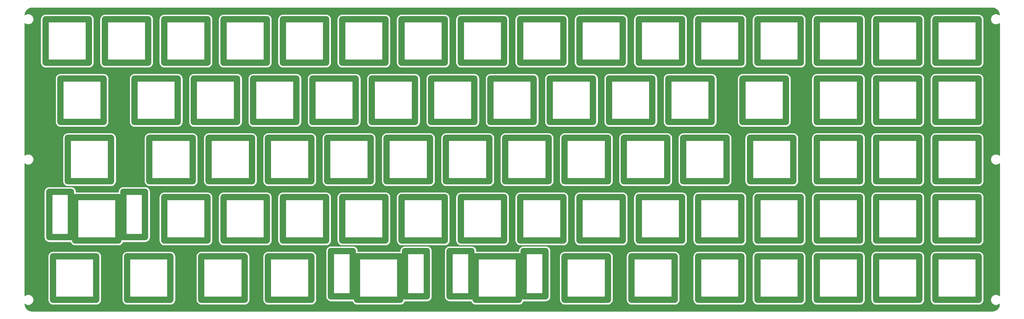
<source format=gbl>
G04 #@! TF.GenerationSoftware,KiCad,Pcbnew,(5.1.10-1-10_14)*
G04 #@! TF.CreationDate,2021-08-07T14:46:02+09:00*
G04 #@! TF.ProjectId,GL516_Template,474c3531-365f-4546-956d-706c6174652e,rev?*
G04 #@! TF.SameCoordinates,Original*
G04 #@! TF.FileFunction,Copper,L2,Bot*
G04 #@! TF.FilePolarity,Positive*
%FSLAX46Y46*%
G04 Gerber Fmt 4.6, Leading zero omitted, Abs format (unit mm)*
G04 Created by KiCad (PCBNEW (5.1.10-1-10_14)) date 2021-08-07 14:46:02*
%MOMM*%
%LPD*%
G01*
G04 APERTURE LIST*
G04 #@! TA.AperFunction,ComponentPad*
%ADD10O,2.000000X16.600000*%
G04 #@! TD*
G04 #@! TA.AperFunction,ComponentPad*
%ADD11O,8.800000X2.000000*%
G04 #@! TD*
G04 #@! TA.AperFunction,ComponentPad*
%ADD12O,2.000000X15.900000*%
G04 #@! TD*
G04 #@! TA.AperFunction,ComponentPad*
%ADD13O,15.900000X2.000000*%
G04 #@! TD*
G04 #@! TA.AperFunction,NonConductor*
%ADD14C,0.254000*%
G04 #@! TD*
G04 #@! TA.AperFunction,NonConductor*
%ADD15C,0.100000*%
G04 #@! TD*
G04 APERTURE END LIST*
D10*
X182187500Y-103375000D03*
X175187500Y-103375000D03*
D11*
X178687500Y-110675000D03*
X178687500Y-96075000D03*
X154887500Y-96075000D03*
D12*
X173637500Y-104775000D03*
X159737500Y-104775000D03*
D13*
X166687500Y-111725000D03*
X166687500Y-97825000D03*
D10*
X151387500Y-103375000D03*
X158387500Y-103375000D03*
D11*
X154887500Y-110675000D03*
D10*
X144087500Y-103375000D03*
X137087500Y-103375000D03*
D11*
X140587500Y-110675000D03*
X140587500Y-96075000D03*
X116787500Y-96075000D03*
D12*
X135537500Y-104775000D03*
X121637500Y-104775000D03*
D13*
X128587500Y-111725000D03*
X128587500Y-97825000D03*
D10*
X113287500Y-103375000D03*
X120287500Y-103375000D03*
D11*
X116787500Y-110675000D03*
D10*
X53600000Y-84325000D03*
X46600000Y-84325000D03*
D11*
X50100000Y-91625000D03*
X50100000Y-77025000D03*
X26300000Y-77025000D03*
D12*
X45050000Y-85725000D03*
X31150000Y-85725000D03*
D13*
X38100000Y-92675000D03*
X38100000Y-78775000D03*
D10*
X22800000Y-84325000D03*
X29800000Y-84325000D03*
D11*
X26300000Y-91625000D03*
D12*
X61718750Y-104775000D03*
X47818750Y-104775000D03*
D13*
X54768750Y-111725000D03*
X54768750Y-97825000D03*
D12*
X261743750Y-66675000D03*
X247843750Y-66675000D03*
D13*
X254793750Y-73625000D03*
X254793750Y-59725000D03*
D12*
X223643750Y-104775000D03*
X209743750Y-104775000D03*
D13*
X216693750Y-111725000D03*
X216693750Y-97825000D03*
D12*
X37906250Y-104775000D03*
X24006250Y-104775000D03*
D13*
X30956250Y-111725000D03*
X30956250Y-97825000D03*
D12*
X85531250Y-104775000D03*
X71631250Y-104775000D03*
D13*
X78581250Y-111725000D03*
X78581250Y-97825000D03*
D12*
X42668750Y-66675000D03*
X28768750Y-66675000D03*
D13*
X35718750Y-73625000D03*
X35718750Y-59725000D03*
D12*
X40287500Y-47625000D03*
X26387500Y-47625000D03*
D13*
X33337500Y-54575000D03*
X33337500Y-40675000D03*
D12*
X259362500Y-47625000D03*
X245462500Y-47625000D03*
D13*
X252412500Y-54575000D03*
X252412500Y-40675000D03*
D12*
X264125000Y-104775000D03*
X250225000Y-104775000D03*
D13*
X257175000Y-111725000D03*
X257175000Y-97825000D03*
D12*
X245075000Y-104775000D03*
X231175000Y-104775000D03*
D13*
X238125000Y-111725000D03*
X238125000Y-97825000D03*
D12*
X302225000Y-66675000D03*
X288325000Y-66675000D03*
D13*
X295275000Y-73625000D03*
X295275000Y-59725000D03*
D12*
X302225000Y-47625000D03*
X288325000Y-47625000D03*
D13*
X295275000Y-54575000D03*
X295275000Y-40675000D03*
D12*
X202212500Y-104775000D03*
X188312500Y-104775000D03*
D13*
X195262500Y-111725000D03*
X195262500Y-97825000D03*
D12*
X302225000Y-104775000D03*
X288325000Y-104775000D03*
D13*
X295275000Y-111725000D03*
X295275000Y-97825000D03*
D12*
X321275000Y-104775000D03*
X307375000Y-104775000D03*
D13*
X314325000Y-111725000D03*
X314325000Y-97825000D03*
D12*
X283175000Y-104775000D03*
X269275000Y-104775000D03*
D13*
X276225000Y-111725000D03*
X276225000Y-97825000D03*
D12*
X283175000Y-28575000D03*
X269275000Y-28575000D03*
D13*
X276225000Y-35525000D03*
X276225000Y-21625000D03*
D12*
X302225000Y-28575000D03*
X288325000Y-28575000D03*
D13*
X295275000Y-35525000D03*
X295275000Y-21625000D03*
D12*
X302225000Y-85725000D03*
X288325000Y-85725000D03*
D13*
X295275000Y-92675000D03*
X295275000Y-78775000D03*
D12*
X321275000Y-66675000D03*
X307375000Y-66675000D03*
D13*
X314325000Y-73625000D03*
X314325000Y-59725000D03*
D12*
X321275000Y-47625000D03*
X307375000Y-47625000D03*
D13*
X314325000Y-54575000D03*
X314325000Y-40675000D03*
D12*
X321275000Y-28575000D03*
X307375000Y-28575000D03*
D13*
X314325000Y-35525000D03*
X314325000Y-21625000D03*
D12*
X321275000Y-85725000D03*
X307375000Y-85725000D03*
D13*
X314325000Y-92675000D03*
X314325000Y-78775000D03*
D12*
X283175000Y-47625000D03*
X269275000Y-47625000D03*
D13*
X276225000Y-54575000D03*
X276225000Y-40675000D03*
D12*
X226025000Y-28575000D03*
X212125000Y-28575000D03*
D13*
X219075000Y-35525000D03*
X219075000Y-21625000D03*
D12*
X264125000Y-28575000D03*
X250225000Y-28575000D03*
D13*
X257175000Y-35525000D03*
X257175000Y-21625000D03*
D12*
X283175000Y-66675000D03*
X269275000Y-66675000D03*
D13*
X276225000Y-73625000D03*
X276225000Y-59725000D03*
D12*
X240312500Y-66675000D03*
X226412500Y-66675000D03*
D13*
X233362500Y-73625000D03*
X233362500Y-59725000D03*
D12*
X235550000Y-47625000D03*
X221650000Y-47625000D03*
D13*
X228600000Y-54575000D03*
X228600000Y-40675000D03*
D12*
X245075000Y-85725000D03*
X231175000Y-85725000D03*
D13*
X238125000Y-92675000D03*
X238125000Y-78775000D03*
D12*
X245075000Y-28575000D03*
X231175000Y-28575000D03*
D13*
X238125000Y-35525000D03*
X238125000Y-21625000D03*
D12*
X264125000Y-85725000D03*
X250225000Y-85725000D03*
D13*
X257175000Y-92675000D03*
X257175000Y-78775000D03*
D12*
X283175000Y-85725000D03*
X269275000Y-85725000D03*
D13*
X276225000Y-92675000D03*
X276225000Y-78775000D03*
D12*
X197450000Y-47625000D03*
X183550000Y-47625000D03*
D13*
X190500000Y-54575000D03*
X190500000Y-40675000D03*
D12*
X221262500Y-66675000D03*
X207362500Y-66675000D03*
D13*
X214312500Y-73625000D03*
X214312500Y-59725000D03*
D12*
X178400000Y-47625000D03*
X164500000Y-47625000D03*
D13*
X171450000Y-54575000D03*
X171450000Y-40675000D03*
D12*
X206975000Y-85725000D03*
X193075000Y-85725000D03*
D13*
X200025000Y-92675000D03*
X200025000Y-78775000D03*
D12*
X168875000Y-28575000D03*
X154975000Y-28575000D03*
D13*
X161925000Y-35525000D03*
X161925000Y-21625000D03*
D12*
X226025000Y-85725000D03*
X212125000Y-85725000D03*
D13*
X219075000Y-92675000D03*
X219075000Y-78775000D03*
D12*
X183162500Y-66675000D03*
X169262500Y-66675000D03*
D13*
X176212500Y-73625000D03*
X176212500Y-59725000D03*
D12*
X187925000Y-28575000D03*
X174025000Y-28575000D03*
D13*
X180975000Y-35525000D03*
X180975000Y-21625000D03*
D12*
X216500000Y-47625000D03*
X202600000Y-47625000D03*
D13*
X209550000Y-54575000D03*
X209550000Y-40675000D03*
D12*
X206975000Y-28575000D03*
X193075000Y-28575000D03*
D13*
X200025000Y-35525000D03*
X200025000Y-21625000D03*
D12*
X187925000Y-85725000D03*
X174025000Y-85725000D03*
D13*
X180975000Y-92675000D03*
X180975000Y-78775000D03*
D12*
X202212500Y-66675000D03*
X188312500Y-66675000D03*
D13*
X195262500Y-73625000D03*
X195262500Y-59725000D03*
D12*
X149825000Y-28575000D03*
X135925000Y-28575000D03*
D13*
X142875000Y-35525000D03*
X142875000Y-21625000D03*
D12*
X145062500Y-66675000D03*
X131162500Y-66675000D03*
D13*
X138112500Y-73625000D03*
X138112500Y-59725000D03*
D12*
X130775000Y-85725000D03*
X116875000Y-85725000D03*
D13*
X123825000Y-92675000D03*
X123825000Y-78775000D03*
D12*
X130775000Y-28575000D03*
X116875000Y-28575000D03*
D13*
X123825000Y-35525000D03*
X123825000Y-21625000D03*
D12*
X164112500Y-66675000D03*
X150212500Y-66675000D03*
D13*
X157162500Y-73625000D03*
X157162500Y-59725000D03*
D12*
X159350000Y-47625000D03*
X145450000Y-47625000D03*
D13*
X152400000Y-54575000D03*
X152400000Y-40675000D03*
D12*
X149825000Y-85725000D03*
X135925000Y-85725000D03*
D13*
X142875000Y-92675000D03*
X142875000Y-78775000D03*
D12*
X140300000Y-47625000D03*
X126400000Y-47625000D03*
D13*
X133350000Y-54575000D03*
X133350000Y-40675000D03*
D12*
X126012500Y-66675000D03*
X112112500Y-66675000D03*
D13*
X119062500Y-73625000D03*
X119062500Y-59725000D03*
D12*
X168875000Y-85725000D03*
X154975000Y-85725000D03*
D13*
X161925000Y-92675000D03*
X161925000Y-78775000D03*
D12*
X111725000Y-28575000D03*
X97825000Y-28575000D03*
D13*
X104775000Y-35525000D03*
X104775000Y-21625000D03*
D12*
X121250000Y-47625000D03*
X107350000Y-47625000D03*
D13*
X114300000Y-54575000D03*
X114300000Y-40675000D03*
D12*
X106962500Y-104775000D03*
X93062500Y-104775000D03*
D13*
X100012500Y-111725000D03*
X100012500Y-97825000D03*
D12*
X106962500Y-66675000D03*
X93062500Y-66675000D03*
D13*
X100012500Y-73625000D03*
X100012500Y-59725000D03*
D12*
X92675000Y-28575000D03*
X78775000Y-28575000D03*
D13*
X85725000Y-35525000D03*
X85725000Y-21625000D03*
D12*
X111725000Y-85725000D03*
X97825000Y-85725000D03*
D13*
X104775000Y-92675000D03*
X104775000Y-78775000D03*
D12*
X102200000Y-47625000D03*
X88300000Y-47625000D03*
D13*
X95250000Y-54575000D03*
X95250000Y-40675000D03*
D12*
X92675000Y-85725000D03*
X78775000Y-85725000D03*
D13*
X85725000Y-92675000D03*
X85725000Y-78775000D03*
D12*
X87912500Y-66675000D03*
X74012500Y-66675000D03*
D13*
X80962500Y-73625000D03*
X80962500Y-59725000D03*
D12*
X73625000Y-28575000D03*
X59725000Y-28575000D03*
D13*
X66675000Y-35525000D03*
X66675000Y-21625000D03*
D12*
X83150000Y-47625000D03*
X69250000Y-47625000D03*
D13*
X76200000Y-54575000D03*
X76200000Y-40675000D03*
D12*
X68862500Y-66675000D03*
X54962500Y-66675000D03*
D13*
X61912500Y-73625000D03*
X61912500Y-59725000D03*
D12*
X73625000Y-85725000D03*
X59725000Y-85725000D03*
D13*
X66675000Y-92675000D03*
X66675000Y-78775000D03*
D12*
X35525000Y-28575000D03*
X21625000Y-28575000D03*
D13*
X28575000Y-35525000D03*
X28575000Y-21625000D03*
D12*
X54575000Y-28575000D03*
X40675000Y-28575000D03*
D13*
X47625000Y-35525000D03*
X47625000Y-21625000D03*
D12*
X64100000Y-47625000D03*
X50200000Y-47625000D03*
D13*
X57150000Y-54575000D03*
X57150000Y-40675000D03*
D14*
X326074016Y-17982312D02*
X326505930Y-18112714D01*
X326904285Y-18324524D01*
X327253914Y-18609675D01*
X327541497Y-18957303D01*
X327756086Y-19354177D01*
X327889498Y-19785161D01*
X327931276Y-20182649D01*
X327654658Y-19997819D01*
X327335901Y-19865785D01*
X326997510Y-19798475D01*
X326652490Y-19798475D01*
X326314099Y-19865785D01*
X325995342Y-19997819D01*
X325708468Y-20189502D01*
X325464502Y-20433468D01*
X325272819Y-20720342D01*
X325140785Y-21039099D01*
X325073475Y-21377490D01*
X325073475Y-21722510D01*
X325140785Y-22060901D01*
X325272819Y-22379658D01*
X325464502Y-22666532D01*
X325708468Y-22910498D01*
X325995342Y-23102181D01*
X326314099Y-23234215D01*
X326652490Y-23301525D01*
X326997510Y-23301525D01*
X327335901Y-23234215D01*
X327654658Y-23102181D01*
X327940001Y-22911521D01*
X327940001Y-65288479D01*
X327654658Y-65097819D01*
X327335901Y-64965785D01*
X326997510Y-64898475D01*
X326652490Y-64898475D01*
X326314099Y-64965785D01*
X325995342Y-65097819D01*
X325708468Y-65289502D01*
X325464502Y-65533468D01*
X325272819Y-65820342D01*
X325140785Y-66139099D01*
X325073475Y-66477490D01*
X325073475Y-66822510D01*
X325140785Y-67160901D01*
X325272819Y-67479658D01*
X325464502Y-67766532D01*
X325708468Y-68010498D01*
X325995342Y-68202181D01*
X326314099Y-68334215D01*
X326652490Y-68401525D01*
X326997510Y-68401525D01*
X327335901Y-68334215D01*
X327654658Y-68202181D01*
X327940000Y-68011521D01*
X327940000Y-110388478D01*
X327654658Y-110197819D01*
X327335901Y-110065785D01*
X326997510Y-109998475D01*
X326652490Y-109998475D01*
X326314099Y-110065785D01*
X325995342Y-110197819D01*
X325708468Y-110389502D01*
X325464502Y-110633468D01*
X325272819Y-110920342D01*
X325140785Y-111239099D01*
X325073475Y-111577490D01*
X325073475Y-111922510D01*
X325140785Y-112260901D01*
X325272819Y-112579658D01*
X325464502Y-112866532D01*
X325708468Y-113110498D01*
X325995342Y-113302181D01*
X326314099Y-113434215D01*
X326652490Y-113501525D01*
X326997510Y-113501525D01*
X327335901Y-113434215D01*
X327654658Y-113302181D01*
X327930029Y-113118184D01*
X327892688Y-113499016D01*
X327762287Y-113930927D01*
X327550480Y-114329280D01*
X327265325Y-114678914D01*
X326917697Y-114966497D01*
X326520825Y-115181085D01*
X326089834Y-115314500D01*
X325609346Y-115365000D01*
X17308504Y-115365000D01*
X16825984Y-115317688D01*
X16394073Y-115187287D01*
X15995720Y-114975480D01*
X15646086Y-114690325D01*
X15358503Y-114342697D01*
X15143915Y-113945825D01*
X15010500Y-113514834D01*
X14968724Y-113117351D01*
X15245342Y-113302181D01*
X15564099Y-113434215D01*
X15902490Y-113501525D01*
X16247510Y-113501525D01*
X16585901Y-113434215D01*
X16904658Y-113302181D01*
X17191532Y-113110498D01*
X17435498Y-112866532D01*
X17627181Y-112579658D01*
X17759215Y-112260901D01*
X17826525Y-111922510D01*
X17826525Y-111577490D01*
X17759215Y-111239099D01*
X17627181Y-110920342D01*
X17435498Y-110633468D01*
X17191532Y-110389502D01*
X16904658Y-110197819D01*
X16585901Y-110065785D01*
X16247510Y-109998475D01*
X15902490Y-109998475D01*
X15564099Y-110065785D01*
X15245342Y-110197819D01*
X14960000Y-110388478D01*
X14960000Y-97825000D01*
X22363339Y-97825000D01*
X22371250Y-97905322D01*
X22371251Y-111644668D01*
X22363339Y-111725000D01*
X22394907Y-112045516D01*
X22488398Y-112353715D01*
X22640219Y-112637752D01*
X22844536Y-112886714D01*
X23093498Y-113091031D01*
X23377535Y-113242852D01*
X23685734Y-113336343D01*
X23925928Y-113360000D01*
X24006250Y-113367911D01*
X24086572Y-113360000D01*
X37825928Y-113360000D01*
X37906250Y-113367911D01*
X38226766Y-113336343D01*
X38534965Y-113242852D01*
X38819002Y-113091031D01*
X39067964Y-112886714D01*
X39272281Y-112637752D01*
X39424102Y-112353715D01*
X39517593Y-112045516D01*
X39541250Y-111805322D01*
X39541250Y-111805321D01*
X39549161Y-111725000D01*
X39541250Y-111644678D01*
X39541250Y-97905322D01*
X39549161Y-97825000D01*
X46175839Y-97825000D01*
X46183750Y-97905322D01*
X46183751Y-111644668D01*
X46175839Y-111725000D01*
X46207407Y-112045516D01*
X46300898Y-112353715D01*
X46452719Y-112637752D01*
X46657036Y-112886714D01*
X46905998Y-113091031D01*
X47190035Y-113242852D01*
X47498234Y-113336343D01*
X47738428Y-113360000D01*
X47818750Y-113367911D01*
X47899072Y-113360000D01*
X61638428Y-113360000D01*
X61718750Y-113367911D01*
X62039266Y-113336343D01*
X62347465Y-113242852D01*
X62631502Y-113091031D01*
X62880464Y-112886714D01*
X63084781Y-112637752D01*
X63236602Y-112353715D01*
X63330093Y-112045516D01*
X63353750Y-111805322D01*
X63353750Y-111805321D01*
X63361661Y-111725000D01*
X63353750Y-111644678D01*
X63353750Y-97905322D01*
X63361661Y-97825000D01*
X69988339Y-97825000D01*
X69996250Y-97905322D01*
X69996251Y-111644668D01*
X69988339Y-111725000D01*
X70019907Y-112045516D01*
X70113398Y-112353715D01*
X70265219Y-112637752D01*
X70469536Y-112886714D01*
X70718498Y-113091031D01*
X71002535Y-113242852D01*
X71310734Y-113336343D01*
X71550928Y-113360000D01*
X71631250Y-113367911D01*
X71711572Y-113360000D01*
X85450928Y-113360000D01*
X85531250Y-113367911D01*
X85851766Y-113336343D01*
X86159965Y-113242852D01*
X86444002Y-113091031D01*
X86692964Y-112886714D01*
X86897281Y-112637752D01*
X87049102Y-112353715D01*
X87142593Y-112045516D01*
X87166250Y-111805322D01*
X87166250Y-111805321D01*
X87174161Y-111725000D01*
X87166250Y-111644678D01*
X87166250Y-97905322D01*
X87174161Y-97825000D01*
X91419589Y-97825000D01*
X91427500Y-97905322D01*
X91427501Y-111644668D01*
X91419589Y-111725000D01*
X91451157Y-112045516D01*
X91544648Y-112353715D01*
X91696469Y-112637752D01*
X91900786Y-112886714D01*
X92149748Y-113091031D01*
X92433785Y-113242852D01*
X92741984Y-113336343D01*
X92982178Y-113360000D01*
X93062500Y-113367911D01*
X93142822Y-113360000D01*
X106882178Y-113360000D01*
X106962500Y-113367911D01*
X107283016Y-113336343D01*
X107591215Y-113242852D01*
X107875252Y-113091031D01*
X108124214Y-112886714D01*
X108328531Y-112637752D01*
X108480352Y-112353715D01*
X108573843Y-112045516D01*
X108597500Y-111805322D01*
X108597500Y-111805321D01*
X108605411Y-111725000D01*
X108597500Y-111644678D01*
X108597500Y-110755321D01*
X111652500Y-110755321D01*
X111676157Y-110995515D01*
X111769648Y-111303714D01*
X111921469Y-111587751D01*
X112125786Y-111836714D01*
X112374748Y-112041031D01*
X112658785Y-112192852D01*
X112966984Y-112286343D01*
X113287500Y-112317911D01*
X113367822Y-112310000D01*
X120106387Y-112310000D01*
X120119648Y-112353715D01*
X120271469Y-112637752D01*
X120390134Y-112782346D01*
X120475786Y-112886714D01*
X120724748Y-113091031D01*
X121008785Y-113242852D01*
X121316984Y-113336343D01*
X121637500Y-113367911D01*
X121717822Y-113360000D01*
X135457178Y-113360000D01*
X135537500Y-113367911D01*
X135617822Y-113360000D01*
X135858016Y-113336343D01*
X136166215Y-113242852D01*
X136450252Y-113091031D01*
X136699214Y-112886714D01*
X136903531Y-112637752D01*
X137055352Y-112353715D01*
X137066831Y-112315875D01*
X137087500Y-112317911D01*
X137167822Y-112310000D01*
X144007178Y-112310000D01*
X144087500Y-112317911D01*
X144408015Y-112286343D01*
X144716214Y-112192852D01*
X145000251Y-112041031D01*
X145249214Y-111836714D01*
X145453531Y-111587752D01*
X145605352Y-111303715D01*
X145698843Y-110995516D01*
X145722500Y-110755322D01*
X145722500Y-110755321D01*
X149752500Y-110755321D01*
X149776157Y-110995515D01*
X149869648Y-111303714D01*
X150021469Y-111587751D01*
X150225786Y-111836714D01*
X150474748Y-112041031D01*
X150758785Y-112192852D01*
X151066984Y-112286343D01*
X151387500Y-112317911D01*
X151467822Y-112310000D01*
X158206387Y-112310000D01*
X158219648Y-112353715D01*
X158371469Y-112637752D01*
X158490134Y-112782346D01*
X158575786Y-112886714D01*
X158824748Y-113091031D01*
X159108785Y-113242852D01*
X159416984Y-113336343D01*
X159737500Y-113367911D01*
X159817822Y-113360000D01*
X173557178Y-113360000D01*
X173637500Y-113367911D01*
X173717822Y-113360000D01*
X173958016Y-113336343D01*
X174266215Y-113242852D01*
X174550252Y-113091031D01*
X174799214Y-112886714D01*
X175003531Y-112637752D01*
X175155352Y-112353715D01*
X175166831Y-112315875D01*
X175187500Y-112317911D01*
X175267822Y-112310000D01*
X182107178Y-112310000D01*
X182187500Y-112317911D01*
X182508015Y-112286343D01*
X182816214Y-112192852D01*
X183100251Y-112041031D01*
X183349214Y-111836714D01*
X183553531Y-111587752D01*
X183705352Y-111303715D01*
X183798843Y-110995516D01*
X183822500Y-110755322D01*
X183822500Y-97825000D01*
X186669589Y-97825000D01*
X186677500Y-97905322D01*
X186677501Y-111644668D01*
X186669589Y-111725000D01*
X186701157Y-112045516D01*
X186794648Y-112353715D01*
X186946469Y-112637752D01*
X187150786Y-112886714D01*
X187399748Y-113091031D01*
X187683785Y-113242852D01*
X187991984Y-113336343D01*
X188232178Y-113360000D01*
X188312500Y-113367911D01*
X188392822Y-113360000D01*
X202132178Y-113360000D01*
X202212500Y-113367911D01*
X202533016Y-113336343D01*
X202841215Y-113242852D01*
X203125252Y-113091031D01*
X203374214Y-112886714D01*
X203578531Y-112637752D01*
X203730352Y-112353715D01*
X203823843Y-112045516D01*
X203847500Y-111805322D01*
X203847500Y-111805321D01*
X203855411Y-111725000D01*
X203847500Y-111644678D01*
X203847500Y-97905322D01*
X203855411Y-97825000D01*
X208100839Y-97825000D01*
X208108750Y-97905322D01*
X208108751Y-111644668D01*
X208100839Y-111725000D01*
X208132407Y-112045516D01*
X208225898Y-112353715D01*
X208377719Y-112637752D01*
X208582036Y-112886714D01*
X208830998Y-113091031D01*
X209115035Y-113242852D01*
X209423234Y-113336343D01*
X209663428Y-113360000D01*
X209743750Y-113367911D01*
X209824072Y-113360000D01*
X223563428Y-113360000D01*
X223643750Y-113367911D01*
X223964266Y-113336343D01*
X224272465Y-113242852D01*
X224556502Y-113091031D01*
X224805464Y-112886714D01*
X225009781Y-112637752D01*
X225161602Y-112353715D01*
X225255093Y-112045516D01*
X225278750Y-111805322D01*
X225278750Y-111805321D01*
X225286661Y-111725000D01*
X225278750Y-111644678D01*
X225278750Y-97905322D01*
X225286661Y-97825000D01*
X229532089Y-97825000D01*
X229540000Y-97905322D01*
X229540001Y-111644668D01*
X229532089Y-111725000D01*
X229563657Y-112045516D01*
X229657148Y-112353715D01*
X229808969Y-112637752D01*
X230013286Y-112886714D01*
X230262248Y-113091031D01*
X230546285Y-113242852D01*
X230854484Y-113336343D01*
X231094678Y-113360000D01*
X231175000Y-113367911D01*
X231255322Y-113360000D01*
X244994678Y-113360000D01*
X245075000Y-113367911D01*
X245395516Y-113336343D01*
X245703715Y-113242852D01*
X245987752Y-113091031D01*
X246236714Y-112886714D01*
X246441031Y-112637752D01*
X246592852Y-112353715D01*
X246686343Y-112045516D01*
X246710000Y-111805322D01*
X246710000Y-111805321D01*
X246717911Y-111725000D01*
X246710000Y-111644678D01*
X246710000Y-97905322D01*
X246717911Y-97825000D01*
X248582089Y-97825000D01*
X248590000Y-97905322D01*
X248590001Y-111644668D01*
X248582089Y-111725000D01*
X248613657Y-112045516D01*
X248707148Y-112353715D01*
X248858969Y-112637752D01*
X249063286Y-112886714D01*
X249312248Y-113091031D01*
X249596285Y-113242852D01*
X249904484Y-113336343D01*
X250144678Y-113360000D01*
X250225000Y-113367911D01*
X250305322Y-113360000D01*
X264044678Y-113360000D01*
X264125000Y-113367911D01*
X264445516Y-113336343D01*
X264753715Y-113242852D01*
X265037752Y-113091031D01*
X265286714Y-112886714D01*
X265491031Y-112637752D01*
X265642852Y-112353715D01*
X265736343Y-112045516D01*
X265760000Y-111805322D01*
X265760000Y-111805321D01*
X265767911Y-111725000D01*
X265760000Y-111644678D01*
X265760000Y-97905322D01*
X265767911Y-97825000D01*
X267632089Y-97825000D01*
X267640000Y-97905322D01*
X267640001Y-111644668D01*
X267632089Y-111725000D01*
X267663657Y-112045516D01*
X267757148Y-112353715D01*
X267908969Y-112637752D01*
X268113286Y-112886714D01*
X268362248Y-113091031D01*
X268646285Y-113242852D01*
X268954484Y-113336343D01*
X269194678Y-113360000D01*
X269275000Y-113367911D01*
X269355322Y-113360000D01*
X283094678Y-113360000D01*
X283175000Y-113367911D01*
X283495516Y-113336343D01*
X283803715Y-113242852D01*
X284087752Y-113091031D01*
X284336714Y-112886714D01*
X284541031Y-112637752D01*
X284692852Y-112353715D01*
X284786343Y-112045516D01*
X284810000Y-111805322D01*
X284810000Y-111805321D01*
X284817911Y-111725000D01*
X284810000Y-111644678D01*
X284810000Y-97905322D01*
X284817911Y-97825000D01*
X286682089Y-97825000D01*
X286690000Y-97905322D01*
X286690001Y-111644668D01*
X286682089Y-111725000D01*
X286713657Y-112045516D01*
X286807148Y-112353715D01*
X286958969Y-112637752D01*
X287163286Y-112886714D01*
X287412248Y-113091031D01*
X287696285Y-113242852D01*
X288004484Y-113336343D01*
X288244678Y-113360000D01*
X288325000Y-113367911D01*
X288405322Y-113360000D01*
X302144678Y-113360000D01*
X302225000Y-113367911D01*
X302545516Y-113336343D01*
X302853715Y-113242852D01*
X303137752Y-113091031D01*
X303386714Y-112886714D01*
X303591031Y-112637752D01*
X303742852Y-112353715D01*
X303836343Y-112045516D01*
X303860000Y-111805322D01*
X303860000Y-111805321D01*
X303867911Y-111725000D01*
X303860000Y-111644678D01*
X303860000Y-97905322D01*
X303867911Y-97825000D01*
X305732089Y-97825000D01*
X305740000Y-97905322D01*
X305740001Y-111644668D01*
X305732089Y-111725000D01*
X305763657Y-112045516D01*
X305857148Y-112353715D01*
X306008969Y-112637752D01*
X306213286Y-112886714D01*
X306462248Y-113091031D01*
X306746285Y-113242852D01*
X307054484Y-113336343D01*
X307294678Y-113360000D01*
X307375000Y-113367911D01*
X307455322Y-113360000D01*
X321194678Y-113360000D01*
X321275000Y-113367911D01*
X321595516Y-113336343D01*
X321903715Y-113242852D01*
X322187752Y-113091031D01*
X322436714Y-112886714D01*
X322641031Y-112637752D01*
X322792852Y-112353715D01*
X322886343Y-112045516D01*
X322910000Y-111805322D01*
X322910000Y-111805321D01*
X322917911Y-111725000D01*
X322910000Y-111644678D01*
X322910000Y-97905322D01*
X322917911Y-97825000D01*
X322886343Y-97504484D01*
X322792852Y-97196285D01*
X322641031Y-96912248D01*
X322436714Y-96663286D01*
X322187752Y-96458969D01*
X321903715Y-96307148D01*
X321595516Y-96213657D01*
X321355322Y-96190000D01*
X321275000Y-96182089D01*
X321194678Y-96190000D01*
X307455322Y-96190000D01*
X307375000Y-96182089D01*
X307294678Y-96190000D01*
X307054484Y-96213657D01*
X306746285Y-96307148D01*
X306462248Y-96458969D01*
X306213286Y-96663286D01*
X306008969Y-96912248D01*
X305857148Y-97196285D01*
X305763657Y-97504484D01*
X305732089Y-97825000D01*
X303867911Y-97825000D01*
X303836343Y-97504484D01*
X303742852Y-97196285D01*
X303591031Y-96912248D01*
X303386714Y-96663286D01*
X303137752Y-96458969D01*
X302853715Y-96307148D01*
X302545516Y-96213657D01*
X302305322Y-96190000D01*
X302225000Y-96182089D01*
X302144678Y-96190000D01*
X288405322Y-96190000D01*
X288325000Y-96182089D01*
X288244678Y-96190000D01*
X288004484Y-96213657D01*
X287696285Y-96307148D01*
X287412248Y-96458969D01*
X287163286Y-96663286D01*
X286958969Y-96912248D01*
X286807148Y-97196285D01*
X286713657Y-97504484D01*
X286682089Y-97825000D01*
X284817911Y-97825000D01*
X284786343Y-97504484D01*
X284692852Y-97196285D01*
X284541031Y-96912248D01*
X284336714Y-96663286D01*
X284087752Y-96458969D01*
X283803715Y-96307148D01*
X283495516Y-96213657D01*
X283255322Y-96190000D01*
X283175000Y-96182089D01*
X283094678Y-96190000D01*
X269355322Y-96190000D01*
X269275000Y-96182089D01*
X269194678Y-96190000D01*
X268954484Y-96213657D01*
X268646285Y-96307148D01*
X268362248Y-96458969D01*
X268113286Y-96663286D01*
X267908969Y-96912248D01*
X267757148Y-97196285D01*
X267663657Y-97504484D01*
X267632089Y-97825000D01*
X265767911Y-97825000D01*
X265736343Y-97504484D01*
X265642852Y-97196285D01*
X265491031Y-96912248D01*
X265286714Y-96663286D01*
X265037752Y-96458969D01*
X264753715Y-96307148D01*
X264445516Y-96213657D01*
X264205322Y-96190000D01*
X264125000Y-96182089D01*
X264044678Y-96190000D01*
X250305322Y-96190000D01*
X250225000Y-96182089D01*
X250144678Y-96190000D01*
X249904484Y-96213657D01*
X249596285Y-96307148D01*
X249312248Y-96458969D01*
X249063286Y-96663286D01*
X248858969Y-96912248D01*
X248707148Y-97196285D01*
X248613657Y-97504484D01*
X248582089Y-97825000D01*
X246717911Y-97825000D01*
X246686343Y-97504484D01*
X246592852Y-97196285D01*
X246441031Y-96912248D01*
X246236714Y-96663286D01*
X245987752Y-96458969D01*
X245703715Y-96307148D01*
X245395516Y-96213657D01*
X245155322Y-96190000D01*
X245075000Y-96182089D01*
X244994678Y-96190000D01*
X231255322Y-96190000D01*
X231175000Y-96182089D01*
X231094678Y-96190000D01*
X230854484Y-96213657D01*
X230546285Y-96307148D01*
X230262248Y-96458969D01*
X230013286Y-96663286D01*
X229808969Y-96912248D01*
X229657148Y-97196285D01*
X229563657Y-97504484D01*
X229532089Y-97825000D01*
X225286661Y-97825000D01*
X225255093Y-97504484D01*
X225161602Y-97196285D01*
X225009781Y-96912248D01*
X224805464Y-96663286D01*
X224556502Y-96458969D01*
X224272465Y-96307148D01*
X223964266Y-96213657D01*
X223724072Y-96190000D01*
X223643750Y-96182089D01*
X223563428Y-96190000D01*
X209824072Y-96190000D01*
X209743750Y-96182089D01*
X209663428Y-96190000D01*
X209423234Y-96213657D01*
X209115035Y-96307148D01*
X208830998Y-96458969D01*
X208582036Y-96663286D01*
X208377719Y-96912248D01*
X208225898Y-97196285D01*
X208132407Y-97504484D01*
X208100839Y-97825000D01*
X203855411Y-97825000D01*
X203823843Y-97504484D01*
X203730352Y-97196285D01*
X203578531Y-96912248D01*
X203374214Y-96663286D01*
X203125252Y-96458969D01*
X202841215Y-96307148D01*
X202533016Y-96213657D01*
X202292822Y-96190000D01*
X202212500Y-96182089D01*
X202132178Y-96190000D01*
X188392822Y-96190000D01*
X188312500Y-96182089D01*
X188232178Y-96190000D01*
X187991984Y-96213657D01*
X187683785Y-96307148D01*
X187399748Y-96458969D01*
X187150786Y-96663286D01*
X186946469Y-96912248D01*
X186794648Y-97196285D01*
X186701157Y-97504484D01*
X186669589Y-97825000D01*
X183822500Y-97825000D01*
X183822500Y-95994678D01*
X183798843Y-95754484D01*
X183705352Y-95446285D01*
X183553531Y-95162248D01*
X183349214Y-94913286D01*
X183100252Y-94708969D01*
X182816215Y-94557148D01*
X182508016Y-94463657D01*
X182187500Y-94432089D01*
X182107178Y-94440000D01*
X175267822Y-94440000D01*
X175187500Y-94432089D01*
X174866985Y-94463657D01*
X174558786Y-94557148D01*
X174274749Y-94708969D01*
X174025787Y-94913286D01*
X173821470Y-95162248D01*
X173669649Y-95446285D01*
X173576158Y-95754484D01*
X173552501Y-95994678D01*
X173552501Y-96190000D01*
X160022500Y-96190000D01*
X160022500Y-95994678D01*
X159998843Y-95754484D01*
X159905352Y-95446285D01*
X159753531Y-95162248D01*
X159549214Y-94913286D01*
X159300252Y-94708969D01*
X159016215Y-94557148D01*
X158708016Y-94463657D01*
X158387500Y-94432089D01*
X158307178Y-94440000D01*
X151467822Y-94440000D01*
X151387500Y-94432089D01*
X151066985Y-94463657D01*
X150758786Y-94557148D01*
X150474749Y-94708969D01*
X150225787Y-94913286D01*
X150021470Y-95162248D01*
X149869649Y-95446285D01*
X149776158Y-95754484D01*
X149752501Y-95994678D01*
X149752500Y-110755321D01*
X145722500Y-110755321D01*
X145722500Y-95994678D01*
X145698843Y-95754484D01*
X145605352Y-95446285D01*
X145453531Y-95162248D01*
X145249214Y-94913286D01*
X145000252Y-94708969D01*
X144716215Y-94557148D01*
X144408016Y-94463657D01*
X144087500Y-94432089D01*
X144007178Y-94440000D01*
X137167822Y-94440000D01*
X137087500Y-94432089D01*
X136766985Y-94463657D01*
X136458786Y-94557148D01*
X136174749Y-94708969D01*
X135925787Y-94913286D01*
X135721470Y-95162248D01*
X135569649Y-95446285D01*
X135476158Y-95754484D01*
X135452501Y-95994678D01*
X135452501Y-96190000D01*
X121922500Y-96190000D01*
X121922500Y-95994678D01*
X121898843Y-95754484D01*
X121805352Y-95446285D01*
X121653531Y-95162248D01*
X121449214Y-94913286D01*
X121200252Y-94708969D01*
X120916215Y-94557148D01*
X120608016Y-94463657D01*
X120287500Y-94432089D01*
X120207178Y-94440000D01*
X113367822Y-94440000D01*
X113287500Y-94432089D01*
X112966985Y-94463657D01*
X112658786Y-94557148D01*
X112374749Y-94708969D01*
X112125787Y-94913286D01*
X111921470Y-95162248D01*
X111769649Y-95446285D01*
X111676158Y-95754484D01*
X111652501Y-95994678D01*
X111652500Y-110755321D01*
X108597500Y-110755321D01*
X108597500Y-97905322D01*
X108605411Y-97825000D01*
X108573843Y-97504484D01*
X108480352Y-97196285D01*
X108328531Y-96912248D01*
X108124214Y-96663286D01*
X107875252Y-96458969D01*
X107591215Y-96307148D01*
X107283016Y-96213657D01*
X107042822Y-96190000D01*
X106962500Y-96182089D01*
X106882178Y-96190000D01*
X93142822Y-96190000D01*
X93062500Y-96182089D01*
X92982178Y-96190000D01*
X92741984Y-96213657D01*
X92433785Y-96307148D01*
X92149748Y-96458969D01*
X91900786Y-96663286D01*
X91696469Y-96912248D01*
X91544648Y-97196285D01*
X91451157Y-97504484D01*
X91419589Y-97825000D01*
X87174161Y-97825000D01*
X87142593Y-97504484D01*
X87049102Y-97196285D01*
X86897281Y-96912248D01*
X86692964Y-96663286D01*
X86444002Y-96458969D01*
X86159965Y-96307148D01*
X85851766Y-96213657D01*
X85611572Y-96190000D01*
X85531250Y-96182089D01*
X85450928Y-96190000D01*
X71711572Y-96190000D01*
X71631250Y-96182089D01*
X71550928Y-96190000D01*
X71310734Y-96213657D01*
X71002535Y-96307148D01*
X70718498Y-96458969D01*
X70469536Y-96663286D01*
X70265219Y-96912248D01*
X70113398Y-97196285D01*
X70019907Y-97504484D01*
X69988339Y-97825000D01*
X63361661Y-97825000D01*
X63330093Y-97504484D01*
X63236602Y-97196285D01*
X63084781Y-96912248D01*
X62880464Y-96663286D01*
X62631502Y-96458969D01*
X62347465Y-96307148D01*
X62039266Y-96213657D01*
X61799072Y-96190000D01*
X61718750Y-96182089D01*
X61638428Y-96190000D01*
X47899072Y-96190000D01*
X47818750Y-96182089D01*
X47738428Y-96190000D01*
X47498234Y-96213657D01*
X47190035Y-96307148D01*
X46905998Y-96458969D01*
X46657036Y-96663286D01*
X46452719Y-96912248D01*
X46300898Y-97196285D01*
X46207407Y-97504484D01*
X46175839Y-97825000D01*
X39549161Y-97825000D01*
X39517593Y-97504484D01*
X39424102Y-97196285D01*
X39272281Y-96912248D01*
X39067964Y-96663286D01*
X38819002Y-96458969D01*
X38534965Y-96307148D01*
X38226766Y-96213657D01*
X37986572Y-96190000D01*
X37906250Y-96182089D01*
X37825928Y-96190000D01*
X24086572Y-96190000D01*
X24006250Y-96182089D01*
X23925928Y-96190000D01*
X23685734Y-96213657D01*
X23377535Y-96307148D01*
X23093498Y-96458969D01*
X22844536Y-96663286D01*
X22640219Y-96912248D01*
X22488398Y-97196285D01*
X22394907Y-97504484D01*
X22363339Y-97825000D01*
X14960000Y-97825000D01*
X14960000Y-91705321D01*
X21165000Y-91705321D01*
X21188657Y-91945515D01*
X21282148Y-92253714D01*
X21433969Y-92537751D01*
X21638286Y-92786714D01*
X21887248Y-92991031D01*
X22171285Y-93142852D01*
X22479484Y-93236343D01*
X22800000Y-93267911D01*
X22880322Y-93260000D01*
X29618887Y-93260000D01*
X29632148Y-93303715D01*
X29783969Y-93587752D01*
X29988286Y-93836714D01*
X30237248Y-94041031D01*
X30521285Y-94192852D01*
X30829484Y-94286343D01*
X31150000Y-94317911D01*
X31230322Y-94310000D01*
X44969678Y-94310000D01*
X45050000Y-94317911D01*
X45130322Y-94310000D01*
X45370516Y-94286343D01*
X45678715Y-94192852D01*
X45962752Y-94041031D01*
X46211714Y-93836714D01*
X46416031Y-93587752D01*
X46567852Y-93303715D01*
X46579331Y-93265875D01*
X46600000Y-93267911D01*
X46680322Y-93260000D01*
X53519678Y-93260000D01*
X53600000Y-93267911D01*
X53920515Y-93236343D01*
X54228714Y-93142852D01*
X54512751Y-92991031D01*
X54761714Y-92786714D01*
X54966031Y-92537752D01*
X55117852Y-92253715D01*
X55211343Y-91945516D01*
X55235000Y-91705322D01*
X55235000Y-78775000D01*
X58082089Y-78775000D01*
X58090000Y-78855322D01*
X58090001Y-92594668D01*
X58082089Y-92675000D01*
X58113657Y-92995516D01*
X58207148Y-93303715D01*
X58358969Y-93587752D01*
X58563286Y-93836714D01*
X58812248Y-94041031D01*
X59096285Y-94192852D01*
X59404484Y-94286343D01*
X59644678Y-94310000D01*
X59725000Y-94317911D01*
X59805322Y-94310000D01*
X73544678Y-94310000D01*
X73625000Y-94317911D01*
X73945516Y-94286343D01*
X74253715Y-94192852D01*
X74537752Y-94041031D01*
X74786714Y-93836714D01*
X74991031Y-93587752D01*
X75142852Y-93303715D01*
X75236343Y-92995516D01*
X75260000Y-92755322D01*
X75260000Y-92755321D01*
X75267911Y-92675000D01*
X75260000Y-92594678D01*
X75260000Y-78855322D01*
X75267911Y-78775000D01*
X77132089Y-78775000D01*
X77140000Y-78855322D01*
X77140001Y-92594668D01*
X77132089Y-92675000D01*
X77163657Y-92995516D01*
X77257148Y-93303715D01*
X77408969Y-93587752D01*
X77613286Y-93836714D01*
X77862248Y-94041031D01*
X78146285Y-94192852D01*
X78454484Y-94286343D01*
X78694678Y-94310000D01*
X78775000Y-94317911D01*
X78855322Y-94310000D01*
X92594678Y-94310000D01*
X92675000Y-94317911D01*
X92995516Y-94286343D01*
X93303715Y-94192852D01*
X93587752Y-94041031D01*
X93836714Y-93836714D01*
X94041031Y-93587752D01*
X94192852Y-93303715D01*
X94286343Y-92995516D01*
X94310000Y-92755322D01*
X94310000Y-92755321D01*
X94317911Y-92675000D01*
X94310000Y-92594678D01*
X94310000Y-78855322D01*
X94317911Y-78775000D01*
X96182089Y-78775000D01*
X96190000Y-78855322D01*
X96190001Y-92594668D01*
X96182089Y-92675000D01*
X96213657Y-92995516D01*
X96307148Y-93303715D01*
X96458969Y-93587752D01*
X96663286Y-93836714D01*
X96912248Y-94041031D01*
X97196285Y-94192852D01*
X97504484Y-94286343D01*
X97744678Y-94310000D01*
X97825000Y-94317911D01*
X97905322Y-94310000D01*
X111644678Y-94310000D01*
X111725000Y-94317911D01*
X112045516Y-94286343D01*
X112353715Y-94192852D01*
X112637752Y-94041031D01*
X112886714Y-93836714D01*
X113091031Y-93587752D01*
X113242852Y-93303715D01*
X113336343Y-92995516D01*
X113360000Y-92755322D01*
X113360000Y-92755321D01*
X113367911Y-92675000D01*
X113360000Y-92594678D01*
X113360000Y-78855322D01*
X113367911Y-78775000D01*
X115232089Y-78775000D01*
X115240000Y-78855322D01*
X115240001Y-92594668D01*
X115232089Y-92675000D01*
X115263657Y-92995516D01*
X115357148Y-93303715D01*
X115508969Y-93587752D01*
X115713286Y-93836714D01*
X115962248Y-94041031D01*
X116246285Y-94192852D01*
X116554484Y-94286343D01*
X116794678Y-94310000D01*
X116875000Y-94317911D01*
X116955322Y-94310000D01*
X130694678Y-94310000D01*
X130775000Y-94317911D01*
X131095516Y-94286343D01*
X131403715Y-94192852D01*
X131687752Y-94041031D01*
X131936714Y-93836714D01*
X132141031Y-93587752D01*
X132292852Y-93303715D01*
X132386343Y-92995516D01*
X132410000Y-92755322D01*
X132410000Y-92755321D01*
X132417911Y-92675000D01*
X132410000Y-92594678D01*
X132410000Y-78855322D01*
X132417911Y-78775000D01*
X134282089Y-78775000D01*
X134290000Y-78855322D01*
X134290001Y-92594668D01*
X134282089Y-92675000D01*
X134313657Y-92995516D01*
X134407148Y-93303715D01*
X134558969Y-93587752D01*
X134763286Y-93836714D01*
X135012248Y-94041031D01*
X135296285Y-94192852D01*
X135604484Y-94286343D01*
X135844678Y-94310000D01*
X135925000Y-94317911D01*
X136005322Y-94310000D01*
X149744678Y-94310000D01*
X149825000Y-94317911D01*
X150145516Y-94286343D01*
X150453715Y-94192852D01*
X150737752Y-94041031D01*
X150986714Y-93836714D01*
X151191031Y-93587752D01*
X151342852Y-93303715D01*
X151436343Y-92995516D01*
X151460000Y-92755322D01*
X151460000Y-92755321D01*
X151467911Y-92675000D01*
X151460000Y-92594678D01*
X151460000Y-78855322D01*
X151467911Y-78775000D01*
X153332089Y-78775000D01*
X153340000Y-78855322D01*
X153340001Y-92594668D01*
X153332089Y-92675000D01*
X153363657Y-92995516D01*
X153457148Y-93303715D01*
X153608969Y-93587752D01*
X153813286Y-93836714D01*
X154062248Y-94041031D01*
X154346285Y-94192852D01*
X154654484Y-94286343D01*
X154894678Y-94310000D01*
X154975000Y-94317911D01*
X155055322Y-94310000D01*
X168794678Y-94310000D01*
X168875000Y-94317911D01*
X169195516Y-94286343D01*
X169503715Y-94192852D01*
X169787752Y-94041031D01*
X170036714Y-93836714D01*
X170241031Y-93587752D01*
X170392852Y-93303715D01*
X170486343Y-92995516D01*
X170510000Y-92755322D01*
X170510000Y-92755321D01*
X170517911Y-92675000D01*
X170510000Y-92594678D01*
X170510000Y-78855322D01*
X170517911Y-78775000D01*
X172382089Y-78775000D01*
X172390000Y-78855322D01*
X172390001Y-92594668D01*
X172382089Y-92675000D01*
X172413657Y-92995516D01*
X172507148Y-93303715D01*
X172658969Y-93587752D01*
X172863286Y-93836714D01*
X173112248Y-94041031D01*
X173396285Y-94192852D01*
X173704484Y-94286343D01*
X173944678Y-94310000D01*
X174025000Y-94317911D01*
X174105322Y-94310000D01*
X187844678Y-94310000D01*
X187925000Y-94317911D01*
X188245516Y-94286343D01*
X188553715Y-94192852D01*
X188837752Y-94041031D01*
X189086714Y-93836714D01*
X189291031Y-93587752D01*
X189442852Y-93303715D01*
X189536343Y-92995516D01*
X189560000Y-92755322D01*
X189560000Y-92755321D01*
X189567911Y-92675000D01*
X189560000Y-92594678D01*
X189560000Y-78855322D01*
X189567911Y-78775000D01*
X191432089Y-78775000D01*
X191440000Y-78855322D01*
X191440001Y-92594668D01*
X191432089Y-92675000D01*
X191463657Y-92995516D01*
X191557148Y-93303715D01*
X191708969Y-93587752D01*
X191913286Y-93836714D01*
X192162248Y-94041031D01*
X192446285Y-94192852D01*
X192754484Y-94286343D01*
X192994678Y-94310000D01*
X193075000Y-94317911D01*
X193155322Y-94310000D01*
X206894678Y-94310000D01*
X206975000Y-94317911D01*
X207295516Y-94286343D01*
X207603715Y-94192852D01*
X207887752Y-94041031D01*
X208136714Y-93836714D01*
X208341031Y-93587752D01*
X208492852Y-93303715D01*
X208586343Y-92995516D01*
X208610000Y-92755322D01*
X208610000Y-92755321D01*
X208617911Y-92675000D01*
X208610000Y-92594678D01*
X208610000Y-78855322D01*
X208617911Y-78775000D01*
X210482089Y-78775000D01*
X210490000Y-78855322D01*
X210490001Y-92594668D01*
X210482089Y-92675000D01*
X210513657Y-92995516D01*
X210607148Y-93303715D01*
X210758969Y-93587752D01*
X210963286Y-93836714D01*
X211212248Y-94041031D01*
X211496285Y-94192852D01*
X211804484Y-94286343D01*
X212044678Y-94310000D01*
X212125000Y-94317911D01*
X212205322Y-94310000D01*
X225944678Y-94310000D01*
X226025000Y-94317911D01*
X226345516Y-94286343D01*
X226653715Y-94192852D01*
X226937752Y-94041031D01*
X227186714Y-93836714D01*
X227391031Y-93587752D01*
X227542852Y-93303715D01*
X227636343Y-92995516D01*
X227660000Y-92755322D01*
X227660000Y-92755321D01*
X227667911Y-92675000D01*
X227660000Y-92594678D01*
X227660000Y-78855322D01*
X227667911Y-78775000D01*
X229532089Y-78775000D01*
X229540000Y-78855322D01*
X229540001Y-92594668D01*
X229532089Y-92675000D01*
X229563657Y-92995516D01*
X229657148Y-93303715D01*
X229808969Y-93587752D01*
X230013286Y-93836714D01*
X230262248Y-94041031D01*
X230546285Y-94192852D01*
X230854484Y-94286343D01*
X231094678Y-94310000D01*
X231175000Y-94317911D01*
X231255322Y-94310000D01*
X244994678Y-94310000D01*
X245075000Y-94317911D01*
X245395516Y-94286343D01*
X245703715Y-94192852D01*
X245987752Y-94041031D01*
X246236714Y-93836714D01*
X246441031Y-93587752D01*
X246592852Y-93303715D01*
X246686343Y-92995516D01*
X246710000Y-92755322D01*
X246710000Y-92755321D01*
X246717911Y-92675000D01*
X246710000Y-92594678D01*
X246710000Y-78855322D01*
X246717911Y-78775000D01*
X248582089Y-78775000D01*
X248590000Y-78855322D01*
X248590001Y-92594668D01*
X248582089Y-92675000D01*
X248613657Y-92995516D01*
X248707148Y-93303715D01*
X248858969Y-93587752D01*
X249063286Y-93836714D01*
X249312248Y-94041031D01*
X249596285Y-94192852D01*
X249904484Y-94286343D01*
X250144678Y-94310000D01*
X250225000Y-94317911D01*
X250305322Y-94310000D01*
X264044678Y-94310000D01*
X264125000Y-94317911D01*
X264445516Y-94286343D01*
X264753715Y-94192852D01*
X265037752Y-94041031D01*
X265286714Y-93836714D01*
X265491031Y-93587752D01*
X265642852Y-93303715D01*
X265736343Y-92995516D01*
X265760000Y-92755322D01*
X265760000Y-92755321D01*
X265767911Y-92675000D01*
X265760000Y-92594678D01*
X265760000Y-78855322D01*
X265767911Y-78775000D01*
X267632089Y-78775000D01*
X267640000Y-78855322D01*
X267640001Y-92594668D01*
X267632089Y-92675000D01*
X267663657Y-92995516D01*
X267757148Y-93303715D01*
X267908969Y-93587752D01*
X268113286Y-93836714D01*
X268362248Y-94041031D01*
X268646285Y-94192852D01*
X268954484Y-94286343D01*
X269194678Y-94310000D01*
X269275000Y-94317911D01*
X269355322Y-94310000D01*
X283094678Y-94310000D01*
X283175000Y-94317911D01*
X283495516Y-94286343D01*
X283803715Y-94192852D01*
X284087752Y-94041031D01*
X284336714Y-93836714D01*
X284541031Y-93587752D01*
X284692852Y-93303715D01*
X284786343Y-92995516D01*
X284810000Y-92755322D01*
X284810000Y-92755321D01*
X284817911Y-92675000D01*
X284810000Y-92594678D01*
X284810000Y-78855322D01*
X284817911Y-78775000D01*
X286682089Y-78775000D01*
X286690000Y-78855322D01*
X286690001Y-92594668D01*
X286682089Y-92675000D01*
X286713657Y-92995516D01*
X286807148Y-93303715D01*
X286958969Y-93587752D01*
X287163286Y-93836714D01*
X287412248Y-94041031D01*
X287696285Y-94192852D01*
X288004484Y-94286343D01*
X288244678Y-94310000D01*
X288325000Y-94317911D01*
X288405322Y-94310000D01*
X302144678Y-94310000D01*
X302225000Y-94317911D01*
X302545516Y-94286343D01*
X302853715Y-94192852D01*
X303137752Y-94041031D01*
X303386714Y-93836714D01*
X303591031Y-93587752D01*
X303742852Y-93303715D01*
X303836343Y-92995516D01*
X303860000Y-92755322D01*
X303860000Y-92755321D01*
X303867911Y-92675000D01*
X303860000Y-92594678D01*
X303860000Y-78855322D01*
X303867911Y-78775000D01*
X305732089Y-78775000D01*
X305740000Y-78855322D01*
X305740001Y-92594668D01*
X305732089Y-92675000D01*
X305763657Y-92995516D01*
X305857148Y-93303715D01*
X306008969Y-93587752D01*
X306213286Y-93836714D01*
X306462248Y-94041031D01*
X306746285Y-94192852D01*
X307054484Y-94286343D01*
X307294678Y-94310000D01*
X307375000Y-94317911D01*
X307455322Y-94310000D01*
X321194678Y-94310000D01*
X321275000Y-94317911D01*
X321595516Y-94286343D01*
X321903715Y-94192852D01*
X322187752Y-94041031D01*
X322436714Y-93836714D01*
X322641031Y-93587752D01*
X322792852Y-93303715D01*
X322886343Y-92995516D01*
X322910000Y-92755322D01*
X322910000Y-92755321D01*
X322917911Y-92675000D01*
X322910000Y-92594678D01*
X322910000Y-78855322D01*
X322917911Y-78775000D01*
X322886343Y-78454484D01*
X322792852Y-78146285D01*
X322641031Y-77862248D01*
X322436714Y-77613286D01*
X322187752Y-77408969D01*
X321903715Y-77257148D01*
X321595516Y-77163657D01*
X321355322Y-77140000D01*
X321275000Y-77132089D01*
X321194678Y-77140000D01*
X307455322Y-77140000D01*
X307375000Y-77132089D01*
X307294678Y-77140000D01*
X307054484Y-77163657D01*
X306746285Y-77257148D01*
X306462248Y-77408969D01*
X306213286Y-77613286D01*
X306008969Y-77862248D01*
X305857148Y-78146285D01*
X305763657Y-78454484D01*
X305732089Y-78775000D01*
X303867911Y-78775000D01*
X303836343Y-78454484D01*
X303742852Y-78146285D01*
X303591031Y-77862248D01*
X303386714Y-77613286D01*
X303137752Y-77408969D01*
X302853715Y-77257148D01*
X302545516Y-77163657D01*
X302305322Y-77140000D01*
X302225000Y-77132089D01*
X302144678Y-77140000D01*
X288405322Y-77140000D01*
X288325000Y-77132089D01*
X288244678Y-77140000D01*
X288004484Y-77163657D01*
X287696285Y-77257148D01*
X287412248Y-77408969D01*
X287163286Y-77613286D01*
X286958969Y-77862248D01*
X286807148Y-78146285D01*
X286713657Y-78454484D01*
X286682089Y-78775000D01*
X284817911Y-78775000D01*
X284786343Y-78454484D01*
X284692852Y-78146285D01*
X284541031Y-77862248D01*
X284336714Y-77613286D01*
X284087752Y-77408969D01*
X283803715Y-77257148D01*
X283495516Y-77163657D01*
X283255322Y-77140000D01*
X283175000Y-77132089D01*
X283094678Y-77140000D01*
X269355322Y-77140000D01*
X269275000Y-77132089D01*
X269194678Y-77140000D01*
X268954484Y-77163657D01*
X268646285Y-77257148D01*
X268362248Y-77408969D01*
X268113286Y-77613286D01*
X267908969Y-77862248D01*
X267757148Y-78146285D01*
X267663657Y-78454484D01*
X267632089Y-78775000D01*
X265767911Y-78775000D01*
X265736343Y-78454484D01*
X265642852Y-78146285D01*
X265491031Y-77862248D01*
X265286714Y-77613286D01*
X265037752Y-77408969D01*
X264753715Y-77257148D01*
X264445516Y-77163657D01*
X264205322Y-77140000D01*
X264125000Y-77132089D01*
X264044678Y-77140000D01*
X250305322Y-77140000D01*
X250225000Y-77132089D01*
X250144678Y-77140000D01*
X249904484Y-77163657D01*
X249596285Y-77257148D01*
X249312248Y-77408969D01*
X249063286Y-77613286D01*
X248858969Y-77862248D01*
X248707148Y-78146285D01*
X248613657Y-78454484D01*
X248582089Y-78775000D01*
X246717911Y-78775000D01*
X246686343Y-78454484D01*
X246592852Y-78146285D01*
X246441031Y-77862248D01*
X246236714Y-77613286D01*
X245987752Y-77408969D01*
X245703715Y-77257148D01*
X245395516Y-77163657D01*
X245155322Y-77140000D01*
X245075000Y-77132089D01*
X244994678Y-77140000D01*
X231255322Y-77140000D01*
X231175000Y-77132089D01*
X231094678Y-77140000D01*
X230854484Y-77163657D01*
X230546285Y-77257148D01*
X230262248Y-77408969D01*
X230013286Y-77613286D01*
X229808969Y-77862248D01*
X229657148Y-78146285D01*
X229563657Y-78454484D01*
X229532089Y-78775000D01*
X227667911Y-78775000D01*
X227636343Y-78454484D01*
X227542852Y-78146285D01*
X227391031Y-77862248D01*
X227186714Y-77613286D01*
X226937752Y-77408969D01*
X226653715Y-77257148D01*
X226345516Y-77163657D01*
X226105322Y-77140000D01*
X226025000Y-77132089D01*
X225944678Y-77140000D01*
X212205322Y-77140000D01*
X212125000Y-77132089D01*
X212044678Y-77140000D01*
X211804484Y-77163657D01*
X211496285Y-77257148D01*
X211212248Y-77408969D01*
X210963286Y-77613286D01*
X210758969Y-77862248D01*
X210607148Y-78146285D01*
X210513657Y-78454484D01*
X210482089Y-78775000D01*
X208617911Y-78775000D01*
X208586343Y-78454484D01*
X208492852Y-78146285D01*
X208341031Y-77862248D01*
X208136714Y-77613286D01*
X207887752Y-77408969D01*
X207603715Y-77257148D01*
X207295516Y-77163657D01*
X207055322Y-77140000D01*
X206975000Y-77132089D01*
X206894678Y-77140000D01*
X193155322Y-77140000D01*
X193075000Y-77132089D01*
X192994678Y-77140000D01*
X192754484Y-77163657D01*
X192446285Y-77257148D01*
X192162248Y-77408969D01*
X191913286Y-77613286D01*
X191708969Y-77862248D01*
X191557148Y-78146285D01*
X191463657Y-78454484D01*
X191432089Y-78775000D01*
X189567911Y-78775000D01*
X189536343Y-78454484D01*
X189442852Y-78146285D01*
X189291031Y-77862248D01*
X189086714Y-77613286D01*
X188837752Y-77408969D01*
X188553715Y-77257148D01*
X188245516Y-77163657D01*
X188005322Y-77140000D01*
X187925000Y-77132089D01*
X187844678Y-77140000D01*
X174105322Y-77140000D01*
X174025000Y-77132089D01*
X173944678Y-77140000D01*
X173704484Y-77163657D01*
X173396285Y-77257148D01*
X173112248Y-77408969D01*
X172863286Y-77613286D01*
X172658969Y-77862248D01*
X172507148Y-78146285D01*
X172413657Y-78454484D01*
X172382089Y-78775000D01*
X170517911Y-78775000D01*
X170486343Y-78454484D01*
X170392852Y-78146285D01*
X170241031Y-77862248D01*
X170036714Y-77613286D01*
X169787752Y-77408969D01*
X169503715Y-77257148D01*
X169195516Y-77163657D01*
X168955322Y-77140000D01*
X168875000Y-77132089D01*
X168794678Y-77140000D01*
X155055322Y-77140000D01*
X154975000Y-77132089D01*
X154894678Y-77140000D01*
X154654484Y-77163657D01*
X154346285Y-77257148D01*
X154062248Y-77408969D01*
X153813286Y-77613286D01*
X153608969Y-77862248D01*
X153457148Y-78146285D01*
X153363657Y-78454484D01*
X153332089Y-78775000D01*
X151467911Y-78775000D01*
X151436343Y-78454484D01*
X151342852Y-78146285D01*
X151191031Y-77862248D01*
X150986714Y-77613286D01*
X150737752Y-77408969D01*
X150453715Y-77257148D01*
X150145516Y-77163657D01*
X149905322Y-77140000D01*
X149825000Y-77132089D01*
X149744678Y-77140000D01*
X136005322Y-77140000D01*
X135925000Y-77132089D01*
X135844678Y-77140000D01*
X135604484Y-77163657D01*
X135296285Y-77257148D01*
X135012248Y-77408969D01*
X134763286Y-77613286D01*
X134558969Y-77862248D01*
X134407148Y-78146285D01*
X134313657Y-78454484D01*
X134282089Y-78775000D01*
X132417911Y-78775000D01*
X132386343Y-78454484D01*
X132292852Y-78146285D01*
X132141031Y-77862248D01*
X131936714Y-77613286D01*
X131687752Y-77408969D01*
X131403715Y-77257148D01*
X131095516Y-77163657D01*
X130855322Y-77140000D01*
X130775000Y-77132089D01*
X130694678Y-77140000D01*
X116955322Y-77140000D01*
X116875000Y-77132089D01*
X116794678Y-77140000D01*
X116554484Y-77163657D01*
X116246285Y-77257148D01*
X115962248Y-77408969D01*
X115713286Y-77613286D01*
X115508969Y-77862248D01*
X115357148Y-78146285D01*
X115263657Y-78454484D01*
X115232089Y-78775000D01*
X113367911Y-78775000D01*
X113336343Y-78454484D01*
X113242852Y-78146285D01*
X113091031Y-77862248D01*
X112886714Y-77613286D01*
X112637752Y-77408969D01*
X112353715Y-77257148D01*
X112045516Y-77163657D01*
X111805322Y-77140000D01*
X111725000Y-77132089D01*
X111644678Y-77140000D01*
X97905322Y-77140000D01*
X97825000Y-77132089D01*
X97744678Y-77140000D01*
X97504484Y-77163657D01*
X97196285Y-77257148D01*
X96912248Y-77408969D01*
X96663286Y-77613286D01*
X96458969Y-77862248D01*
X96307148Y-78146285D01*
X96213657Y-78454484D01*
X96182089Y-78775000D01*
X94317911Y-78775000D01*
X94286343Y-78454484D01*
X94192852Y-78146285D01*
X94041031Y-77862248D01*
X93836714Y-77613286D01*
X93587752Y-77408969D01*
X93303715Y-77257148D01*
X92995516Y-77163657D01*
X92755322Y-77140000D01*
X92675000Y-77132089D01*
X92594678Y-77140000D01*
X78855322Y-77140000D01*
X78775000Y-77132089D01*
X78694678Y-77140000D01*
X78454484Y-77163657D01*
X78146285Y-77257148D01*
X77862248Y-77408969D01*
X77613286Y-77613286D01*
X77408969Y-77862248D01*
X77257148Y-78146285D01*
X77163657Y-78454484D01*
X77132089Y-78775000D01*
X75267911Y-78775000D01*
X75236343Y-78454484D01*
X75142852Y-78146285D01*
X74991031Y-77862248D01*
X74786714Y-77613286D01*
X74537752Y-77408969D01*
X74253715Y-77257148D01*
X73945516Y-77163657D01*
X73705322Y-77140000D01*
X73625000Y-77132089D01*
X73544678Y-77140000D01*
X59805322Y-77140000D01*
X59725000Y-77132089D01*
X59644678Y-77140000D01*
X59404484Y-77163657D01*
X59096285Y-77257148D01*
X58812248Y-77408969D01*
X58563286Y-77613286D01*
X58358969Y-77862248D01*
X58207148Y-78146285D01*
X58113657Y-78454484D01*
X58082089Y-78775000D01*
X55235000Y-78775000D01*
X55235000Y-76944678D01*
X55211343Y-76704484D01*
X55117852Y-76396285D01*
X54966031Y-76112248D01*
X54761714Y-75863286D01*
X54512752Y-75658969D01*
X54228715Y-75507148D01*
X53920516Y-75413657D01*
X53600000Y-75382089D01*
X53519678Y-75390000D01*
X46680322Y-75390000D01*
X46600000Y-75382089D01*
X46279485Y-75413657D01*
X45971286Y-75507148D01*
X45687249Y-75658969D01*
X45438287Y-75863286D01*
X45233970Y-76112248D01*
X45082149Y-76396285D01*
X44988658Y-76704484D01*
X44965001Y-76944678D01*
X44965001Y-77140000D01*
X31435000Y-77140000D01*
X31435000Y-76944678D01*
X31411343Y-76704484D01*
X31317852Y-76396285D01*
X31166031Y-76112248D01*
X30961714Y-75863286D01*
X30712752Y-75658969D01*
X30428715Y-75507148D01*
X30120516Y-75413657D01*
X29800000Y-75382089D01*
X29719678Y-75390000D01*
X22880322Y-75390000D01*
X22800000Y-75382089D01*
X22479485Y-75413657D01*
X22171286Y-75507148D01*
X21887249Y-75658969D01*
X21638287Y-75863286D01*
X21433970Y-76112248D01*
X21282149Y-76396285D01*
X21188658Y-76704484D01*
X21165001Y-76944678D01*
X21165000Y-91705321D01*
X14960000Y-91705321D01*
X14960000Y-68011522D01*
X15245342Y-68202181D01*
X15564099Y-68334215D01*
X15902490Y-68401525D01*
X16247510Y-68401525D01*
X16585901Y-68334215D01*
X16904658Y-68202181D01*
X17191532Y-68010498D01*
X17435498Y-67766532D01*
X17627181Y-67479658D01*
X17759215Y-67160901D01*
X17826525Y-66822510D01*
X17826525Y-66477490D01*
X17759215Y-66139099D01*
X17627181Y-65820342D01*
X17435498Y-65533468D01*
X17191532Y-65289502D01*
X16904658Y-65097819D01*
X16585901Y-64965785D01*
X16247510Y-64898475D01*
X15902490Y-64898475D01*
X15564099Y-64965785D01*
X15245342Y-65097819D01*
X14960000Y-65288478D01*
X14960000Y-59725000D01*
X27125839Y-59725000D01*
X27133750Y-59805322D01*
X27133751Y-73544668D01*
X27125839Y-73625000D01*
X27157407Y-73945516D01*
X27250898Y-74253715D01*
X27402719Y-74537752D01*
X27607036Y-74786714D01*
X27855998Y-74991031D01*
X28140035Y-75142852D01*
X28448234Y-75236343D01*
X28688428Y-75260000D01*
X28768750Y-75267911D01*
X28849072Y-75260000D01*
X42588428Y-75260000D01*
X42668750Y-75267911D01*
X42989266Y-75236343D01*
X43297465Y-75142852D01*
X43581502Y-74991031D01*
X43830464Y-74786714D01*
X44034781Y-74537752D01*
X44186602Y-74253715D01*
X44280093Y-73945516D01*
X44303750Y-73705322D01*
X44311661Y-73625000D01*
X44303750Y-73544678D01*
X44303750Y-59805322D01*
X44311661Y-59725000D01*
X53319589Y-59725000D01*
X53327500Y-59805322D01*
X53327501Y-73544668D01*
X53319589Y-73625000D01*
X53351157Y-73945516D01*
X53444648Y-74253715D01*
X53596469Y-74537752D01*
X53800786Y-74786714D01*
X54049748Y-74991031D01*
X54333785Y-75142852D01*
X54641984Y-75236343D01*
X54882178Y-75260000D01*
X54962500Y-75267911D01*
X55042822Y-75260000D01*
X68782178Y-75260000D01*
X68862500Y-75267911D01*
X69183016Y-75236343D01*
X69491215Y-75142852D01*
X69775252Y-74991031D01*
X70024214Y-74786714D01*
X70228531Y-74537752D01*
X70380352Y-74253715D01*
X70473843Y-73945516D01*
X70497500Y-73705322D01*
X70505411Y-73625000D01*
X70497500Y-73544678D01*
X70497500Y-59805322D01*
X70505411Y-59725000D01*
X72369589Y-59725000D01*
X72377500Y-59805322D01*
X72377501Y-73544668D01*
X72369589Y-73625000D01*
X72401157Y-73945516D01*
X72494648Y-74253715D01*
X72646469Y-74537752D01*
X72850786Y-74786714D01*
X73099748Y-74991031D01*
X73383785Y-75142852D01*
X73691984Y-75236343D01*
X73932178Y-75260000D01*
X74012500Y-75267911D01*
X74092822Y-75260000D01*
X87832178Y-75260000D01*
X87912500Y-75267911D01*
X88233016Y-75236343D01*
X88541215Y-75142852D01*
X88825252Y-74991031D01*
X89074214Y-74786714D01*
X89278531Y-74537752D01*
X89430352Y-74253715D01*
X89523843Y-73945516D01*
X89547500Y-73705322D01*
X89555411Y-73625000D01*
X89547500Y-73544678D01*
X89547500Y-59805322D01*
X89555411Y-59725000D01*
X91419589Y-59725000D01*
X91427500Y-59805322D01*
X91427501Y-73544668D01*
X91419589Y-73625000D01*
X91451157Y-73945516D01*
X91544648Y-74253715D01*
X91696469Y-74537752D01*
X91900786Y-74786714D01*
X92149748Y-74991031D01*
X92433785Y-75142852D01*
X92741984Y-75236343D01*
X92982178Y-75260000D01*
X93062500Y-75267911D01*
X93142822Y-75260000D01*
X106882178Y-75260000D01*
X106962500Y-75267911D01*
X107283016Y-75236343D01*
X107591215Y-75142852D01*
X107875252Y-74991031D01*
X108124214Y-74786714D01*
X108328531Y-74537752D01*
X108480352Y-74253715D01*
X108573843Y-73945516D01*
X108597500Y-73705322D01*
X108605411Y-73625000D01*
X108597500Y-73544678D01*
X108597500Y-59805322D01*
X108605411Y-59725000D01*
X110469589Y-59725000D01*
X110477500Y-59805322D01*
X110477501Y-73544668D01*
X110469589Y-73625000D01*
X110501157Y-73945516D01*
X110594648Y-74253715D01*
X110746469Y-74537752D01*
X110950786Y-74786714D01*
X111199748Y-74991031D01*
X111483785Y-75142852D01*
X111791984Y-75236343D01*
X112032178Y-75260000D01*
X112112500Y-75267911D01*
X112192822Y-75260000D01*
X125932178Y-75260000D01*
X126012500Y-75267911D01*
X126333016Y-75236343D01*
X126641215Y-75142852D01*
X126925252Y-74991031D01*
X127174214Y-74786714D01*
X127378531Y-74537752D01*
X127530352Y-74253715D01*
X127623843Y-73945516D01*
X127647500Y-73705322D01*
X127655411Y-73625000D01*
X127647500Y-73544678D01*
X127647500Y-59805322D01*
X127655411Y-59725000D01*
X129519589Y-59725000D01*
X129527500Y-59805322D01*
X129527501Y-73544668D01*
X129519589Y-73625000D01*
X129551157Y-73945516D01*
X129644648Y-74253715D01*
X129796469Y-74537752D01*
X130000786Y-74786714D01*
X130249748Y-74991031D01*
X130533785Y-75142852D01*
X130841984Y-75236343D01*
X131082178Y-75260000D01*
X131162500Y-75267911D01*
X131242822Y-75260000D01*
X144982178Y-75260000D01*
X145062500Y-75267911D01*
X145383016Y-75236343D01*
X145691215Y-75142852D01*
X145975252Y-74991031D01*
X146224214Y-74786714D01*
X146428531Y-74537752D01*
X146580352Y-74253715D01*
X146673843Y-73945516D01*
X146697500Y-73705322D01*
X146705411Y-73625000D01*
X146697500Y-73544678D01*
X146697500Y-59805322D01*
X146705411Y-59725000D01*
X148569589Y-59725000D01*
X148577500Y-59805322D01*
X148577501Y-73544668D01*
X148569589Y-73625000D01*
X148601157Y-73945516D01*
X148694648Y-74253715D01*
X148846469Y-74537752D01*
X149050786Y-74786714D01*
X149299748Y-74991031D01*
X149583785Y-75142852D01*
X149891984Y-75236343D01*
X150132178Y-75260000D01*
X150212500Y-75267911D01*
X150292822Y-75260000D01*
X164032178Y-75260000D01*
X164112500Y-75267911D01*
X164433016Y-75236343D01*
X164741215Y-75142852D01*
X165025252Y-74991031D01*
X165274214Y-74786714D01*
X165478531Y-74537752D01*
X165630352Y-74253715D01*
X165723843Y-73945516D01*
X165747500Y-73705322D01*
X165755411Y-73625000D01*
X165747500Y-73544678D01*
X165747500Y-59805322D01*
X165755411Y-59725000D01*
X167619589Y-59725000D01*
X167627500Y-59805322D01*
X167627501Y-73544668D01*
X167619589Y-73625000D01*
X167651157Y-73945516D01*
X167744648Y-74253715D01*
X167896469Y-74537752D01*
X168100786Y-74786714D01*
X168349748Y-74991031D01*
X168633785Y-75142852D01*
X168941984Y-75236343D01*
X169182178Y-75260000D01*
X169262500Y-75267911D01*
X169342822Y-75260000D01*
X183082178Y-75260000D01*
X183162500Y-75267911D01*
X183483016Y-75236343D01*
X183791215Y-75142852D01*
X184075252Y-74991031D01*
X184324214Y-74786714D01*
X184528531Y-74537752D01*
X184680352Y-74253715D01*
X184773843Y-73945516D01*
X184797500Y-73705322D01*
X184805411Y-73625000D01*
X184797500Y-73544678D01*
X184797500Y-59805322D01*
X184805411Y-59725000D01*
X186669589Y-59725000D01*
X186677500Y-59805322D01*
X186677501Y-73544668D01*
X186669589Y-73625000D01*
X186701157Y-73945516D01*
X186794648Y-74253715D01*
X186946469Y-74537752D01*
X187150786Y-74786714D01*
X187399748Y-74991031D01*
X187683785Y-75142852D01*
X187991984Y-75236343D01*
X188232178Y-75260000D01*
X188312500Y-75267911D01*
X188392822Y-75260000D01*
X202132178Y-75260000D01*
X202212500Y-75267911D01*
X202533016Y-75236343D01*
X202841215Y-75142852D01*
X203125252Y-74991031D01*
X203374214Y-74786714D01*
X203578531Y-74537752D01*
X203730352Y-74253715D01*
X203823843Y-73945516D01*
X203847500Y-73705322D01*
X203855411Y-73625000D01*
X203847500Y-73544678D01*
X203847500Y-59805322D01*
X203855411Y-59725000D01*
X205719589Y-59725000D01*
X205727500Y-59805322D01*
X205727501Y-73544668D01*
X205719589Y-73625000D01*
X205751157Y-73945516D01*
X205844648Y-74253715D01*
X205996469Y-74537752D01*
X206200786Y-74786714D01*
X206449748Y-74991031D01*
X206733785Y-75142852D01*
X207041984Y-75236343D01*
X207282178Y-75260000D01*
X207362500Y-75267911D01*
X207442822Y-75260000D01*
X221182178Y-75260000D01*
X221262500Y-75267911D01*
X221583016Y-75236343D01*
X221891215Y-75142852D01*
X222175252Y-74991031D01*
X222424214Y-74786714D01*
X222628531Y-74537752D01*
X222780352Y-74253715D01*
X222873843Y-73945516D01*
X222897500Y-73705322D01*
X222905411Y-73625000D01*
X222897500Y-73544678D01*
X222897500Y-59805322D01*
X222905411Y-59725000D01*
X224769589Y-59725000D01*
X224777500Y-59805322D01*
X224777501Y-73544668D01*
X224769589Y-73625000D01*
X224801157Y-73945516D01*
X224894648Y-74253715D01*
X225046469Y-74537752D01*
X225250786Y-74786714D01*
X225499748Y-74991031D01*
X225783785Y-75142852D01*
X226091984Y-75236343D01*
X226332178Y-75260000D01*
X226412500Y-75267911D01*
X226492822Y-75260000D01*
X240232178Y-75260000D01*
X240312500Y-75267911D01*
X240633016Y-75236343D01*
X240941215Y-75142852D01*
X241225252Y-74991031D01*
X241474214Y-74786714D01*
X241678531Y-74537752D01*
X241830352Y-74253715D01*
X241923843Y-73945516D01*
X241947500Y-73705322D01*
X241955411Y-73625000D01*
X241947500Y-73544678D01*
X241947500Y-59805322D01*
X241955411Y-59725000D01*
X246200839Y-59725000D01*
X246208750Y-59805322D01*
X246208751Y-73544668D01*
X246200839Y-73625000D01*
X246232407Y-73945516D01*
X246325898Y-74253715D01*
X246477719Y-74537752D01*
X246682036Y-74786714D01*
X246930998Y-74991031D01*
X247215035Y-75142852D01*
X247523234Y-75236343D01*
X247763428Y-75260000D01*
X247843750Y-75267911D01*
X247924072Y-75260000D01*
X261663428Y-75260000D01*
X261743750Y-75267911D01*
X262064266Y-75236343D01*
X262372465Y-75142852D01*
X262656502Y-74991031D01*
X262905464Y-74786714D01*
X263109781Y-74537752D01*
X263261602Y-74253715D01*
X263355093Y-73945516D01*
X263378750Y-73705322D01*
X263386661Y-73625000D01*
X263378750Y-73544678D01*
X263378750Y-59805322D01*
X263386661Y-59725000D01*
X267632089Y-59725000D01*
X267640000Y-59805322D01*
X267640001Y-73544668D01*
X267632089Y-73625000D01*
X267663657Y-73945516D01*
X267757148Y-74253715D01*
X267908969Y-74537752D01*
X268113286Y-74786714D01*
X268362248Y-74991031D01*
X268646285Y-75142852D01*
X268954484Y-75236343D01*
X269194678Y-75260000D01*
X269275000Y-75267911D01*
X269355322Y-75260000D01*
X283094678Y-75260000D01*
X283175000Y-75267911D01*
X283495516Y-75236343D01*
X283803715Y-75142852D01*
X284087752Y-74991031D01*
X284336714Y-74786714D01*
X284541031Y-74537752D01*
X284692852Y-74253715D01*
X284786343Y-73945516D01*
X284810000Y-73705322D01*
X284817911Y-73625000D01*
X284810000Y-73544678D01*
X284810000Y-59805322D01*
X284817911Y-59725000D01*
X286682089Y-59725000D01*
X286690000Y-59805322D01*
X286690001Y-73544668D01*
X286682089Y-73625000D01*
X286713657Y-73945516D01*
X286807148Y-74253715D01*
X286958969Y-74537752D01*
X287163286Y-74786714D01*
X287412248Y-74991031D01*
X287696285Y-75142852D01*
X288004484Y-75236343D01*
X288244678Y-75260000D01*
X288325000Y-75267911D01*
X288405322Y-75260000D01*
X302144678Y-75260000D01*
X302225000Y-75267911D01*
X302545516Y-75236343D01*
X302853715Y-75142852D01*
X303137752Y-74991031D01*
X303386714Y-74786714D01*
X303591031Y-74537752D01*
X303742852Y-74253715D01*
X303836343Y-73945516D01*
X303860000Y-73705322D01*
X303867911Y-73625000D01*
X303860000Y-73544678D01*
X303860000Y-59805322D01*
X303867911Y-59725000D01*
X305732089Y-59725000D01*
X305740000Y-59805322D01*
X305740001Y-73544668D01*
X305732089Y-73625000D01*
X305763657Y-73945516D01*
X305857148Y-74253715D01*
X306008969Y-74537752D01*
X306213286Y-74786714D01*
X306462248Y-74991031D01*
X306746285Y-75142852D01*
X307054484Y-75236343D01*
X307294678Y-75260000D01*
X307375000Y-75267911D01*
X307455322Y-75260000D01*
X321194678Y-75260000D01*
X321275000Y-75267911D01*
X321595516Y-75236343D01*
X321903715Y-75142852D01*
X322187752Y-74991031D01*
X322436714Y-74786714D01*
X322641031Y-74537752D01*
X322792852Y-74253715D01*
X322886343Y-73945516D01*
X322910000Y-73705322D01*
X322917911Y-73625000D01*
X322910000Y-73544678D01*
X322910000Y-59805322D01*
X322917911Y-59725000D01*
X322886343Y-59404484D01*
X322792852Y-59096285D01*
X322641031Y-58812248D01*
X322436714Y-58563286D01*
X322187752Y-58358969D01*
X321903715Y-58207148D01*
X321595516Y-58113657D01*
X321355322Y-58090000D01*
X321275000Y-58082089D01*
X321194678Y-58090000D01*
X307455322Y-58090000D01*
X307375000Y-58082089D01*
X307294678Y-58090000D01*
X307054484Y-58113657D01*
X306746285Y-58207148D01*
X306462248Y-58358969D01*
X306213286Y-58563286D01*
X306008969Y-58812248D01*
X305857148Y-59096285D01*
X305763657Y-59404484D01*
X305732089Y-59725000D01*
X303867911Y-59725000D01*
X303836343Y-59404484D01*
X303742852Y-59096285D01*
X303591031Y-58812248D01*
X303386714Y-58563286D01*
X303137752Y-58358969D01*
X302853715Y-58207148D01*
X302545516Y-58113657D01*
X302305322Y-58090000D01*
X302225000Y-58082089D01*
X302144678Y-58090000D01*
X288405322Y-58090000D01*
X288325000Y-58082089D01*
X288244678Y-58090000D01*
X288004484Y-58113657D01*
X287696285Y-58207148D01*
X287412248Y-58358969D01*
X287163286Y-58563286D01*
X286958969Y-58812248D01*
X286807148Y-59096285D01*
X286713657Y-59404484D01*
X286682089Y-59725000D01*
X284817911Y-59725000D01*
X284786343Y-59404484D01*
X284692852Y-59096285D01*
X284541031Y-58812248D01*
X284336714Y-58563286D01*
X284087752Y-58358969D01*
X283803715Y-58207148D01*
X283495516Y-58113657D01*
X283255322Y-58090000D01*
X283175000Y-58082089D01*
X283094678Y-58090000D01*
X269355322Y-58090000D01*
X269275000Y-58082089D01*
X269194678Y-58090000D01*
X268954484Y-58113657D01*
X268646285Y-58207148D01*
X268362248Y-58358969D01*
X268113286Y-58563286D01*
X267908969Y-58812248D01*
X267757148Y-59096285D01*
X267663657Y-59404484D01*
X267632089Y-59725000D01*
X263386661Y-59725000D01*
X263355093Y-59404484D01*
X263261602Y-59096285D01*
X263109781Y-58812248D01*
X262905464Y-58563286D01*
X262656502Y-58358969D01*
X262372465Y-58207148D01*
X262064266Y-58113657D01*
X261824072Y-58090000D01*
X261743750Y-58082089D01*
X261663428Y-58090000D01*
X247924072Y-58090000D01*
X247843750Y-58082089D01*
X247763428Y-58090000D01*
X247523234Y-58113657D01*
X247215035Y-58207148D01*
X246930998Y-58358969D01*
X246682036Y-58563286D01*
X246477719Y-58812248D01*
X246325898Y-59096285D01*
X246232407Y-59404484D01*
X246200839Y-59725000D01*
X241955411Y-59725000D01*
X241923843Y-59404484D01*
X241830352Y-59096285D01*
X241678531Y-58812248D01*
X241474214Y-58563286D01*
X241225252Y-58358969D01*
X240941215Y-58207148D01*
X240633016Y-58113657D01*
X240392822Y-58090000D01*
X240312500Y-58082089D01*
X240232178Y-58090000D01*
X226492822Y-58090000D01*
X226412500Y-58082089D01*
X226332178Y-58090000D01*
X226091984Y-58113657D01*
X225783785Y-58207148D01*
X225499748Y-58358969D01*
X225250786Y-58563286D01*
X225046469Y-58812248D01*
X224894648Y-59096285D01*
X224801157Y-59404484D01*
X224769589Y-59725000D01*
X222905411Y-59725000D01*
X222873843Y-59404484D01*
X222780352Y-59096285D01*
X222628531Y-58812248D01*
X222424214Y-58563286D01*
X222175252Y-58358969D01*
X221891215Y-58207148D01*
X221583016Y-58113657D01*
X221342822Y-58090000D01*
X221262500Y-58082089D01*
X221182178Y-58090000D01*
X207442822Y-58090000D01*
X207362500Y-58082089D01*
X207282178Y-58090000D01*
X207041984Y-58113657D01*
X206733785Y-58207148D01*
X206449748Y-58358969D01*
X206200786Y-58563286D01*
X205996469Y-58812248D01*
X205844648Y-59096285D01*
X205751157Y-59404484D01*
X205719589Y-59725000D01*
X203855411Y-59725000D01*
X203823843Y-59404484D01*
X203730352Y-59096285D01*
X203578531Y-58812248D01*
X203374214Y-58563286D01*
X203125252Y-58358969D01*
X202841215Y-58207148D01*
X202533016Y-58113657D01*
X202292822Y-58090000D01*
X202212500Y-58082089D01*
X202132178Y-58090000D01*
X188392822Y-58090000D01*
X188312500Y-58082089D01*
X188232178Y-58090000D01*
X187991984Y-58113657D01*
X187683785Y-58207148D01*
X187399748Y-58358969D01*
X187150786Y-58563286D01*
X186946469Y-58812248D01*
X186794648Y-59096285D01*
X186701157Y-59404484D01*
X186669589Y-59725000D01*
X184805411Y-59725000D01*
X184773843Y-59404484D01*
X184680352Y-59096285D01*
X184528531Y-58812248D01*
X184324214Y-58563286D01*
X184075252Y-58358969D01*
X183791215Y-58207148D01*
X183483016Y-58113657D01*
X183242822Y-58090000D01*
X183162500Y-58082089D01*
X183082178Y-58090000D01*
X169342822Y-58090000D01*
X169262500Y-58082089D01*
X169182178Y-58090000D01*
X168941984Y-58113657D01*
X168633785Y-58207148D01*
X168349748Y-58358969D01*
X168100786Y-58563286D01*
X167896469Y-58812248D01*
X167744648Y-59096285D01*
X167651157Y-59404484D01*
X167619589Y-59725000D01*
X165755411Y-59725000D01*
X165723843Y-59404484D01*
X165630352Y-59096285D01*
X165478531Y-58812248D01*
X165274214Y-58563286D01*
X165025252Y-58358969D01*
X164741215Y-58207148D01*
X164433016Y-58113657D01*
X164192822Y-58090000D01*
X164112500Y-58082089D01*
X164032178Y-58090000D01*
X150292822Y-58090000D01*
X150212500Y-58082089D01*
X150132178Y-58090000D01*
X149891984Y-58113657D01*
X149583785Y-58207148D01*
X149299748Y-58358969D01*
X149050786Y-58563286D01*
X148846469Y-58812248D01*
X148694648Y-59096285D01*
X148601157Y-59404484D01*
X148569589Y-59725000D01*
X146705411Y-59725000D01*
X146673843Y-59404484D01*
X146580352Y-59096285D01*
X146428531Y-58812248D01*
X146224214Y-58563286D01*
X145975252Y-58358969D01*
X145691215Y-58207148D01*
X145383016Y-58113657D01*
X145142822Y-58090000D01*
X145062500Y-58082089D01*
X144982178Y-58090000D01*
X131242822Y-58090000D01*
X131162500Y-58082089D01*
X131082178Y-58090000D01*
X130841984Y-58113657D01*
X130533785Y-58207148D01*
X130249748Y-58358969D01*
X130000786Y-58563286D01*
X129796469Y-58812248D01*
X129644648Y-59096285D01*
X129551157Y-59404484D01*
X129519589Y-59725000D01*
X127655411Y-59725000D01*
X127623843Y-59404484D01*
X127530352Y-59096285D01*
X127378531Y-58812248D01*
X127174214Y-58563286D01*
X126925252Y-58358969D01*
X126641215Y-58207148D01*
X126333016Y-58113657D01*
X126092822Y-58090000D01*
X126012500Y-58082089D01*
X125932178Y-58090000D01*
X112192822Y-58090000D01*
X112112500Y-58082089D01*
X112032178Y-58090000D01*
X111791984Y-58113657D01*
X111483785Y-58207148D01*
X111199748Y-58358969D01*
X110950786Y-58563286D01*
X110746469Y-58812248D01*
X110594648Y-59096285D01*
X110501157Y-59404484D01*
X110469589Y-59725000D01*
X108605411Y-59725000D01*
X108573843Y-59404484D01*
X108480352Y-59096285D01*
X108328531Y-58812248D01*
X108124214Y-58563286D01*
X107875252Y-58358969D01*
X107591215Y-58207148D01*
X107283016Y-58113657D01*
X107042822Y-58090000D01*
X106962500Y-58082089D01*
X106882178Y-58090000D01*
X93142822Y-58090000D01*
X93062500Y-58082089D01*
X92982178Y-58090000D01*
X92741984Y-58113657D01*
X92433785Y-58207148D01*
X92149748Y-58358969D01*
X91900786Y-58563286D01*
X91696469Y-58812248D01*
X91544648Y-59096285D01*
X91451157Y-59404484D01*
X91419589Y-59725000D01*
X89555411Y-59725000D01*
X89523843Y-59404484D01*
X89430352Y-59096285D01*
X89278531Y-58812248D01*
X89074214Y-58563286D01*
X88825252Y-58358969D01*
X88541215Y-58207148D01*
X88233016Y-58113657D01*
X87992822Y-58090000D01*
X87912500Y-58082089D01*
X87832178Y-58090000D01*
X74092822Y-58090000D01*
X74012500Y-58082089D01*
X73932178Y-58090000D01*
X73691984Y-58113657D01*
X73383785Y-58207148D01*
X73099748Y-58358969D01*
X72850786Y-58563286D01*
X72646469Y-58812248D01*
X72494648Y-59096285D01*
X72401157Y-59404484D01*
X72369589Y-59725000D01*
X70505411Y-59725000D01*
X70473843Y-59404484D01*
X70380352Y-59096285D01*
X70228531Y-58812248D01*
X70024214Y-58563286D01*
X69775252Y-58358969D01*
X69491215Y-58207148D01*
X69183016Y-58113657D01*
X68942822Y-58090000D01*
X68862500Y-58082089D01*
X68782178Y-58090000D01*
X55042822Y-58090000D01*
X54962500Y-58082089D01*
X54882178Y-58090000D01*
X54641984Y-58113657D01*
X54333785Y-58207148D01*
X54049748Y-58358969D01*
X53800786Y-58563286D01*
X53596469Y-58812248D01*
X53444648Y-59096285D01*
X53351157Y-59404484D01*
X53319589Y-59725000D01*
X44311661Y-59725000D01*
X44280093Y-59404484D01*
X44186602Y-59096285D01*
X44034781Y-58812248D01*
X43830464Y-58563286D01*
X43581502Y-58358969D01*
X43297465Y-58207148D01*
X42989266Y-58113657D01*
X42749072Y-58090000D01*
X42668750Y-58082089D01*
X42588428Y-58090000D01*
X28849072Y-58090000D01*
X28768750Y-58082089D01*
X28688428Y-58090000D01*
X28448234Y-58113657D01*
X28140035Y-58207148D01*
X27855998Y-58358969D01*
X27607036Y-58563286D01*
X27402719Y-58812248D01*
X27250898Y-59096285D01*
X27157407Y-59404484D01*
X27125839Y-59725000D01*
X14960000Y-59725000D01*
X14960000Y-40675000D01*
X24744589Y-40675000D01*
X24752500Y-40755322D01*
X24752501Y-54494668D01*
X24744589Y-54575000D01*
X24776157Y-54895516D01*
X24869648Y-55203715D01*
X25021469Y-55487752D01*
X25225786Y-55736714D01*
X25474748Y-55941031D01*
X25758785Y-56092852D01*
X26066984Y-56186343D01*
X26307178Y-56210000D01*
X26387500Y-56217911D01*
X26467822Y-56210000D01*
X40207178Y-56210000D01*
X40287500Y-56217911D01*
X40608016Y-56186343D01*
X40916215Y-56092852D01*
X41200252Y-55941031D01*
X41449214Y-55736714D01*
X41653531Y-55487752D01*
X41805352Y-55203715D01*
X41898843Y-54895516D01*
X41922500Y-54655322D01*
X41930411Y-54575000D01*
X41922500Y-54494678D01*
X41922500Y-40755322D01*
X41930411Y-40675000D01*
X48557089Y-40675000D01*
X48565000Y-40755322D01*
X48565001Y-54494668D01*
X48557089Y-54575000D01*
X48588657Y-54895516D01*
X48682148Y-55203715D01*
X48833969Y-55487752D01*
X49038286Y-55736714D01*
X49287248Y-55941031D01*
X49571285Y-56092852D01*
X49879484Y-56186343D01*
X50119678Y-56210000D01*
X50200000Y-56217911D01*
X50280322Y-56210000D01*
X64019678Y-56210000D01*
X64100000Y-56217911D01*
X64420516Y-56186343D01*
X64728715Y-56092852D01*
X65012752Y-55941031D01*
X65261714Y-55736714D01*
X65466031Y-55487752D01*
X65617852Y-55203715D01*
X65711343Y-54895516D01*
X65735000Y-54655322D01*
X65742911Y-54575000D01*
X65735000Y-54494678D01*
X65735000Y-40755322D01*
X65742911Y-40675000D01*
X67607089Y-40675000D01*
X67615000Y-40755322D01*
X67615001Y-54494668D01*
X67607089Y-54575000D01*
X67638657Y-54895516D01*
X67732148Y-55203715D01*
X67883969Y-55487752D01*
X68088286Y-55736714D01*
X68337248Y-55941031D01*
X68621285Y-56092852D01*
X68929484Y-56186343D01*
X69169678Y-56210000D01*
X69250000Y-56217911D01*
X69330322Y-56210000D01*
X83069678Y-56210000D01*
X83150000Y-56217911D01*
X83470516Y-56186343D01*
X83778715Y-56092852D01*
X84062752Y-55941031D01*
X84311714Y-55736714D01*
X84516031Y-55487752D01*
X84667852Y-55203715D01*
X84761343Y-54895516D01*
X84785000Y-54655322D01*
X84792911Y-54575000D01*
X84785000Y-54494678D01*
X84785000Y-40755322D01*
X84792911Y-40675000D01*
X86657089Y-40675000D01*
X86665000Y-40755322D01*
X86665001Y-54494668D01*
X86657089Y-54575000D01*
X86688657Y-54895516D01*
X86782148Y-55203715D01*
X86933969Y-55487752D01*
X87138286Y-55736714D01*
X87387248Y-55941031D01*
X87671285Y-56092852D01*
X87979484Y-56186343D01*
X88219678Y-56210000D01*
X88300000Y-56217911D01*
X88380322Y-56210000D01*
X102119678Y-56210000D01*
X102200000Y-56217911D01*
X102520516Y-56186343D01*
X102828715Y-56092852D01*
X103112752Y-55941031D01*
X103361714Y-55736714D01*
X103566031Y-55487752D01*
X103717852Y-55203715D01*
X103811343Y-54895516D01*
X103835000Y-54655322D01*
X103842911Y-54575000D01*
X103835000Y-54494678D01*
X103835000Y-40755322D01*
X103842911Y-40675000D01*
X105707089Y-40675000D01*
X105715000Y-40755322D01*
X105715001Y-54494668D01*
X105707089Y-54575000D01*
X105738657Y-54895516D01*
X105832148Y-55203715D01*
X105983969Y-55487752D01*
X106188286Y-55736714D01*
X106437248Y-55941031D01*
X106721285Y-56092852D01*
X107029484Y-56186343D01*
X107269678Y-56210000D01*
X107350000Y-56217911D01*
X107430322Y-56210000D01*
X121169678Y-56210000D01*
X121250000Y-56217911D01*
X121570516Y-56186343D01*
X121878715Y-56092852D01*
X122162752Y-55941031D01*
X122411714Y-55736714D01*
X122616031Y-55487752D01*
X122767852Y-55203715D01*
X122861343Y-54895516D01*
X122885000Y-54655322D01*
X122892911Y-54575000D01*
X122885000Y-54494678D01*
X122885000Y-40755322D01*
X122892911Y-40675000D01*
X124757089Y-40675000D01*
X124765000Y-40755322D01*
X124765001Y-54494668D01*
X124757089Y-54575000D01*
X124788657Y-54895516D01*
X124882148Y-55203715D01*
X125033969Y-55487752D01*
X125238286Y-55736714D01*
X125487248Y-55941031D01*
X125771285Y-56092852D01*
X126079484Y-56186343D01*
X126319678Y-56210000D01*
X126400000Y-56217911D01*
X126480322Y-56210000D01*
X140219678Y-56210000D01*
X140300000Y-56217911D01*
X140620516Y-56186343D01*
X140928715Y-56092852D01*
X141212752Y-55941031D01*
X141461714Y-55736714D01*
X141666031Y-55487752D01*
X141817852Y-55203715D01*
X141911343Y-54895516D01*
X141935000Y-54655322D01*
X141942911Y-54575000D01*
X141935000Y-54494678D01*
X141935000Y-40755322D01*
X141942911Y-40675000D01*
X143807089Y-40675000D01*
X143815000Y-40755322D01*
X143815001Y-54494668D01*
X143807089Y-54575000D01*
X143838657Y-54895516D01*
X143932148Y-55203715D01*
X144083969Y-55487752D01*
X144288286Y-55736714D01*
X144537248Y-55941031D01*
X144821285Y-56092852D01*
X145129484Y-56186343D01*
X145369678Y-56210000D01*
X145450000Y-56217911D01*
X145530322Y-56210000D01*
X159269678Y-56210000D01*
X159350000Y-56217911D01*
X159670516Y-56186343D01*
X159978715Y-56092852D01*
X160262752Y-55941031D01*
X160511714Y-55736714D01*
X160716031Y-55487752D01*
X160867852Y-55203715D01*
X160961343Y-54895516D01*
X160985000Y-54655322D01*
X160992911Y-54575000D01*
X160985000Y-54494678D01*
X160985000Y-40755322D01*
X160992911Y-40675000D01*
X162857089Y-40675000D01*
X162865000Y-40755322D01*
X162865001Y-54494668D01*
X162857089Y-54575000D01*
X162888657Y-54895516D01*
X162982148Y-55203715D01*
X163133969Y-55487752D01*
X163338286Y-55736714D01*
X163587248Y-55941031D01*
X163871285Y-56092852D01*
X164179484Y-56186343D01*
X164419678Y-56210000D01*
X164500000Y-56217911D01*
X164580322Y-56210000D01*
X178319678Y-56210000D01*
X178400000Y-56217911D01*
X178720516Y-56186343D01*
X179028715Y-56092852D01*
X179312752Y-55941031D01*
X179561714Y-55736714D01*
X179766031Y-55487752D01*
X179917852Y-55203715D01*
X180011343Y-54895516D01*
X180035000Y-54655322D01*
X180042911Y-54575000D01*
X180035000Y-54494678D01*
X180035000Y-40755322D01*
X180042911Y-40675000D01*
X181907089Y-40675000D01*
X181915000Y-40755322D01*
X181915001Y-54494668D01*
X181907089Y-54575000D01*
X181938657Y-54895516D01*
X182032148Y-55203715D01*
X182183969Y-55487752D01*
X182388286Y-55736714D01*
X182637248Y-55941031D01*
X182921285Y-56092852D01*
X183229484Y-56186343D01*
X183469678Y-56210000D01*
X183550000Y-56217911D01*
X183630322Y-56210000D01*
X197369678Y-56210000D01*
X197450000Y-56217911D01*
X197770516Y-56186343D01*
X198078715Y-56092852D01*
X198362752Y-55941031D01*
X198611714Y-55736714D01*
X198816031Y-55487752D01*
X198967852Y-55203715D01*
X199061343Y-54895516D01*
X199085000Y-54655322D01*
X199092911Y-54575000D01*
X199085000Y-54494678D01*
X199085000Y-40755322D01*
X199092911Y-40675000D01*
X200957089Y-40675000D01*
X200965000Y-40755322D01*
X200965001Y-54494668D01*
X200957089Y-54575000D01*
X200988657Y-54895516D01*
X201082148Y-55203715D01*
X201233969Y-55487752D01*
X201438286Y-55736714D01*
X201687248Y-55941031D01*
X201971285Y-56092852D01*
X202279484Y-56186343D01*
X202519678Y-56210000D01*
X202600000Y-56217911D01*
X202680322Y-56210000D01*
X216419678Y-56210000D01*
X216500000Y-56217911D01*
X216820516Y-56186343D01*
X217128715Y-56092852D01*
X217412752Y-55941031D01*
X217661714Y-55736714D01*
X217866031Y-55487752D01*
X218017852Y-55203715D01*
X218111343Y-54895516D01*
X218135000Y-54655322D01*
X218142911Y-54575000D01*
X218135000Y-54494678D01*
X218135000Y-40755322D01*
X218142911Y-40675000D01*
X220007089Y-40675000D01*
X220015000Y-40755322D01*
X220015001Y-54494668D01*
X220007089Y-54575000D01*
X220038657Y-54895516D01*
X220132148Y-55203715D01*
X220283969Y-55487752D01*
X220488286Y-55736714D01*
X220737248Y-55941031D01*
X221021285Y-56092852D01*
X221329484Y-56186343D01*
X221569678Y-56210000D01*
X221650000Y-56217911D01*
X221730322Y-56210000D01*
X235469678Y-56210000D01*
X235550000Y-56217911D01*
X235870516Y-56186343D01*
X236178715Y-56092852D01*
X236462752Y-55941031D01*
X236711714Y-55736714D01*
X236916031Y-55487752D01*
X237067852Y-55203715D01*
X237161343Y-54895516D01*
X237185000Y-54655322D01*
X237192911Y-54575000D01*
X237185000Y-54494678D01*
X237185000Y-40755322D01*
X237192911Y-40675000D01*
X243819589Y-40675000D01*
X243827500Y-40755322D01*
X243827501Y-54494668D01*
X243819589Y-54575000D01*
X243851157Y-54895516D01*
X243944648Y-55203715D01*
X244096469Y-55487752D01*
X244300786Y-55736714D01*
X244549748Y-55941031D01*
X244833785Y-56092852D01*
X245141984Y-56186343D01*
X245382178Y-56210000D01*
X245462500Y-56217911D01*
X245542822Y-56210000D01*
X259282178Y-56210000D01*
X259362500Y-56217911D01*
X259683016Y-56186343D01*
X259991215Y-56092852D01*
X260275252Y-55941031D01*
X260524214Y-55736714D01*
X260728531Y-55487752D01*
X260880352Y-55203715D01*
X260973843Y-54895516D01*
X260997500Y-54655322D01*
X261005411Y-54575000D01*
X260997500Y-54494678D01*
X260997500Y-40755322D01*
X261005411Y-40675000D01*
X267632089Y-40675000D01*
X267640000Y-40755322D01*
X267640001Y-54494668D01*
X267632089Y-54575000D01*
X267663657Y-54895516D01*
X267757148Y-55203715D01*
X267908969Y-55487752D01*
X268113286Y-55736714D01*
X268362248Y-55941031D01*
X268646285Y-56092852D01*
X268954484Y-56186343D01*
X269194678Y-56210000D01*
X269275000Y-56217911D01*
X269355322Y-56210000D01*
X283094678Y-56210000D01*
X283175000Y-56217911D01*
X283495516Y-56186343D01*
X283803715Y-56092852D01*
X284087752Y-55941031D01*
X284336714Y-55736714D01*
X284541031Y-55487752D01*
X284692852Y-55203715D01*
X284786343Y-54895516D01*
X284810000Y-54655322D01*
X284817911Y-54575000D01*
X284810000Y-54494678D01*
X284810000Y-40755322D01*
X284817911Y-40675000D01*
X286682089Y-40675000D01*
X286690000Y-40755322D01*
X286690001Y-54494668D01*
X286682089Y-54575000D01*
X286713657Y-54895516D01*
X286807148Y-55203715D01*
X286958969Y-55487752D01*
X287163286Y-55736714D01*
X287412248Y-55941031D01*
X287696285Y-56092852D01*
X288004484Y-56186343D01*
X288244678Y-56210000D01*
X288325000Y-56217911D01*
X288405322Y-56210000D01*
X302144678Y-56210000D01*
X302225000Y-56217911D01*
X302545516Y-56186343D01*
X302853715Y-56092852D01*
X303137752Y-55941031D01*
X303386714Y-55736714D01*
X303591031Y-55487752D01*
X303742852Y-55203715D01*
X303836343Y-54895516D01*
X303860000Y-54655322D01*
X303867911Y-54575000D01*
X303860000Y-54494678D01*
X303860000Y-40755322D01*
X303867911Y-40675000D01*
X305732089Y-40675000D01*
X305740000Y-40755322D01*
X305740001Y-54494668D01*
X305732089Y-54575000D01*
X305763657Y-54895516D01*
X305857148Y-55203715D01*
X306008969Y-55487752D01*
X306213286Y-55736714D01*
X306462248Y-55941031D01*
X306746285Y-56092852D01*
X307054484Y-56186343D01*
X307294678Y-56210000D01*
X307375000Y-56217911D01*
X307455322Y-56210000D01*
X321194678Y-56210000D01*
X321275000Y-56217911D01*
X321595516Y-56186343D01*
X321903715Y-56092852D01*
X322187752Y-55941031D01*
X322436714Y-55736714D01*
X322641031Y-55487752D01*
X322792852Y-55203715D01*
X322886343Y-54895516D01*
X322910000Y-54655322D01*
X322917911Y-54575000D01*
X322910000Y-54494678D01*
X322910000Y-40755322D01*
X322917911Y-40675000D01*
X322886343Y-40354484D01*
X322792852Y-40046285D01*
X322641031Y-39762248D01*
X322436714Y-39513286D01*
X322187752Y-39308969D01*
X321903715Y-39157148D01*
X321595516Y-39063657D01*
X321355322Y-39040000D01*
X321275000Y-39032089D01*
X321194678Y-39040000D01*
X307455322Y-39040000D01*
X307375000Y-39032089D01*
X307294678Y-39040000D01*
X307054484Y-39063657D01*
X306746285Y-39157148D01*
X306462248Y-39308969D01*
X306213286Y-39513286D01*
X306008969Y-39762248D01*
X305857148Y-40046285D01*
X305763657Y-40354484D01*
X305732089Y-40675000D01*
X303867911Y-40675000D01*
X303836343Y-40354484D01*
X303742852Y-40046285D01*
X303591031Y-39762248D01*
X303386714Y-39513286D01*
X303137752Y-39308969D01*
X302853715Y-39157148D01*
X302545516Y-39063657D01*
X302305322Y-39040000D01*
X302225000Y-39032089D01*
X302144678Y-39040000D01*
X288405322Y-39040000D01*
X288325000Y-39032089D01*
X288244678Y-39040000D01*
X288004484Y-39063657D01*
X287696285Y-39157148D01*
X287412248Y-39308969D01*
X287163286Y-39513286D01*
X286958969Y-39762248D01*
X286807148Y-40046285D01*
X286713657Y-40354484D01*
X286682089Y-40675000D01*
X284817911Y-40675000D01*
X284786343Y-40354484D01*
X284692852Y-40046285D01*
X284541031Y-39762248D01*
X284336714Y-39513286D01*
X284087752Y-39308969D01*
X283803715Y-39157148D01*
X283495516Y-39063657D01*
X283255322Y-39040000D01*
X283175000Y-39032089D01*
X283094678Y-39040000D01*
X269355322Y-39040000D01*
X269275000Y-39032089D01*
X269194678Y-39040000D01*
X268954484Y-39063657D01*
X268646285Y-39157148D01*
X268362248Y-39308969D01*
X268113286Y-39513286D01*
X267908969Y-39762248D01*
X267757148Y-40046285D01*
X267663657Y-40354484D01*
X267632089Y-40675000D01*
X261005411Y-40675000D01*
X260973843Y-40354484D01*
X260880352Y-40046285D01*
X260728531Y-39762248D01*
X260524214Y-39513286D01*
X260275252Y-39308969D01*
X259991215Y-39157148D01*
X259683016Y-39063657D01*
X259442822Y-39040000D01*
X259362500Y-39032089D01*
X259282178Y-39040000D01*
X245542822Y-39040000D01*
X245462500Y-39032089D01*
X245382178Y-39040000D01*
X245141984Y-39063657D01*
X244833785Y-39157148D01*
X244549748Y-39308969D01*
X244300786Y-39513286D01*
X244096469Y-39762248D01*
X243944648Y-40046285D01*
X243851157Y-40354484D01*
X243819589Y-40675000D01*
X237192911Y-40675000D01*
X237161343Y-40354484D01*
X237067852Y-40046285D01*
X236916031Y-39762248D01*
X236711714Y-39513286D01*
X236462752Y-39308969D01*
X236178715Y-39157148D01*
X235870516Y-39063657D01*
X235630322Y-39040000D01*
X235550000Y-39032089D01*
X235469678Y-39040000D01*
X221730322Y-39040000D01*
X221650000Y-39032089D01*
X221569678Y-39040000D01*
X221329484Y-39063657D01*
X221021285Y-39157148D01*
X220737248Y-39308969D01*
X220488286Y-39513286D01*
X220283969Y-39762248D01*
X220132148Y-40046285D01*
X220038657Y-40354484D01*
X220007089Y-40675000D01*
X218142911Y-40675000D01*
X218111343Y-40354484D01*
X218017852Y-40046285D01*
X217866031Y-39762248D01*
X217661714Y-39513286D01*
X217412752Y-39308969D01*
X217128715Y-39157148D01*
X216820516Y-39063657D01*
X216580322Y-39040000D01*
X216500000Y-39032089D01*
X216419678Y-39040000D01*
X202680322Y-39040000D01*
X202600000Y-39032089D01*
X202519678Y-39040000D01*
X202279484Y-39063657D01*
X201971285Y-39157148D01*
X201687248Y-39308969D01*
X201438286Y-39513286D01*
X201233969Y-39762248D01*
X201082148Y-40046285D01*
X200988657Y-40354484D01*
X200957089Y-40675000D01*
X199092911Y-40675000D01*
X199061343Y-40354484D01*
X198967852Y-40046285D01*
X198816031Y-39762248D01*
X198611714Y-39513286D01*
X198362752Y-39308969D01*
X198078715Y-39157148D01*
X197770516Y-39063657D01*
X197530322Y-39040000D01*
X197450000Y-39032089D01*
X197369678Y-39040000D01*
X183630322Y-39040000D01*
X183550000Y-39032089D01*
X183469678Y-39040000D01*
X183229484Y-39063657D01*
X182921285Y-39157148D01*
X182637248Y-39308969D01*
X182388286Y-39513286D01*
X182183969Y-39762248D01*
X182032148Y-40046285D01*
X181938657Y-40354484D01*
X181907089Y-40675000D01*
X180042911Y-40675000D01*
X180011343Y-40354484D01*
X179917852Y-40046285D01*
X179766031Y-39762248D01*
X179561714Y-39513286D01*
X179312752Y-39308969D01*
X179028715Y-39157148D01*
X178720516Y-39063657D01*
X178480322Y-39040000D01*
X178400000Y-39032089D01*
X178319678Y-39040000D01*
X164580322Y-39040000D01*
X164500000Y-39032089D01*
X164419678Y-39040000D01*
X164179484Y-39063657D01*
X163871285Y-39157148D01*
X163587248Y-39308969D01*
X163338286Y-39513286D01*
X163133969Y-39762248D01*
X162982148Y-40046285D01*
X162888657Y-40354484D01*
X162857089Y-40675000D01*
X160992911Y-40675000D01*
X160961343Y-40354484D01*
X160867852Y-40046285D01*
X160716031Y-39762248D01*
X160511714Y-39513286D01*
X160262752Y-39308969D01*
X159978715Y-39157148D01*
X159670516Y-39063657D01*
X159430322Y-39040000D01*
X159350000Y-39032089D01*
X159269678Y-39040000D01*
X145530322Y-39040000D01*
X145450000Y-39032089D01*
X145369678Y-39040000D01*
X145129484Y-39063657D01*
X144821285Y-39157148D01*
X144537248Y-39308969D01*
X144288286Y-39513286D01*
X144083969Y-39762248D01*
X143932148Y-40046285D01*
X143838657Y-40354484D01*
X143807089Y-40675000D01*
X141942911Y-40675000D01*
X141911343Y-40354484D01*
X141817852Y-40046285D01*
X141666031Y-39762248D01*
X141461714Y-39513286D01*
X141212752Y-39308969D01*
X140928715Y-39157148D01*
X140620516Y-39063657D01*
X140380322Y-39040000D01*
X140300000Y-39032089D01*
X140219678Y-39040000D01*
X126480322Y-39040000D01*
X126400000Y-39032089D01*
X126319678Y-39040000D01*
X126079484Y-39063657D01*
X125771285Y-39157148D01*
X125487248Y-39308969D01*
X125238286Y-39513286D01*
X125033969Y-39762248D01*
X124882148Y-40046285D01*
X124788657Y-40354484D01*
X124757089Y-40675000D01*
X122892911Y-40675000D01*
X122861343Y-40354484D01*
X122767852Y-40046285D01*
X122616031Y-39762248D01*
X122411714Y-39513286D01*
X122162752Y-39308969D01*
X121878715Y-39157148D01*
X121570516Y-39063657D01*
X121330322Y-39040000D01*
X121250000Y-39032089D01*
X121169678Y-39040000D01*
X107430322Y-39040000D01*
X107350000Y-39032089D01*
X107269678Y-39040000D01*
X107029484Y-39063657D01*
X106721285Y-39157148D01*
X106437248Y-39308969D01*
X106188286Y-39513286D01*
X105983969Y-39762248D01*
X105832148Y-40046285D01*
X105738657Y-40354484D01*
X105707089Y-40675000D01*
X103842911Y-40675000D01*
X103811343Y-40354484D01*
X103717852Y-40046285D01*
X103566031Y-39762248D01*
X103361714Y-39513286D01*
X103112752Y-39308969D01*
X102828715Y-39157148D01*
X102520516Y-39063657D01*
X102280322Y-39040000D01*
X102200000Y-39032089D01*
X102119678Y-39040000D01*
X88380322Y-39040000D01*
X88300000Y-39032089D01*
X88219678Y-39040000D01*
X87979484Y-39063657D01*
X87671285Y-39157148D01*
X87387248Y-39308969D01*
X87138286Y-39513286D01*
X86933969Y-39762248D01*
X86782148Y-40046285D01*
X86688657Y-40354484D01*
X86657089Y-40675000D01*
X84792911Y-40675000D01*
X84761343Y-40354484D01*
X84667852Y-40046285D01*
X84516031Y-39762248D01*
X84311714Y-39513286D01*
X84062752Y-39308969D01*
X83778715Y-39157148D01*
X83470516Y-39063657D01*
X83230322Y-39040000D01*
X83150000Y-39032089D01*
X83069678Y-39040000D01*
X69330322Y-39040000D01*
X69250000Y-39032089D01*
X69169678Y-39040000D01*
X68929484Y-39063657D01*
X68621285Y-39157148D01*
X68337248Y-39308969D01*
X68088286Y-39513286D01*
X67883969Y-39762248D01*
X67732148Y-40046285D01*
X67638657Y-40354484D01*
X67607089Y-40675000D01*
X65742911Y-40675000D01*
X65711343Y-40354484D01*
X65617852Y-40046285D01*
X65466031Y-39762248D01*
X65261714Y-39513286D01*
X65012752Y-39308969D01*
X64728715Y-39157148D01*
X64420516Y-39063657D01*
X64180322Y-39040000D01*
X64100000Y-39032089D01*
X64019678Y-39040000D01*
X50280322Y-39040000D01*
X50200000Y-39032089D01*
X50119678Y-39040000D01*
X49879484Y-39063657D01*
X49571285Y-39157148D01*
X49287248Y-39308969D01*
X49038286Y-39513286D01*
X48833969Y-39762248D01*
X48682148Y-40046285D01*
X48588657Y-40354484D01*
X48557089Y-40675000D01*
X41930411Y-40675000D01*
X41898843Y-40354484D01*
X41805352Y-40046285D01*
X41653531Y-39762248D01*
X41449214Y-39513286D01*
X41200252Y-39308969D01*
X40916215Y-39157148D01*
X40608016Y-39063657D01*
X40367822Y-39040000D01*
X40287500Y-39032089D01*
X40207178Y-39040000D01*
X26467822Y-39040000D01*
X26387500Y-39032089D01*
X26307178Y-39040000D01*
X26066984Y-39063657D01*
X25758785Y-39157148D01*
X25474748Y-39308969D01*
X25225786Y-39513286D01*
X25021469Y-39762248D01*
X24869648Y-40046285D01*
X24776157Y-40354484D01*
X24744589Y-40675000D01*
X14960000Y-40675000D01*
X14960000Y-22911522D01*
X15245342Y-23102181D01*
X15564099Y-23234215D01*
X15902490Y-23301525D01*
X16247510Y-23301525D01*
X16585901Y-23234215D01*
X16904658Y-23102181D01*
X17191532Y-22910498D01*
X17435498Y-22666532D01*
X17627181Y-22379658D01*
X17759215Y-22060901D01*
X17826525Y-21722510D01*
X17826525Y-21625000D01*
X19982089Y-21625000D01*
X19990000Y-21705322D01*
X19990001Y-35444668D01*
X19982089Y-35525000D01*
X20013657Y-35845516D01*
X20107148Y-36153715D01*
X20258969Y-36437752D01*
X20463286Y-36686714D01*
X20712248Y-36891031D01*
X20996285Y-37042852D01*
X21304484Y-37136343D01*
X21544678Y-37160000D01*
X21625000Y-37167911D01*
X21705322Y-37160000D01*
X35444678Y-37160000D01*
X35525000Y-37167911D01*
X35845516Y-37136343D01*
X36153715Y-37042852D01*
X36437752Y-36891031D01*
X36686714Y-36686714D01*
X36891031Y-36437752D01*
X37042852Y-36153715D01*
X37136343Y-35845516D01*
X37160000Y-35605322D01*
X37167911Y-35525000D01*
X37160000Y-35444678D01*
X37160000Y-21705322D01*
X37167911Y-21625000D01*
X39032089Y-21625000D01*
X39040000Y-21705322D01*
X39040001Y-35444668D01*
X39032089Y-35525000D01*
X39063657Y-35845516D01*
X39157148Y-36153715D01*
X39308969Y-36437752D01*
X39513286Y-36686714D01*
X39762248Y-36891031D01*
X40046285Y-37042852D01*
X40354484Y-37136343D01*
X40594678Y-37160000D01*
X40675000Y-37167911D01*
X40755322Y-37160000D01*
X54494678Y-37160000D01*
X54575000Y-37167911D01*
X54895516Y-37136343D01*
X55203715Y-37042852D01*
X55487752Y-36891031D01*
X55736714Y-36686714D01*
X55941031Y-36437752D01*
X56092852Y-36153715D01*
X56186343Y-35845516D01*
X56210000Y-35605322D01*
X56217911Y-35525000D01*
X56210000Y-35444678D01*
X56210000Y-21705322D01*
X56217911Y-21625000D01*
X58082089Y-21625000D01*
X58090000Y-21705322D01*
X58090001Y-35444668D01*
X58082089Y-35525000D01*
X58113657Y-35845516D01*
X58207148Y-36153715D01*
X58358969Y-36437752D01*
X58563286Y-36686714D01*
X58812248Y-36891031D01*
X59096285Y-37042852D01*
X59404484Y-37136343D01*
X59644678Y-37160000D01*
X59725000Y-37167911D01*
X59805322Y-37160000D01*
X73544678Y-37160000D01*
X73625000Y-37167911D01*
X73945516Y-37136343D01*
X74253715Y-37042852D01*
X74537752Y-36891031D01*
X74786714Y-36686714D01*
X74991031Y-36437752D01*
X75142852Y-36153715D01*
X75236343Y-35845516D01*
X75260000Y-35605322D01*
X75267911Y-35525000D01*
X75260000Y-35444678D01*
X75260000Y-21705322D01*
X75267911Y-21625000D01*
X77132089Y-21625000D01*
X77140000Y-21705322D01*
X77140001Y-35444668D01*
X77132089Y-35525000D01*
X77163657Y-35845516D01*
X77257148Y-36153715D01*
X77408969Y-36437752D01*
X77613286Y-36686714D01*
X77862248Y-36891031D01*
X78146285Y-37042852D01*
X78454484Y-37136343D01*
X78694678Y-37160000D01*
X78775000Y-37167911D01*
X78855322Y-37160000D01*
X92594678Y-37160000D01*
X92675000Y-37167911D01*
X92995516Y-37136343D01*
X93303715Y-37042852D01*
X93587752Y-36891031D01*
X93836714Y-36686714D01*
X94041031Y-36437752D01*
X94192852Y-36153715D01*
X94286343Y-35845516D01*
X94310000Y-35605322D01*
X94317911Y-35525000D01*
X94310000Y-35444678D01*
X94310000Y-21705322D01*
X94317911Y-21625000D01*
X96182089Y-21625000D01*
X96190000Y-21705322D01*
X96190001Y-35444668D01*
X96182089Y-35525000D01*
X96213657Y-35845516D01*
X96307148Y-36153715D01*
X96458969Y-36437752D01*
X96663286Y-36686714D01*
X96912248Y-36891031D01*
X97196285Y-37042852D01*
X97504484Y-37136343D01*
X97744678Y-37160000D01*
X97825000Y-37167911D01*
X97905322Y-37160000D01*
X111644678Y-37160000D01*
X111725000Y-37167911D01*
X112045516Y-37136343D01*
X112353715Y-37042852D01*
X112637752Y-36891031D01*
X112886714Y-36686714D01*
X113091031Y-36437752D01*
X113242852Y-36153715D01*
X113336343Y-35845516D01*
X113360000Y-35605322D01*
X113367911Y-35525000D01*
X113360000Y-35444678D01*
X113360000Y-21705322D01*
X113367911Y-21625000D01*
X115232089Y-21625000D01*
X115240000Y-21705322D01*
X115240001Y-35444668D01*
X115232089Y-35525000D01*
X115263657Y-35845516D01*
X115357148Y-36153715D01*
X115508969Y-36437752D01*
X115713286Y-36686714D01*
X115962248Y-36891031D01*
X116246285Y-37042852D01*
X116554484Y-37136343D01*
X116794678Y-37160000D01*
X116875000Y-37167911D01*
X116955322Y-37160000D01*
X130694678Y-37160000D01*
X130775000Y-37167911D01*
X131095516Y-37136343D01*
X131403715Y-37042852D01*
X131687752Y-36891031D01*
X131936714Y-36686714D01*
X132141031Y-36437752D01*
X132292852Y-36153715D01*
X132386343Y-35845516D01*
X132410000Y-35605322D01*
X132417911Y-35525000D01*
X132410000Y-35444678D01*
X132410000Y-21705322D01*
X132417911Y-21625000D01*
X134282089Y-21625000D01*
X134290000Y-21705322D01*
X134290001Y-35444668D01*
X134282089Y-35525000D01*
X134313657Y-35845516D01*
X134407148Y-36153715D01*
X134558969Y-36437752D01*
X134763286Y-36686714D01*
X135012248Y-36891031D01*
X135296285Y-37042852D01*
X135604484Y-37136343D01*
X135844678Y-37160000D01*
X135925000Y-37167911D01*
X136005322Y-37160000D01*
X149744678Y-37160000D01*
X149825000Y-37167911D01*
X150145516Y-37136343D01*
X150453715Y-37042852D01*
X150737752Y-36891031D01*
X150986714Y-36686714D01*
X151191031Y-36437752D01*
X151342852Y-36153715D01*
X151436343Y-35845516D01*
X151460000Y-35605322D01*
X151467911Y-35525000D01*
X151460000Y-35444678D01*
X151460000Y-21705322D01*
X151467911Y-21625000D01*
X153332089Y-21625000D01*
X153340000Y-21705322D01*
X153340001Y-35444668D01*
X153332089Y-35525000D01*
X153363657Y-35845516D01*
X153457148Y-36153715D01*
X153608969Y-36437752D01*
X153813286Y-36686714D01*
X154062248Y-36891031D01*
X154346285Y-37042852D01*
X154654484Y-37136343D01*
X154894678Y-37160000D01*
X154975000Y-37167911D01*
X155055322Y-37160000D01*
X168794678Y-37160000D01*
X168875000Y-37167911D01*
X169195516Y-37136343D01*
X169503715Y-37042852D01*
X169787752Y-36891031D01*
X170036714Y-36686714D01*
X170241031Y-36437752D01*
X170392852Y-36153715D01*
X170486343Y-35845516D01*
X170510000Y-35605322D01*
X170517911Y-35525000D01*
X170510000Y-35444678D01*
X170510000Y-21705322D01*
X170517911Y-21625000D01*
X172382089Y-21625000D01*
X172390000Y-21705322D01*
X172390001Y-35444668D01*
X172382089Y-35525000D01*
X172413657Y-35845516D01*
X172507148Y-36153715D01*
X172658969Y-36437752D01*
X172863286Y-36686714D01*
X173112248Y-36891031D01*
X173396285Y-37042852D01*
X173704484Y-37136343D01*
X173944678Y-37160000D01*
X174025000Y-37167911D01*
X174105322Y-37160000D01*
X187844678Y-37160000D01*
X187925000Y-37167911D01*
X188245516Y-37136343D01*
X188553715Y-37042852D01*
X188837752Y-36891031D01*
X189086714Y-36686714D01*
X189291031Y-36437752D01*
X189442852Y-36153715D01*
X189536343Y-35845516D01*
X189560000Y-35605322D01*
X189567911Y-35525000D01*
X189560000Y-35444678D01*
X189560000Y-21705322D01*
X189567911Y-21625000D01*
X191432089Y-21625000D01*
X191440000Y-21705322D01*
X191440001Y-35444668D01*
X191432089Y-35525000D01*
X191463657Y-35845516D01*
X191557148Y-36153715D01*
X191708969Y-36437752D01*
X191913286Y-36686714D01*
X192162248Y-36891031D01*
X192446285Y-37042852D01*
X192754484Y-37136343D01*
X192994678Y-37160000D01*
X193075000Y-37167911D01*
X193155322Y-37160000D01*
X206894678Y-37160000D01*
X206975000Y-37167911D01*
X207295516Y-37136343D01*
X207603715Y-37042852D01*
X207887752Y-36891031D01*
X208136714Y-36686714D01*
X208341031Y-36437752D01*
X208492852Y-36153715D01*
X208586343Y-35845516D01*
X208610000Y-35605322D01*
X208617911Y-35525000D01*
X208610000Y-35444678D01*
X208610000Y-21705322D01*
X208617911Y-21625000D01*
X210482089Y-21625000D01*
X210490000Y-21705322D01*
X210490001Y-35444668D01*
X210482089Y-35525000D01*
X210513657Y-35845516D01*
X210607148Y-36153715D01*
X210758969Y-36437752D01*
X210963286Y-36686714D01*
X211212248Y-36891031D01*
X211496285Y-37042852D01*
X211804484Y-37136343D01*
X212044678Y-37160000D01*
X212125000Y-37167911D01*
X212205322Y-37160000D01*
X225944678Y-37160000D01*
X226025000Y-37167911D01*
X226345516Y-37136343D01*
X226653715Y-37042852D01*
X226937752Y-36891031D01*
X227186714Y-36686714D01*
X227391031Y-36437752D01*
X227542852Y-36153715D01*
X227636343Y-35845516D01*
X227660000Y-35605322D01*
X227667911Y-35525000D01*
X227660000Y-35444678D01*
X227660000Y-21705322D01*
X227667911Y-21625000D01*
X229532089Y-21625000D01*
X229540000Y-21705322D01*
X229540001Y-35444668D01*
X229532089Y-35525000D01*
X229563657Y-35845516D01*
X229657148Y-36153715D01*
X229808969Y-36437752D01*
X230013286Y-36686714D01*
X230262248Y-36891031D01*
X230546285Y-37042852D01*
X230854484Y-37136343D01*
X231094678Y-37160000D01*
X231175000Y-37167911D01*
X231255322Y-37160000D01*
X244994678Y-37160000D01*
X245075000Y-37167911D01*
X245395516Y-37136343D01*
X245703715Y-37042852D01*
X245987752Y-36891031D01*
X246236714Y-36686714D01*
X246441031Y-36437752D01*
X246592852Y-36153715D01*
X246686343Y-35845516D01*
X246710000Y-35605322D01*
X246717911Y-35525000D01*
X246710000Y-35444678D01*
X246710000Y-21705322D01*
X246717911Y-21625000D01*
X248582089Y-21625000D01*
X248590000Y-21705322D01*
X248590001Y-35444668D01*
X248582089Y-35525000D01*
X248613657Y-35845516D01*
X248707148Y-36153715D01*
X248858969Y-36437752D01*
X249063286Y-36686714D01*
X249312248Y-36891031D01*
X249596285Y-37042852D01*
X249904484Y-37136343D01*
X250144678Y-37160000D01*
X250225000Y-37167911D01*
X250305322Y-37160000D01*
X264044678Y-37160000D01*
X264125000Y-37167911D01*
X264445516Y-37136343D01*
X264753715Y-37042852D01*
X265037752Y-36891031D01*
X265286714Y-36686714D01*
X265491031Y-36437752D01*
X265642852Y-36153715D01*
X265736343Y-35845516D01*
X265760000Y-35605322D01*
X265767911Y-35525000D01*
X265760000Y-35444678D01*
X265760000Y-21705322D01*
X265767911Y-21625000D01*
X267632089Y-21625000D01*
X267640000Y-21705322D01*
X267640001Y-35444668D01*
X267632089Y-35525000D01*
X267663657Y-35845516D01*
X267757148Y-36153715D01*
X267908969Y-36437752D01*
X268113286Y-36686714D01*
X268362248Y-36891031D01*
X268646285Y-37042852D01*
X268954484Y-37136343D01*
X269194678Y-37160000D01*
X269275000Y-37167911D01*
X269355322Y-37160000D01*
X283094678Y-37160000D01*
X283175000Y-37167911D01*
X283495516Y-37136343D01*
X283803715Y-37042852D01*
X284087752Y-36891031D01*
X284336714Y-36686714D01*
X284541031Y-36437752D01*
X284692852Y-36153715D01*
X284786343Y-35845516D01*
X284810000Y-35605322D01*
X284817911Y-35525000D01*
X284810000Y-35444678D01*
X284810000Y-21705322D01*
X284817911Y-21625000D01*
X286682089Y-21625000D01*
X286690000Y-21705322D01*
X286690001Y-35444668D01*
X286682089Y-35525000D01*
X286713657Y-35845516D01*
X286807148Y-36153715D01*
X286958969Y-36437752D01*
X287163286Y-36686714D01*
X287412248Y-36891031D01*
X287696285Y-37042852D01*
X288004484Y-37136343D01*
X288244678Y-37160000D01*
X288325000Y-37167911D01*
X288405322Y-37160000D01*
X302144678Y-37160000D01*
X302225000Y-37167911D01*
X302545516Y-37136343D01*
X302853715Y-37042852D01*
X303137752Y-36891031D01*
X303386714Y-36686714D01*
X303591031Y-36437752D01*
X303742852Y-36153715D01*
X303836343Y-35845516D01*
X303860000Y-35605322D01*
X303867911Y-35525000D01*
X303860000Y-35444678D01*
X303860000Y-21705322D01*
X303867911Y-21625000D01*
X305732089Y-21625000D01*
X305740000Y-21705322D01*
X305740001Y-35444668D01*
X305732089Y-35525000D01*
X305763657Y-35845516D01*
X305857148Y-36153715D01*
X306008969Y-36437752D01*
X306213286Y-36686714D01*
X306462248Y-36891031D01*
X306746285Y-37042852D01*
X307054484Y-37136343D01*
X307294678Y-37160000D01*
X307375000Y-37167911D01*
X307455322Y-37160000D01*
X321194678Y-37160000D01*
X321275000Y-37167911D01*
X321595516Y-37136343D01*
X321903715Y-37042852D01*
X322187752Y-36891031D01*
X322436714Y-36686714D01*
X322641031Y-36437752D01*
X322792852Y-36153715D01*
X322886343Y-35845516D01*
X322910000Y-35605322D01*
X322917911Y-35525000D01*
X322910000Y-35444678D01*
X322910000Y-21705322D01*
X322917911Y-21625000D01*
X322886343Y-21304484D01*
X322792852Y-20996285D01*
X322641031Y-20712248D01*
X322436714Y-20463286D01*
X322187752Y-20258969D01*
X321903715Y-20107148D01*
X321595516Y-20013657D01*
X321355322Y-19990000D01*
X321275000Y-19982089D01*
X321194678Y-19990000D01*
X307455322Y-19990000D01*
X307375000Y-19982089D01*
X307294678Y-19990000D01*
X307054484Y-20013657D01*
X306746285Y-20107148D01*
X306462248Y-20258969D01*
X306213286Y-20463286D01*
X306008969Y-20712248D01*
X305857148Y-20996285D01*
X305763657Y-21304484D01*
X305732089Y-21625000D01*
X303867911Y-21625000D01*
X303836343Y-21304484D01*
X303742852Y-20996285D01*
X303591031Y-20712248D01*
X303386714Y-20463286D01*
X303137752Y-20258969D01*
X302853715Y-20107148D01*
X302545516Y-20013657D01*
X302305322Y-19990000D01*
X302225000Y-19982089D01*
X302144678Y-19990000D01*
X288405322Y-19990000D01*
X288325000Y-19982089D01*
X288244678Y-19990000D01*
X288004484Y-20013657D01*
X287696285Y-20107148D01*
X287412248Y-20258969D01*
X287163286Y-20463286D01*
X286958969Y-20712248D01*
X286807148Y-20996285D01*
X286713657Y-21304484D01*
X286682089Y-21625000D01*
X284817911Y-21625000D01*
X284786343Y-21304484D01*
X284692852Y-20996285D01*
X284541031Y-20712248D01*
X284336714Y-20463286D01*
X284087752Y-20258969D01*
X283803715Y-20107148D01*
X283495516Y-20013657D01*
X283255322Y-19990000D01*
X283175000Y-19982089D01*
X283094678Y-19990000D01*
X269355322Y-19990000D01*
X269275000Y-19982089D01*
X269194678Y-19990000D01*
X268954484Y-20013657D01*
X268646285Y-20107148D01*
X268362248Y-20258969D01*
X268113286Y-20463286D01*
X267908969Y-20712248D01*
X267757148Y-20996285D01*
X267663657Y-21304484D01*
X267632089Y-21625000D01*
X265767911Y-21625000D01*
X265736343Y-21304484D01*
X265642852Y-20996285D01*
X265491031Y-20712248D01*
X265286714Y-20463286D01*
X265037752Y-20258969D01*
X264753715Y-20107148D01*
X264445516Y-20013657D01*
X264205322Y-19990000D01*
X264125000Y-19982089D01*
X264044678Y-19990000D01*
X250305322Y-19990000D01*
X250225000Y-19982089D01*
X250144678Y-19990000D01*
X249904484Y-20013657D01*
X249596285Y-20107148D01*
X249312248Y-20258969D01*
X249063286Y-20463286D01*
X248858969Y-20712248D01*
X248707148Y-20996285D01*
X248613657Y-21304484D01*
X248582089Y-21625000D01*
X246717911Y-21625000D01*
X246686343Y-21304484D01*
X246592852Y-20996285D01*
X246441031Y-20712248D01*
X246236714Y-20463286D01*
X245987752Y-20258969D01*
X245703715Y-20107148D01*
X245395516Y-20013657D01*
X245155322Y-19990000D01*
X245075000Y-19982089D01*
X244994678Y-19990000D01*
X231255322Y-19990000D01*
X231175000Y-19982089D01*
X231094678Y-19990000D01*
X230854484Y-20013657D01*
X230546285Y-20107148D01*
X230262248Y-20258969D01*
X230013286Y-20463286D01*
X229808969Y-20712248D01*
X229657148Y-20996285D01*
X229563657Y-21304484D01*
X229532089Y-21625000D01*
X227667911Y-21625000D01*
X227636343Y-21304484D01*
X227542852Y-20996285D01*
X227391031Y-20712248D01*
X227186714Y-20463286D01*
X226937752Y-20258969D01*
X226653715Y-20107148D01*
X226345516Y-20013657D01*
X226105322Y-19990000D01*
X226025000Y-19982089D01*
X225944678Y-19990000D01*
X212205322Y-19990000D01*
X212125000Y-19982089D01*
X212044678Y-19990000D01*
X211804484Y-20013657D01*
X211496285Y-20107148D01*
X211212248Y-20258969D01*
X210963286Y-20463286D01*
X210758969Y-20712248D01*
X210607148Y-20996285D01*
X210513657Y-21304484D01*
X210482089Y-21625000D01*
X208617911Y-21625000D01*
X208586343Y-21304484D01*
X208492852Y-20996285D01*
X208341031Y-20712248D01*
X208136714Y-20463286D01*
X207887752Y-20258969D01*
X207603715Y-20107148D01*
X207295516Y-20013657D01*
X207055322Y-19990000D01*
X206975000Y-19982089D01*
X206894678Y-19990000D01*
X193155322Y-19990000D01*
X193075000Y-19982089D01*
X192994678Y-19990000D01*
X192754484Y-20013657D01*
X192446285Y-20107148D01*
X192162248Y-20258969D01*
X191913286Y-20463286D01*
X191708969Y-20712248D01*
X191557148Y-20996285D01*
X191463657Y-21304484D01*
X191432089Y-21625000D01*
X189567911Y-21625000D01*
X189536343Y-21304484D01*
X189442852Y-20996285D01*
X189291031Y-20712248D01*
X189086714Y-20463286D01*
X188837752Y-20258969D01*
X188553715Y-20107148D01*
X188245516Y-20013657D01*
X188005322Y-19990000D01*
X187925000Y-19982089D01*
X187844678Y-19990000D01*
X174105322Y-19990000D01*
X174025000Y-19982089D01*
X173944678Y-19990000D01*
X173704484Y-20013657D01*
X173396285Y-20107148D01*
X173112248Y-20258969D01*
X172863286Y-20463286D01*
X172658969Y-20712248D01*
X172507148Y-20996285D01*
X172413657Y-21304484D01*
X172382089Y-21625000D01*
X170517911Y-21625000D01*
X170486343Y-21304484D01*
X170392852Y-20996285D01*
X170241031Y-20712248D01*
X170036714Y-20463286D01*
X169787752Y-20258969D01*
X169503715Y-20107148D01*
X169195516Y-20013657D01*
X168955322Y-19990000D01*
X168875000Y-19982089D01*
X168794678Y-19990000D01*
X155055322Y-19990000D01*
X154975000Y-19982089D01*
X154894678Y-19990000D01*
X154654484Y-20013657D01*
X154346285Y-20107148D01*
X154062248Y-20258969D01*
X153813286Y-20463286D01*
X153608969Y-20712248D01*
X153457148Y-20996285D01*
X153363657Y-21304484D01*
X153332089Y-21625000D01*
X151467911Y-21625000D01*
X151436343Y-21304484D01*
X151342852Y-20996285D01*
X151191031Y-20712248D01*
X150986714Y-20463286D01*
X150737752Y-20258969D01*
X150453715Y-20107148D01*
X150145516Y-20013657D01*
X149905322Y-19990000D01*
X149825000Y-19982089D01*
X149744678Y-19990000D01*
X136005322Y-19990000D01*
X135925000Y-19982089D01*
X135844678Y-19990000D01*
X135604484Y-20013657D01*
X135296285Y-20107148D01*
X135012248Y-20258969D01*
X134763286Y-20463286D01*
X134558969Y-20712248D01*
X134407148Y-20996285D01*
X134313657Y-21304484D01*
X134282089Y-21625000D01*
X132417911Y-21625000D01*
X132386343Y-21304484D01*
X132292852Y-20996285D01*
X132141031Y-20712248D01*
X131936714Y-20463286D01*
X131687752Y-20258969D01*
X131403715Y-20107148D01*
X131095516Y-20013657D01*
X130855322Y-19990000D01*
X130775000Y-19982089D01*
X130694678Y-19990000D01*
X116955322Y-19990000D01*
X116875000Y-19982089D01*
X116794678Y-19990000D01*
X116554484Y-20013657D01*
X116246285Y-20107148D01*
X115962248Y-20258969D01*
X115713286Y-20463286D01*
X115508969Y-20712248D01*
X115357148Y-20996285D01*
X115263657Y-21304484D01*
X115232089Y-21625000D01*
X113367911Y-21625000D01*
X113336343Y-21304484D01*
X113242852Y-20996285D01*
X113091031Y-20712248D01*
X112886714Y-20463286D01*
X112637752Y-20258969D01*
X112353715Y-20107148D01*
X112045516Y-20013657D01*
X111805322Y-19990000D01*
X111725000Y-19982089D01*
X111644678Y-19990000D01*
X97905322Y-19990000D01*
X97825000Y-19982089D01*
X97744678Y-19990000D01*
X97504484Y-20013657D01*
X97196285Y-20107148D01*
X96912248Y-20258969D01*
X96663286Y-20463286D01*
X96458969Y-20712248D01*
X96307148Y-20996285D01*
X96213657Y-21304484D01*
X96182089Y-21625000D01*
X94317911Y-21625000D01*
X94286343Y-21304484D01*
X94192852Y-20996285D01*
X94041031Y-20712248D01*
X93836714Y-20463286D01*
X93587752Y-20258969D01*
X93303715Y-20107148D01*
X92995516Y-20013657D01*
X92755322Y-19990000D01*
X92675000Y-19982089D01*
X92594678Y-19990000D01*
X78855322Y-19990000D01*
X78775000Y-19982089D01*
X78694678Y-19990000D01*
X78454484Y-20013657D01*
X78146285Y-20107148D01*
X77862248Y-20258969D01*
X77613286Y-20463286D01*
X77408969Y-20712248D01*
X77257148Y-20996285D01*
X77163657Y-21304484D01*
X77132089Y-21625000D01*
X75267911Y-21625000D01*
X75236343Y-21304484D01*
X75142852Y-20996285D01*
X74991031Y-20712248D01*
X74786714Y-20463286D01*
X74537752Y-20258969D01*
X74253715Y-20107148D01*
X73945516Y-20013657D01*
X73705322Y-19990000D01*
X73625000Y-19982089D01*
X73544678Y-19990000D01*
X59805322Y-19990000D01*
X59725000Y-19982089D01*
X59644678Y-19990000D01*
X59404484Y-20013657D01*
X59096285Y-20107148D01*
X58812248Y-20258969D01*
X58563286Y-20463286D01*
X58358969Y-20712248D01*
X58207148Y-20996285D01*
X58113657Y-21304484D01*
X58082089Y-21625000D01*
X56217911Y-21625000D01*
X56186343Y-21304484D01*
X56092852Y-20996285D01*
X55941031Y-20712248D01*
X55736714Y-20463286D01*
X55487752Y-20258969D01*
X55203715Y-20107148D01*
X54895516Y-20013657D01*
X54655322Y-19990000D01*
X54575000Y-19982089D01*
X54494678Y-19990000D01*
X40755322Y-19990000D01*
X40675000Y-19982089D01*
X40594678Y-19990000D01*
X40354484Y-20013657D01*
X40046285Y-20107148D01*
X39762248Y-20258969D01*
X39513286Y-20463286D01*
X39308969Y-20712248D01*
X39157148Y-20996285D01*
X39063657Y-21304484D01*
X39032089Y-21625000D01*
X37167911Y-21625000D01*
X37136343Y-21304484D01*
X37042852Y-20996285D01*
X36891031Y-20712248D01*
X36686714Y-20463286D01*
X36437752Y-20258969D01*
X36153715Y-20107148D01*
X35845516Y-20013657D01*
X35605322Y-19990000D01*
X35525000Y-19982089D01*
X35444678Y-19990000D01*
X21705322Y-19990000D01*
X21625000Y-19982089D01*
X21544678Y-19990000D01*
X21304484Y-20013657D01*
X20996285Y-20107148D01*
X20712248Y-20258969D01*
X20463286Y-20463286D01*
X20258969Y-20712248D01*
X20107148Y-20996285D01*
X20013657Y-21304484D01*
X19982089Y-21625000D01*
X17826525Y-21625000D01*
X17826525Y-21377490D01*
X17759215Y-21039099D01*
X17627181Y-20720342D01*
X17435498Y-20433468D01*
X17191532Y-20189502D01*
X16904658Y-19997819D01*
X16585901Y-19865785D01*
X16247510Y-19798475D01*
X15902490Y-19798475D01*
X15564099Y-19865785D01*
X15245342Y-19997819D01*
X14969971Y-20181816D01*
X15007312Y-19800984D01*
X15137714Y-19369070D01*
X15349524Y-18970715D01*
X15634675Y-18621086D01*
X15982303Y-18333503D01*
X16379177Y-18118914D01*
X16810161Y-17985502D01*
X17290654Y-17935000D01*
X325591495Y-17935000D01*
X326074016Y-17982312D01*
G04 #@! TA.AperFunction,NonConductor*
D15*
G36*
X326074016Y-17982312D02*
G01*
X326505930Y-18112714D01*
X326904285Y-18324524D01*
X327253914Y-18609675D01*
X327541497Y-18957303D01*
X327756086Y-19354177D01*
X327889498Y-19785161D01*
X327931276Y-20182649D01*
X327654658Y-19997819D01*
X327335901Y-19865785D01*
X326997510Y-19798475D01*
X326652490Y-19798475D01*
X326314099Y-19865785D01*
X325995342Y-19997819D01*
X325708468Y-20189502D01*
X325464502Y-20433468D01*
X325272819Y-20720342D01*
X325140785Y-21039099D01*
X325073475Y-21377490D01*
X325073475Y-21722510D01*
X325140785Y-22060901D01*
X325272819Y-22379658D01*
X325464502Y-22666532D01*
X325708468Y-22910498D01*
X325995342Y-23102181D01*
X326314099Y-23234215D01*
X326652490Y-23301525D01*
X326997510Y-23301525D01*
X327335901Y-23234215D01*
X327654658Y-23102181D01*
X327940001Y-22911521D01*
X327940001Y-65288479D01*
X327654658Y-65097819D01*
X327335901Y-64965785D01*
X326997510Y-64898475D01*
X326652490Y-64898475D01*
X326314099Y-64965785D01*
X325995342Y-65097819D01*
X325708468Y-65289502D01*
X325464502Y-65533468D01*
X325272819Y-65820342D01*
X325140785Y-66139099D01*
X325073475Y-66477490D01*
X325073475Y-66822510D01*
X325140785Y-67160901D01*
X325272819Y-67479658D01*
X325464502Y-67766532D01*
X325708468Y-68010498D01*
X325995342Y-68202181D01*
X326314099Y-68334215D01*
X326652490Y-68401525D01*
X326997510Y-68401525D01*
X327335901Y-68334215D01*
X327654658Y-68202181D01*
X327940000Y-68011521D01*
X327940000Y-110388478D01*
X327654658Y-110197819D01*
X327335901Y-110065785D01*
X326997510Y-109998475D01*
X326652490Y-109998475D01*
X326314099Y-110065785D01*
X325995342Y-110197819D01*
X325708468Y-110389502D01*
X325464502Y-110633468D01*
X325272819Y-110920342D01*
X325140785Y-111239099D01*
X325073475Y-111577490D01*
X325073475Y-111922510D01*
X325140785Y-112260901D01*
X325272819Y-112579658D01*
X325464502Y-112866532D01*
X325708468Y-113110498D01*
X325995342Y-113302181D01*
X326314099Y-113434215D01*
X326652490Y-113501525D01*
X326997510Y-113501525D01*
X327335901Y-113434215D01*
X327654658Y-113302181D01*
X327930029Y-113118184D01*
X327892688Y-113499016D01*
X327762287Y-113930927D01*
X327550480Y-114329280D01*
X327265325Y-114678914D01*
X326917697Y-114966497D01*
X326520825Y-115181085D01*
X326089834Y-115314500D01*
X325609346Y-115365000D01*
X17308504Y-115365000D01*
X16825984Y-115317688D01*
X16394073Y-115187287D01*
X15995720Y-114975480D01*
X15646086Y-114690325D01*
X15358503Y-114342697D01*
X15143915Y-113945825D01*
X15010500Y-113514834D01*
X14968724Y-113117351D01*
X15245342Y-113302181D01*
X15564099Y-113434215D01*
X15902490Y-113501525D01*
X16247510Y-113501525D01*
X16585901Y-113434215D01*
X16904658Y-113302181D01*
X17191532Y-113110498D01*
X17435498Y-112866532D01*
X17627181Y-112579658D01*
X17759215Y-112260901D01*
X17826525Y-111922510D01*
X17826525Y-111577490D01*
X17759215Y-111239099D01*
X17627181Y-110920342D01*
X17435498Y-110633468D01*
X17191532Y-110389502D01*
X16904658Y-110197819D01*
X16585901Y-110065785D01*
X16247510Y-109998475D01*
X15902490Y-109998475D01*
X15564099Y-110065785D01*
X15245342Y-110197819D01*
X14960000Y-110388478D01*
X14960000Y-97825000D01*
X22363339Y-97825000D01*
X22371250Y-97905322D01*
X22371251Y-111644668D01*
X22363339Y-111725000D01*
X22394907Y-112045516D01*
X22488398Y-112353715D01*
X22640219Y-112637752D01*
X22844536Y-112886714D01*
X23093498Y-113091031D01*
X23377535Y-113242852D01*
X23685734Y-113336343D01*
X23925928Y-113360000D01*
X24006250Y-113367911D01*
X24086572Y-113360000D01*
X37825928Y-113360000D01*
X37906250Y-113367911D01*
X38226766Y-113336343D01*
X38534965Y-113242852D01*
X38819002Y-113091031D01*
X39067964Y-112886714D01*
X39272281Y-112637752D01*
X39424102Y-112353715D01*
X39517593Y-112045516D01*
X39541250Y-111805322D01*
X39541250Y-111805321D01*
X39549161Y-111725000D01*
X39541250Y-111644678D01*
X39541250Y-97905322D01*
X39549161Y-97825000D01*
X46175839Y-97825000D01*
X46183750Y-97905322D01*
X46183751Y-111644668D01*
X46175839Y-111725000D01*
X46207407Y-112045516D01*
X46300898Y-112353715D01*
X46452719Y-112637752D01*
X46657036Y-112886714D01*
X46905998Y-113091031D01*
X47190035Y-113242852D01*
X47498234Y-113336343D01*
X47738428Y-113360000D01*
X47818750Y-113367911D01*
X47899072Y-113360000D01*
X61638428Y-113360000D01*
X61718750Y-113367911D01*
X62039266Y-113336343D01*
X62347465Y-113242852D01*
X62631502Y-113091031D01*
X62880464Y-112886714D01*
X63084781Y-112637752D01*
X63236602Y-112353715D01*
X63330093Y-112045516D01*
X63353750Y-111805322D01*
X63353750Y-111805321D01*
X63361661Y-111725000D01*
X63353750Y-111644678D01*
X63353750Y-97905322D01*
X63361661Y-97825000D01*
X69988339Y-97825000D01*
X69996250Y-97905322D01*
X69996251Y-111644668D01*
X69988339Y-111725000D01*
X70019907Y-112045516D01*
X70113398Y-112353715D01*
X70265219Y-112637752D01*
X70469536Y-112886714D01*
X70718498Y-113091031D01*
X71002535Y-113242852D01*
X71310734Y-113336343D01*
X71550928Y-113360000D01*
X71631250Y-113367911D01*
X71711572Y-113360000D01*
X85450928Y-113360000D01*
X85531250Y-113367911D01*
X85851766Y-113336343D01*
X86159965Y-113242852D01*
X86444002Y-113091031D01*
X86692964Y-112886714D01*
X86897281Y-112637752D01*
X87049102Y-112353715D01*
X87142593Y-112045516D01*
X87166250Y-111805322D01*
X87166250Y-111805321D01*
X87174161Y-111725000D01*
X87166250Y-111644678D01*
X87166250Y-97905322D01*
X87174161Y-97825000D01*
X91419589Y-97825000D01*
X91427500Y-97905322D01*
X91427501Y-111644668D01*
X91419589Y-111725000D01*
X91451157Y-112045516D01*
X91544648Y-112353715D01*
X91696469Y-112637752D01*
X91900786Y-112886714D01*
X92149748Y-113091031D01*
X92433785Y-113242852D01*
X92741984Y-113336343D01*
X92982178Y-113360000D01*
X93062500Y-113367911D01*
X93142822Y-113360000D01*
X106882178Y-113360000D01*
X106962500Y-113367911D01*
X107283016Y-113336343D01*
X107591215Y-113242852D01*
X107875252Y-113091031D01*
X108124214Y-112886714D01*
X108328531Y-112637752D01*
X108480352Y-112353715D01*
X108573843Y-112045516D01*
X108597500Y-111805322D01*
X108597500Y-111805321D01*
X108605411Y-111725000D01*
X108597500Y-111644678D01*
X108597500Y-110755321D01*
X111652500Y-110755321D01*
X111676157Y-110995515D01*
X111769648Y-111303714D01*
X111921469Y-111587751D01*
X112125786Y-111836714D01*
X112374748Y-112041031D01*
X112658785Y-112192852D01*
X112966984Y-112286343D01*
X113287500Y-112317911D01*
X113367822Y-112310000D01*
X120106387Y-112310000D01*
X120119648Y-112353715D01*
X120271469Y-112637752D01*
X120390134Y-112782346D01*
X120475786Y-112886714D01*
X120724748Y-113091031D01*
X121008785Y-113242852D01*
X121316984Y-113336343D01*
X121637500Y-113367911D01*
X121717822Y-113360000D01*
X135457178Y-113360000D01*
X135537500Y-113367911D01*
X135617822Y-113360000D01*
X135858016Y-113336343D01*
X136166215Y-113242852D01*
X136450252Y-113091031D01*
X136699214Y-112886714D01*
X136903531Y-112637752D01*
X137055352Y-112353715D01*
X137066831Y-112315875D01*
X137087500Y-112317911D01*
X137167822Y-112310000D01*
X144007178Y-112310000D01*
X144087500Y-112317911D01*
X144408015Y-112286343D01*
X144716214Y-112192852D01*
X145000251Y-112041031D01*
X145249214Y-111836714D01*
X145453531Y-111587752D01*
X145605352Y-111303715D01*
X145698843Y-110995516D01*
X145722500Y-110755322D01*
X145722500Y-110755321D01*
X149752500Y-110755321D01*
X149776157Y-110995515D01*
X149869648Y-111303714D01*
X150021469Y-111587751D01*
X150225786Y-111836714D01*
X150474748Y-112041031D01*
X150758785Y-112192852D01*
X151066984Y-112286343D01*
X151387500Y-112317911D01*
X151467822Y-112310000D01*
X158206387Y-112310000D01*
X158219648Y-112353715D01*
X158371469Y-112637752D01*
X158490134Y-112782346D01*
X158575786Y-112886714D01*
X158824748Y-113091031D01*
X159108785Y-113242852D01*
X159416984Y-113336343D01*
X159737500Y-113367911D01*
X159817822Y-113360000D01*
X173557178Y-113360000D01*
X173637500Y-113367911D01*
X173717822Y-113360000D01*
X173958016Y-113336343D01*
X174266215Y-113242852D01*
X174550252Y-113091031D01*
X174799214Y-112886714D01*
X175003531Y-112637752D01*
X175155352Y-112353715D01*
X175166831Y-112315875D01*
X175187500Y-112317911D01*
X175267822Y-112310000D01*
X182107178Y-112310000D01*
X182187500Y-112317911D01*
X182508015Y-112286343D01*
X182816214Y-112192852D01*
X183100251Y-112041031D01*
X183349214Y-111836714D01*
X183553531Y-111587752D01*
X183705352Y-111303715D01*
X183798843Y-110995516D01*
X183822500Y-110755322D01*
X183822500Y-97825000D01*
X186669589Y-97825000D01*
X186677500Y-97905322D01*
X186677501Y-111644668D01*
X186669589Y-111725000D01*
X186701157Y-112045516D01*
X186794648Y-112353715D01*
X186946469Y-112637752D01*
X187150786Y-112886714D01*
X187399748Y-113091031D01*
X187683785Y-113242852D01*
X187991984Y-113336343D01*
X188232178Y-113360000D01*
X188312500Y-113367911D01*
X188392822Y-113360000D01*
X202132178Y-113360000D01*
X202212500Y-113367911D01*
X202533016Y-113336343D01*
X202841215Y-113242852D01*
X203125252Y-113091031D01*
X203374214Y-112886714D01*
X203578531Y-112637752D01*
X203730352Y-112353715D01*
X203823843Y-112045516D01*
X203847500Y-111805322D01*
X203847500Y-111805321D01*
X203855411Y-111725000D01*
X203847500Y-111644678D01*
X203847500Y-97905322D01*
X203855411Y-97825000D01*
X208100839Y-97825000D01*
X208108750Y-97905322D01*
X208108751Y-111644668D01*
X208100839Y-111725000D01*
X208132407Y-112045516D01*
X208225898Y-112353715D01*
X208377719Y-112637752D01*
X208582036Y-112886714D01*
X208830998Y-113091031D01*
X209115035Y-113242852D01*
X209423234Y-113336343D01*
X209663428Y-113360000D01*
X209743750Y-113367911D01*
X209824072Y-113360000D01*
X223563428Y-113360000D01*
X223643750Y-113367911D01*
X223964266Y-113336343D01*
X224272465Y-113242852D01*
X224556502Y-113091031D01*
X224805464Y-112886714D01*
X225009781Y-112637752D01*
X225161602Y-112353715D01*
X225255093Y-112045516D01*
X225278750Y-111805322D01*
X225278750Y-111805321D01*
X225286661Y-111725000D01*
X225278750Y-111644678D01*
X225278750Y-97905322D01*
X225286661Y-97825000D01*
X229532089Y-97825000D01*
X229540000Y-97905322D01*
X229540001Y-111644668D01*
X229532089Y-111725000D01*
X229563657Y-112045516D01*
X229657148Y-112353715D01*
X229808969Y-112637752D01*
X230013286Y-112886714D01*
X230262248Y-113091031D01*
X230546285Y-113242852D01*
X230854484Y-113336343D01*
X231094678Y-113360000D01*
X231175000Y-113367911D01*
X231255322Y-113360000D01*
X244994678Y-113360000D01*
X245075000Y-113367911D01*
X245395516Y-113336343D01*
X245703715Y-113242852D01*
X245987752Y-113091031D01*
X246236714Y-112886714D01*
X246441031Y-112637752D01*
X246592852Y-112353715D01*
X246686343Y-112045516D01*
X246710000Y-111805322D01*
X246710000Y-111805321D01*
X246717911Y-111725000D01*
X246710000Y-111644678D01*
X246710000Y-97905322D01*
X246717911Y-97825000D01*
X248582089Y-97825000D01*
X248590000Y-97905322D01*
X248590001Y-111644668D01*
X248582089Y-111725000D01*
X248613657Y-112045516D01*
X248707148Y-112353715D01*
X248858969Y-112637752D01*
X249063286Y-112886714D01*
X249312248Y-113091031D01*
X249596285Y-113242852D01*
X249904484Y-113336343D01*
X250144678Y-113360000D01*
X250225000Y-113367911D01*
X250305322Y-113360000D01*
X264044678Y-113360000D01*
X264125000Y-113367911D01*
X264445516Y-113336343D01*
X264753715Y-113242852D01*
X265037752Y-113091031D01*
X265286714Y-112886714D01*
X265491031Y-112637752D01*
X265642852Y-112353715D01*
X265736343Y-112045516D01*
X265760000Y-111805322D01*
X265760000Y-111805321D01*
X265767911Y-111725000D01*
X265760000Y-111644678D01*
X265760000Y-97905322D01*
X265767911Y-97825000D01*
X267632089Y-97825000D01*
X267640000Y-97905322D01*
X267640001Y-111644668D01*
X267632089Y-111725000D01*
X267663657Y-112045516D01*
X267757148Y-112353715D01*
X267908969Y-112637752D01*
X268113286Y-112886714D01*
X268362248Y-113091031D01*
X268646285Y-113242852D01*
X268954484Y-113336343D01*
X269194678Y-113360000D01*
X269275000Y-113367911D01*
X269355322Y-113360000D01*
X283094678Y-113360000D01*
X283175000Y-113367911D01*
X283495516Y-113336343D01*
X283803715Y-113242852D01*
X284087752Y-113091031D01*
X284336714Y-112886714D01*
X284541031Y-112637752D01*
X284692852Y-112353715D01*
X284786343Y-112045516D01*
X284810000Y-111805322D01*
X284810000Y-111805321D01*
X284817911Y-111725000D01*
X284810000Y-111644678D01*
X284810000Y-97905322D01*
X284817911Y-97825000D01*
X286682089Y-97825000D01*
X286690000Y-97905322D01*
X286690001Y-111644668D01*
X286682089Y-111725000D01*
X286713657Y-112045516D01*
X286807148Y-112353715D01*
X286958969Y-112637752D01*
X287163286Y-112886714D01*
X287412248Y-113091031D01*
X287696285Y-113242852D01*
X288004484Y-113336343D01*
X288244678Y-113360000D01*
X288325000Y-113367911D01*
X288405322Y-113360000D01*
X302144678Y-113360000D01*
X302225000Y-113367911D01*
X302545516Y-113336343D01*
X302853715Y-113242852D01*
X303137752Y-113091031D01*
X303386714Y-112886714D01*
X303591031Y-112637752D01*
X303742852Y-112353715D01*
X303836343Y-112045516D01*
X303860000Y-111805322D01*
X303860000Y-111805321D01*
X303867911Y-111725000D01*
X303860000Y-111644678D01*
X303860000Y-97905322D01*
X303867911Y-97825000D01*
X305732089Y-97825000D01*
X305740000Y-97905322D01*
X305740001Y-111644668D01*
X305732089Y-111725000D01*
X305763657Y-112045516D01*
X305857148Y-112353715D01*
X306008969Y-112637752D01*
X306213286Y-112886714D01*
X306462248Y-113091031D01*
X306746285Y-113242852D01*
X307054484Y-113336343D01*
X307294678Y-113360000D01*
X307375000Y-113367911D01*
X307455322Y-113360000D01*
X321194678Y-113360000D01*
X321275000Y-113367911D01*
X321595516Y-113336343D01*
X321903715Y-113242852D01*
X322187752Y-113091031D01*
X322436714Y-112886714D01*
X322641031Y-112637752D01*
X322792852Y-112353715D01*
X322886343Y-112045516D01*
X322910000Y-111805322D01*
X322910000Y-111805321D01*
X322917911Y-111725000D01*
X322910000Y-111644678D01*
X322910000Y-97905322D01*
X322917911Y-97825000D01*
X322886343Y-97504484D01*
X322792852Y-97196285D01*
X322641031Y-96912248D01*
X322436714Y-96663286D01*
X322187752Y-96458969D01*
X321903715Y-96307148D01*
X321595516Y-96213657D01*
X321355322Y-96190000D01*
X321275000Y-96182089D01*
X321194678Y-96190000D01*
X307455322Y-96190000D01*
X307375000Y-96182089D01*
X307294678Y-96190000D01*
X307054484Y-96213657D01*
X306746285Y-96307148D01*
X306462248Y-96458969D01*
X306213286Y-96663286D01*
X306008969Y-96912248D01*
X305857148Y-97196285D01*
X305763657Y-97504484D01*
X305732089Y-97825000D01*
X303867911Y-97825000D01*
X303836343Y-97504484D01*
X303742852Y-97196285D01*
X303591031Y-96912248D01*
X303386714Y-96663286D01*
X303137752Y-96458969D01*
X302853715Y-96307148D01*
X302545516Y-96213657D01*
X302305322Y-96190000D01*
X302225000Y-96182089D01*
X302144678Y-96190000D01*
X288405322Y-96190000D01*
X288325000Y-96182089D01*
X288244678Y-96190000D01*
X288004484Y-96213657D01*
X287696285Y-96307148D01*
X287412248Y-96458969D01*
X287163286Y-96663286D01*
X286958969Y-96912248D01*
X286807148Y-97196285D01*
X286713657Y-97504484D01*
X286682089Y-97825000D01*
X284817911Y-97825000D01*
X284786343Y-97504484D01*
X284692852Y-97196285D01*
X284541031Y-96912248D01*
X284336714Y-96663286D01*
X284087752Y-96458969D01*
X283803715Y-96307148D01*
X283495516Y-96213657D01*
X283255322Y-96190000D01*
X283175000Y-96182089D01*
X283094678Y-96190000D01*
X269355322Y-96190000D01*
X269275000Y-96182089D01*
X269194678Y-96190000D01*
X268954484Y-96213657D01*
X268646285Y-96307148D01*
X268362248Y-96458969D01*
X268113286Y-96663286D01*
X267908969Y-96912248D01*
X267757148Y-97196285D01*
X267663657Y-97504484D01*
X267632089Y-97825000D01*
X265767911Y-97825000D01*
X265736343Y-97504484D01*
X265642852Y-97196285D01*
X265491031Y-96912248D01*
X265286714Y-96663286D01*
X265037752Y-96458969D01*
X264753715Y-96307148D01*
X264445516Y-96213657D01*
X264205322Y-96190000D01*
X264125000Y-96182089D01*
X264044678Y-96190000D01*
X250305322Y-96190000D01*
X250225000Y-96182089D01*
X250144678Y-96190000D01*
X249904484Y-96213657D01*
X249596285Y-96307148D01*
X249312248Y-96458969D01*
X249063286Y-96663286D01*
X248858969Y-96912248D01*
X248707148Y-97196285D01*
X248613657Y-97504484D01*
X248582089Y-97825000D01*
X246717911Y-97825000D01*
X246686343Y-97504484D01*
X246592852Y-97196285D01*
X246441031Y-96912248D01*
X246236714Y-96663286D01*
X245987752Y-96458969D01*
X245703715Y-96307148D01*
X245395516Y-96213657D01*
X245155322Y-96190000D01*
X245075000Y-96182089D01*
X244994678Y-96190000D01*
X231255322Y-96190000D01*
X231175000Y-96182089D01*
X231094678Y-96190000D01*
X230854484Y-96213657D01*
X230546285Y-96307148D01*
X230262248Y-96458969D01*
X230013286Y-96663286D01*
X229808969Y-96912248D01*
X229657148Y-97196285D01*
X229563657Y-97504484D01*
X229532089Y-97825000D01*
X225286661Y-97825000D01*
X225255093Y-97504484D01*
X225161602Y-97196285D01*
X225009781Y-96912248D01*
X224805464Y-96663286D01*
X224556502Y-96458969D01*
X224272465Y-96307148D01*
X223964266Y-96213657D01*
X223724072Y-96190000D01*
X223643750Y-96182089D01*
X223563428Y-96190000D01*
X209824072Y-96190000D01*
X209743750Y-96182089D01*
X209663428Y-96190000D01*
X209423234Y-96213657D01*
X209115035Y-96307148D01*
X208830998Y-96458969D01*
X208582036Y-96663286D01*
X208377719Y-96912248D01*
X208225898Y-97196285D01*
X208132407Y-97504484D01*
X208100839Y-97825000D01*
X203855411Y-97825000D01*
X203823843Y-97504484D01*
X203730352Y-97196285D01*
X203578531Y-96912248D01*
X203374214Y-96663286D01*
X203125252Y-96458969D01*
X202841215Y-96307148D01*
X202533016Y-96213657D01*
X202292822Y-96190000D01*
X202212500Y-96182089D01*
X202132178Y-96190000D01*
X188392822Y-96190000D01*
X188312500Y-96182089D01*
X188232178Y-96190000D01*
X187991984Y-96213657D01*
X187683785Y-96307148D01*
X187399748Y-96458969D01*
X187150786Y-96663286D01*
X186946469Y-96912248D01*
X186794648Y-97196285D01*
X186701157Y-97504484D01*
X186669589Y-97825000D01*
X183822500Y-97825000D01*
X183822500Y-95994678D01*
X183798843Y-95754484D01*
X183705352Y-95446285D01*
X183553531Y-95162248D01*
X183349214Y-94913286D01*
X183100252Y-94708969D01*
X182816215Y-94557148D01*
X182508016Y-94463657D01*
X182187500Y-94432089D01*
X182107178Y-94440000D01*
X175267822Y-94440000D01*
X175187500Y-94432089D01*
X174866985Y-94463657D01*
X174558786Y-94557148D01*
X174274749Y-94708969D01*
X174025787Y-94913286D01*
X173821470Y-95162248D01*
X173669649Y-95446285D01*
X173576158Y-95754484D01*
X173552501Y-95994678D01*
X173552501Y-96190000D01*
X160022500Y-96190000D01*
X160022500Y-95994678D01*
X159998843Y-95754484D01*
X159905352Y-95446285D01*
X159753531Y-95162248D01*
X159549214Y-94913286D01*
X159300252Y-94708969D01*
X159016215Y-94557148D01*
X158708016Y-94463657D01*
X158387500Y-94432089D01*
X158307178Y-94440000D01*
X151467822Y-94440000D01*
X151387500Y-94432089D01*
X151066985Y-94463657D01*
X150758786Y-94557148D01*
X150474749Y-94708969D01*
X150225787Y-94913286D01*
X150021470Y-95162248D01*
X149869649Y-95446285D01*
X149776158Y-95754484D01*
X149752501Y-95994678D01*
X149752500Y-110755321D01*
X145722500Y-110755321D01*
X145722500Y-95994678D01*
X145698843Y-95754484D01*
X145605352Y-95446285D01*
X145453531Y-95162248D01*
X145249214Y-94913286D01*
X145000252Y-94708969D01*
X144716215Y-94557148D01*
X144408016Y-94463657D01*
X144087500Y-94432089D01*
X144007178Y-94440000D01*
X137167822Y-94440000D01*
X137087500Y-94432089D01*
X136766985Y-94463657D01*
X136458786Y-94557148D01*
X136174749Y-94708969D01*
X135925787Y-94913286D01*
X135721470Y-95162248D01*
X135569649Y-95446285D01*
X135476158Y-95754484D01*
X135452501Y-95994678D01*
X135452501Y-96190000D01*
X121922500Y-96190000D01*
X121922500Y-95994678D01*
X121898843Y-95754484D01*
X121805352Y-95446285D01*
X121653531Y-95162248D01*
X121449214Y-94913286D01*
X121200252Y-94708969D01*
X120916215Y-94557148D01*
X120608016Y-94463657D01*
X120287500Y-94432089D01*
X120207178Y-94440000D01*
X113367822Y-94440000D01*
X113287500Y-94432089D01*
X112966985Y-94463657D01*
X112658786Y-94557148D01*
X112374749Y-94708969D01*
X112125787Y-94913286D01*
X111921470Y-95162248D01*
X111769649Y-95446285D01*
X111676158Y-95754484D01*
X111652501Y-95994678D01*
X111652500Y-110755321D01*
X108597500Y-110755321D01*
X108597500Y-97905322D01*
X108605411Y-97825000D01*
X108573843Y-97504484D01*
X108480352Y-97196285D01*
X108328531Y-96912248D01*
X108124214Y-96663286D01*
X107875252Y-96458969D01*
X107591215Y-96307148D01*
X107283016Y-96213657D01*
X107042822Y-96190000D01*
X106962500Y-96182089D01*
X106882178Y-96190000D01*
X93142822Y-96190000D01*
X93062500Y-96182089D01*
X92982178Y-96190000D01*
X92741984Y-96213657D01*
X92433785Y-96307148D01*
X92149748Y-96458969D01*
X91900786Y-96663286D01*
X91696469Y-96912248D01*
X91544648Y-97196285D01*
X91451157Y-97504484D01*
X91419589Y-97825000D01*
X87174161Y-97825000D01*
X87142593Y-97504484D01*
X87049102Y-97196285D01*
X86897281Y-96912248D01*
X86692964Y-96663286D01*
X86444002Y-96458969D01*
X86159965Y-96307148D01*
X85851766Y-96213657D01*
X85611572Y-96190000D01*
X85531250Y-96182089D01*
X85450928Y-96190000D01*
X71711572Y-96190000D01*
X71631250Y-96182089D01*
X71550928Y-96190000D01*
X71310734Y-96213657D01*
X71002535Y-96307148D01*
X70718498Y-96458969D01*
X70469536Y-96663286D01*
X70265219Y-96912248D01*
X70113398Y-97196285D01*
X70019907Y-97504484D01*
X69988339Y-97825000D01*
X63361661Y-97825000D01*
X63330093Y-97504484D01*
X63236602Y-97196285D01*
X63084781Y-96912248D01*
X62880464Y-96663286D01*
X62631502Y-96458969D01*
X62347465Y-96307148D01*
X62039266Y-96213657D01*
X61799072Y-96190000D01*
X61718750Y-96182089D01*
X61638428Y-96190000D01*
X47899072Y-96190000D01*
X47818750Y-96182089D01*
X47738428Y-96190000D01*
X47498234Y-96213657D01*
X47190035Y-96307148D01*
X46905998Y-96458969D01*
X46657036Y-96663286D01*
X46452719Y-96912248D01*
X46300898Y-97196285D01*
X46207407Y-97504484D01*
X46175839Y-97825000D01*
X39549161Y-97825000D01*
X39517593Y-97504484D01*
X39424102Y-97196285D01*
X39272281Y-96912248D01*
X39067964Y-96663286D01*
X38819002Y-96458969D01*
X38534965Y-96307148D01*
X38226766Y-96213657D01*
X37986572Y-96190000D01*
X37906250Y-96182089D01*
X37825928Y-96190000D01*
X24086572Y-96190000D01*
X24006250Y-96182089D01*
X23925928Y-96190000D01*
X23685734Y-96213657D01*
X23377535Y-96307148D01*
X23093498Y-96458969D01*
X22844536Y-96663286D01*
X22640219Y-96912248D01*
X22488398Y-97196285D01*
X22394907Y-97504484D01*
X22363339Y-97825000D01*
X14960000Y-97825000D01*
X14960000Y-91705321D01*
X21165000Y-91705321D01*
X21188657Y-91945515D01*
X21282148Y-92253714D01*
X21433969Y-92537751D01*
X21638286Y-92786714D01*
X21887248Y-92991031D01*
X22171285Y-93142852D01*
X22479484Y-93236343D01*
X22800000Y-93267911D01*
X22880322Y-93260000D01*
X29618887Y-93260000D01*
X29632148Y-93303715D01*
X29783969Y-93587752D01*
X29988286Y-93836714D01*
X30237248Y-94041031D01*
X30521285Y-94192852D01*
X30829484Y-94286343D01*
X31150000Y-94317911D01*
X31230322Y-94310000D01*
X44969678Y-94310000D01*
X45050000Y-94317911D01*
X45130322Y-94310000D01*
X45370516Y-94286343D01*
X45678715Y-94192852D01*
X45962752Y-94041031D01*
X46211714Y-93836714D01*
X46416031Y-93587752D01*
X46567852Y-93303715D01*
X46579331Y-93265875D01*
X46600000Y-93267911D01*
X46680322Y-93260000D01*
X53519678Y-93260000D01*
X53600000Y-93267911D01*
X53920515Y-93236343D01*
X54228714Y-93142852D01*
X54512751Y-92991031D01*
X54761714Y-92786714D01*
X54966031Y-92537752D01*
X55117852Y-92253715D01*
X55211343Y-91945516D01*
X55235000Y-91705322D01*
X55235000Y-78775000D01*
X58082089Y-78775000D01*
X58090000Y-78855322D01*
X58090001Y-92594668D01*
X58082089Y-92675000D01*
X58113657Y-92995516D01*
X58207148Y-93303715D01*
X58358969Y-93587752D01*
X58563286Y-93836714D01*
X58812248Y-94041031D01*
X59096285Y-94192852D01*
X59404484Y-94286343D01*
X59644678Y-94310000D01*
X59725000Y-94317911D01*
X59805322Y-94310000D01*
X73544678Y-94310000D01*
X73625000Y-94317911D01*
X73945516Y-94286343D01*
X74253715Y-94192852D01*
X74537752Y-94041031D01*
X74786714Y-93836714D01*
X74991031Y-93587752D01*
X75142852Y-93303715D01*
X75236343Y-92995516D01*
X75260000Y-92755322D01*
X75260000Y-92755321D01*
X75267911Y-92675000D01*
X75260000Y-92594678D01*
X75260000Y-78855322D01*
X75267911Y-78775000D01*
X77132089Y-78775000D01*
X77140000Y-78855322D01*
X77140001Y-92594668D01*
X77132089Y-92675000D01*
X77163657Y-92995516D01*
X77257148Y-93303715D01*
X77408969Y-93587752D01*
X77613286Y-93836714D01*
X77862248Y-94041031D01*
X78146285Y-94192852D01*
X78454484Y-94286343D01*
X78694678Y-94310000D01*
X78775000Y-94317911D01*
X78855322Y-94310000D01*
X92594678Y-94310000D01*
X92675000Y-94317911D01*
X92995516Y-94286343D01*
X93303715Y-94192852D01*
X93587752Y-94041031D01*
X93836714Y-93836714D01*
X94041031Y-93587752D01*
X94192852Y-93303715D01*
X94286343Y-92995516D01*
X94310000Y-92755322D01*
X94310000Y-92755321D01*
X94317911Y-92675000D01*
X94310000Y-92594678D01*
X94310000Y-78855322D01*
X94317911Y-78775000D01*
X96182089Y-78775000D01*
X96190000Y-78855322D01*
X96190001Y-92594668D01*
X96182089Y-92675000D01*
X96213657Y-92995516D01*
X96307148Y-93303715D01*
X96458969Y-93587752D01*
X96663286Y-93836714D01*
X96912248Y-94041031D01*
X97196285Y-94192852D01*
X97504484Y-94286343D01*
X97744678Y-94310000D01*
X97825000Y-94317911D01*
X97905322Y-94310000D01*
X111644678Y-94310000D01*
X111725000Y-94317911D01*
X112045516Y-94286343D01*
X112353715Y-94192852D01*
X112637752Y-94041031D01*
X112886714Y-93836714D01*
X113091031Y-93587752D01*
X113242852Y-93303715D01*
X113336343Y-92995516D01*
X113360000Y-92755322D01*
X113360000Y-92755321D01*
X113367911Y-92675000D01*
X113360000Y-92594678D01*
X113360000Y-78855322D01*
X113367911Y-78775000D01*
X115232089Y-78775000D01*
X115240000Y-78855322D01*
X115240001Y-92594668D01*
X115232089Y-92675000D01*
X115263657Y-92995516D01*
X115357148Y-93303715D01*
X115508969Y-93587752D01*
X115713286Y-93836714D01*
X115962248Y-94041031D01*
X116246285Y-94192852D01*
X116554484Y-94286343D01*
X116794678Y-94310000D01*
X116875000Y-94317911D01*
X116955322Y-94310000D01*
X130694678Y-94310000D01*
X130775000Y-94317911D01*
X131095516Y-94286343D01*
X131403715Y-94192852D01*
X131687752Y-94041031D01*
X131936714Y-93836714D01*
X132141031Y-93587752D01*
X132292852Y-93303715D01*
X132386343Y-92995516D01*
X132410000Y-92755322D01*
X132410000Y-92755321D01*
X132417911Y-92675000D01*
X132410000Y-92594678D01*
X132410000Y-78855322D01*
X132417911Y-78775000D01*
X134282089Y-78775000D01*
X134290000Y-78855322D01*
X134290001Y-92594668D01*
X134282089Y-92675000D01*
X134313657Y-92995516D01*
X134407148Y-93303715D01*
X134558969Y-93587752D01*
X134763286Y-93836714D01*
X135012248Y-94041031D01*
X135296285Y-94192852D01*
X135604484Y-94286343D01*
X135844678Y-94310000D01*
X135925000Y-94317911D01*
X136005322Y-94310000D01*
X149744678Y-94310000D01*
X149825000Y-94317911D01*
X150145516Y-94286343D01*
X150453715Y-94192852D01*
X150737752Y-94041031D01*
X150986714Y-93836714D01*
X151191031Y-93587752D01*
X151342852Y-93303715D01*
X151436343Y-92995516D01*
X151460000Y-92755322D01*
X151460000Y-92755321D01*
X151467911Y-92675000D01*
X151460000Y-92594678D01*
X151460000Y-78855322D01*
X151467911Y-78775000D01*
X153332089Y-78775000D01*
X153340000Y-78855322D01*
X153340001Y-92594668D01*
X153332089Y-92675000D01*
X153363657Y-92995516D01*
X153457148Y-93303715D01*
X153608969Y-93587752D01*
X153813286Y-93836714D01*
X154062248Y-94041031D01*
X154346285Y-94192852D01*
X154654484Y-94286343D01*
X154894678Y-94310000D01*
X154975000Y-94317911D01*
X155055322Y-94310000D01*
X168794678Y-94310000D01*
X168875000Y-94317911D01*
X169195516Y-94286343D01*
X169503715Y-94192852D01*
X169787752Y-94041031D01*
X170036714Y-93836714D01*
X170241031Y-93587752D01*
X170392852Y-93303715D01*
X170486343Y-92995516D01*
X170510000Y-92755322D01*
X170510000Y-92755321D01*
X170517911Y-92675000D01*
X170510000Y-92594678D01*
X170510000Y-78855322D01*
X170517911Y-78775000D01*
X172382089Y-78775000D01*
X172390000Y-78855322D01*
X172390001Y-92594668D01*
X172382089Y-92675000D01*
X172413657Y-92995516D01*
X172507148Y-93303715D01*
X172658969Y-93587752D01*
X172863286Y-93836714D01*
X173112248Y-94041031D01*
X173396285Y-94192852D01*
X173704484Y-94286343D01*
X173944678Y-94310000D01*
X174025000Y-94317911D01*
X174105322Y-94310000D01*
X187844678Y-94310000D01*
X187925000Y-94317911D01*
X188245516Y-94286343D01*
X188553715Y-94192852D01*
X188837752Y-94041031D01*
X189086714Y-93836714D01*
X189291031Y-93587752D01*
X189442852Y-93303715D01*
X189536343Y-92995516D01*
X189560000Y-92755322D01*
X189560000Y-92755321D01*
X189567911Y-92675000D01*
X189560000Y-92594678D01*
X189560000Y-78855322D01*
X189567911Y-78775000D01*
X191432089Y-78775000D01*
X191440000Y-78855322D01*
X191440001Y-92594668D01*
X191432089Y-92675000D01*
X191463657Y-92995516D01*
X191557148Y-93303715D01*
X191708969Y-93587752D01*
X191913286Y-93836714D01*
X192162248Y-94041031D01*
X192446285Y-94192852D01*
X192754484Y-94286343D01*
X192994678Y-94310000D01*
X193075000Y-94317911D01*
X193155322Y-94310000D01*
X206894678Y-94310000D01*
X206975000Y-94317911D01*
X207295516Y-94286343D01*
X207603715Y-94192852D01*
X207887752Y-94041031D01*
X208136714Y-93836714D01*
X208341031Y-93587752D01*
X208492852Y-93303715D01*
X208586343Y-92995516D01*
X208610000Y-92755322D01*
X208610000Y-92755321D01*
X208617911Y-92675000D01*
X208610000Y-92594678D01*
X208610000Y-78855322D01*
X208617911Y-78775000D01*
X210482089Y-78775000D01*
X210490000Y-78855322D01*
X210490001Y-92594668D01*
X210482089Y-92675000D01*
X210513657Y-92995516D01*
X210607148Y-93303715D01*
X210758969Y-93587752D01*
X210963286Y-93836714D01*
X211212248Y-94041031D01*
X211496285Y-94192852D01*
X211804484Y-94286343D01*
X212044678Y-94310000D01*
X212125000Y-94317911D01*
X212205322Y-94310000D01*
X225944678Y-94310000D01*
X226025000Y-94317911D01*
X226345516Y-94286343D01*
X226653715Y-94192852D01*
X226937752Y-94041031D01*
X227186714Y-93836714D01*
X227391031Y-93587752D01*
X227542852Y-93303715D01*
X227636343Y-92995516D01*
X227660000Y-92755322D01*
X227660000Y-92755321D01*
X227667911Y-92675000D01*
X227660000Y-92594678D01*
X227660000Y-78855322D01*
X227667911Y-78775000D01*
X229532089Y-78775000D01*
X229540000Y-78855322D01*
X229540001Y-92594668D01*
X229532089Y-92675000D01*
X229563657Y-92995516D01*
X229657148Y-93303715D01*
X229808969Y-93587752D01*
X230013286Y-93836714D01*
X230262248Y-94041031D01*
X230546285Y-94192852D01*
X230854484Y-94286343D01*
X231094678Y-94310000D01*
X231175000Y-94317911D01*
X231255322Y-94310000D01*
X244994678Y-94310000D01*
X245075000Y-94317911D01*
X245395516Y-94286343D01*
X245703715Y-94192852D01*
X245987752Y-94041031D01*
X246236714Y-93836714D01*
X246441031Y-93587752D01*
X246592852Y-93303715D01*
X246686343Y-92995516D01*
X246710000Y-92755322D01*
X246710000Y-92755321D01*
X246717911Y-92675000D01*
X246710000Y-92594678D01*
X246710000Y-78855322D01*
X246717911Y-78775000D01*
X248582089Y-78775000D01*
X248590000Y-78855322D01*
X248590001Y-92594668D01*
X248582089Y-92675000D01*
X248613657Y-92995516D01*
X248707148Y-93303715D01*
X248858969Y-93587752D01*
X249063286Y-93836714D01*
X249312248Y-94041031D01*
X249596285Y-94192852D01*
X249904484Y-94286343D01*
X250144678Y-94310000D01*
X250225000Y-94317911D01*
X250305322Y-94310000D01*
X264044678Y-94310000D01*
X264125000Y-94317911D01*
X264445516Y-94286343D01*
X264753715Y-94192852D01*
X265037752Y-94041031D01*
X265286714Y-93836714D01*
X265491031Y-93587752D01*
X265642852Y-93303715D01*
X265736343Y-92995516D01*
X265760000Y-92755322D01*
X265760000Y-92755321D01*
X265767911Y-92675000D01*
X265760000Y-92594678D01*
X265760000Y-78855322D01*
X265767911Y-78775000D01*
X267632089Y-78775000D01*
X267640000Y-78855322D01*
X267640001Y-92594668D01*
X267632089Y-92675000D01*
X267663657Y-92995516D01*
X267757148Y-93303715D01*
X267908969Y-93587752D01*
X268113286Y-93836714D01*
X268362248Y-94041031D01*
X268646285Y-94192852D01*
X268954484Y-94286343D01*
X269194678Y-94310000D01*
X269275000Y-94317911D01*
X269355322Y-94310000D01*
X283094678Y-94310000D01*
X283175000Y-94317911D01*
X283495516Y-94286343D01*
X283803715Y-94192852D01*
X284087752Y-94041031D01*
X284336714Y-93836714D01*
X284541031Y-93587752D01*
X284692852Y-93303715D01*
X284786343Y-92995516D01*
X284810000Y-92755322D01*
X284810000Y-92755321D01*
X284817911Y-92675000D01*
X284810000Y-92594678D01*
X284810000Y-78855322D01*
X284817911Y-78775000D01*
X286682089Y-78775000D01*
X286690000Y-78855322D01*
X286690001Y-92594668D01*
X286682089Y-92675000D01*
X286713657Y-92995516D01*
X286807148Y-93303715D01*
X286958969Y-93587752D01*
X287163286Y-93836714D01*
X287412248Y-94041031D01*
X287696285Y-94192852D01*
X288004484Y-94286343D01*
X288244678Y-94310000D01*
X288325000Y-94317911D01*
X288405322Y-94310000D01*
X302144678Y-94310000D01*
X302225000Y-94317911D01*
X302545516Y-94286343D01*
X302853715Y-94192852D01*
X303137752Y-94041031D01*
X303386714Y-93836714D01*
X303591031Y-93587752D01*
X303742852Y-93303715D01*
X303836343Y-92995516D01*
X303860000Y-92755322D01*
X303860000Y-92755321D01*
X303867911Y-92675000D01*
X303860000Y-92594678D01*
X303860000Y-78855322D01*
X303867911Y-78775000D01*
X305732089Y-78775000D01*
X305740000Y-78855322D01*
X305740001Y-92594668D01*
X305732089Y-92675000D01*
X305763657Y-92995516D01*
X305857148Y-93303715D01*
X306008969Y-93587752D01*
X306213286Y-93836714D01*
X306462248Y-94041031D01*
X306746285Y-94192852D01*
X307054484Y-94286343D01*
X307294678Y-94310000D01*
X307375000Y-94317911D01*
X307455322Y-94310000D01*
X321194678Y-94310000D01*
X321275000Y-94317911D01*
X321595516Y-94286343D01*
X321903715Y-94192852D01*
X322187752Y-94041031D01*
X322436714Y-93836714D01*
X322641031Y-93587752D01*
X322792852Y-93303715D01*
X322886343Y-92995516D01*
X322910000Y-92755322D01*
X322910000Y-92755321D01*
X322917911Y-92675000D01*
X322910000Y-92594678D01*
X322910000Y-78855322D01*
X322917911Y-78775000D01*
X322886343Y-78454484D01*
X322792852Y-78146285D01*
X322641031Y-77862248D01*
X322436714Y-77613286D01*
X322187752Y-77408969D01*
X321903715Y-77257148D01*
X321595516Y-77163657D01*
X321355322Y-77140000D01*
X321275000Y-77132089D01*
X321194678Y-77140000D01*
X307455322Y-77140000D01*
X307375000Y-77132089D01*
X307294678Y-77140000D01*
X307054484Y-77163657D01*
X306746285Y-77257148D01*
X306462248Y-77408969D01*
X306213286Y-77613286D01*
X306008969Y-77862248D01*
X305857148Y-78146285D01*
X305763657Y-78454484D01*
X305732089Y-78775000D01*
X303867911Y-78775000D01*
X303836343Y-78454484D01*
X303742852Y-78146285D01*
X303591031Y-77862248D01*
X303386714Y-77613286D01*
X303137752Y-77408969D01*
X302853715Y-77257148D01*
X302545516Y-77163657D01*
X302305322Y-77140000D01*
X302225000Y-77132089D01*
X302144678Y-77140000D01*
X288405322Y-77140000D01*
X288325000Y-77132089D01*
X288244678Y-77140000D01*
X288004484Y-77163657D01*
X287696285Y-77257148D01*
X287412248Y-77408969D01*
X287163286Y-77613286D01*
X286958969Y-77862248D01*
X286807148Y-78146285D01*
X286713657Y-78454484D01*
X286682089Y-78775000D01*
X284817911Y-78775000D01*
X284786343Y-78454484D01*
X284692852Y-78146285D01*
X284541031Y-77862248D01*
X284336714Y-77613286D01*
X284087752Y-77408969D01*
X283803715Y-77257148D01*
X283495516Y-77163657D01*
X283255322Y-77140000D01*
X283175000Y-77132089D01*
X283094678Y-77140000D01*
X269355322Y-77140000D01*
X269275000Y-77132089D01*
X269194678Y-77140000D01*
X268954484Y-77163657D01*
X268646285Y-77257148D01*
X268362248Y-77408969D01*
X268113286Y-77613286D01*
X267908969Y-77862248D01*
X267757148Y-78146285D01*
X267663657Y-78454484D01*
X267632089Y-78775000D01*
X265767911Y-78775000D01*
X265736343Y-78454484D01*
X265642852Y-78146285D01*
X265491031Y-77862248D01*
X265286714Y-77613286D01*
X265037752Y-77408969D01*
X264753715Y-77257148D01*
X264445516Y-77163657D01*
X264205322Y-77140000D01*
X264125000Y-77132089D01*
X264044678Y-77140000D01*
X250305322Y-77140000D01*
X250225000Y-77132089D01*
X250144678Y-77140000D01*
X249904484Y-77163657D01*
X249596285Y-77257148D01*
X249312248Y-77408969D01*
X249063286Y-77613286D01*
X248858969Y-77862248D01*
X248707148Y-78146285D01*
X248613657Y-78454484D01*
X248582089Y-78775000D01*
X246717911Y-78775000D01*
X246686343Y-78454484D01*
X246592852Y-78146285D01*
X246441031Y-77862248D01*
X246236714Y-77613286D01*
X245987752Y-77408969D01*
X245703715Y-77257148D01*
X245395516Y-77163657D01*
X245155322Y-77140000D01*
X245075000Y-77132089D01*
X244994678Y-77140000D01*
X231255322Y-77140000D01*
X231175000Y-77132089D01*
X231094678Y-77140000D01*
X230854484Y-77163657D01*
X230546285Y-77257148D01*
X230262248Y-77408969D01*
X230013286Y-77613286D01*
X229808969Y-77862248D01*
X229657148Y-78146285D01*
X229563657Y-78454484D01*
X229532089Y-78775000D01*
X227667911Y-78775000D01*
X227636343Y-78454484D01*
X227542852Y-78146285D01*
X227391031Y-77862248D01*
X227186714Y-77613286D01*
X226937752Y-77408969D01*
X226653715Y-77257148D01*
X226345516Y-77163657D01*
X226105322Y-77140000D01*
X226025000Y-77132089D01*
X225944678Y-77140000D01*
X212205322Y-77140000D01*
X212125000Y-77132089D01*
X212044678Y-77140000D01*
X211804484Y-77163657D01*
X211496285Y-77257148D01*
X211212248Y-77408969D01*
X210963286Y-77613286D01*
X210758969Y-77862248D01*
X210607148Y-78146285D01*
X210513657Y-78454484D01*
X210482089Y-78775000D01*
X208617911Y-78775000D01*
X208586343Y-78454484D01*
X208492852Y-78146285D01*
X208341031Y-77862248D01*
X208136714Y-77613286D01*
X207887752Y-77408969D01*
X207603715Y-77257148D01*
X207295516Y-77163657D01*
X207055322Y-77140000D01*
X206975000Y-77132089D01*
X206894678Y-77140000D01*
X193155322Y-77140000D01*
X193075000Y-77132089D01*
X192994678Y-77140000D01*
X192754484Y-77163657D01*
X192446285Y-77257148D01*
X192162248Y-77408969D01*
X191913286Y-77613286D01*
X191708969Y-77862248D01*
X191557148Y-78146285D01*
X191463657Y-78454484D01*
X191432089Y-78775000D01*
X189567911Y-78775000D01*
X189536343Y-78454484D01*
X189442852Y-78146285D01*
X189291031Y-77862248D01*
X189086714Y-77613286D01*
X188837752Y-77408969D01*
X188553715Y-77257148D01*
X188245516Y-77163657D01*
X188005322Y-77140000D01*
X187925000Y-77132089D01*
X187844678Y-77140000D01*
X174105322Y-77140000D01*
X174025000Y-77132089D01*
X173944678Y-77140000D01*
X173704484Y-77163657D01*
X173396285Y-77257148D01*
X173112248Y-77408969D01*
X172863286Y-77613286D01*
X172658969Y-77862248D01*
X172507148Y-78146285D01*
X172413657Y-78454484D01*
X172382089Y-78775000D01*
X170517911Y-78775000D01*
X170486343Y-78454484D01*
X170392852Y-78146285D01*
X170241031Y-77862248D01*
X170036714Y-77613286D01*
X169787752Y-77408969D01*
X169503715Y-77257148D01*
X169195516Y-77163657D01*
X168955322Y-77140000D01*
X168875000Y-77132089D01*
X168794678Y-77140000D01*
X155055322Y-77140000D01*
X154975000Y-77132089D01*
X154894678Y-77140000D01*
X154654484Y-77163657D01*
X154346285Y-77257148D01*
X154062248Y-77408969D01*
X153813286Y-77613286D01*
X153608969Y-77862248D01*
X153457148Y-78146285D01*
X153363657Y-78454484D01*
X153332089Y-78775000D01*
X151467911Y-78775000D01*
X151436343Y-78454484D01*
X151342852Y-78146285D01*
X151191031Y-77862248D01*
X150986714Y-77613286D01*
X150737752Y-77408969D01*
X150453715Y-77257148D01*
X150145516Y-77163657D01*
X149905322Y-77140000D01*
X149825000Y-77132089D01*
X149744678Y-77140000D01*
X136005322Y-77140000D01*
X135925000Y-77132089D01*
X135844678Y-77140000D01*
X135604484Y-77163657D01*
X135296285Y-77257148D01*
X135012248Y-77408969D01*
X134763286Y-77613286D01*
X134558969Y-77862248D01*
X134407148Y-78146285D01*
X134313657Y-78454484D01*
X134282089Y-78775000D01*
X132417911Y-78775000D01*
X132386343Y-78454484D01*
X132292852Y-78146285D01*
X132141031Y-77862248D01*
X131936714Y-77613286D01*
X131687752Y-77408969D01*
X131403715Y-77257148D01*
X131095516Y-77163657D01*
X130855322Y-77140000D01*
X130775000Y-77132089D01*
X130694678Y-77140000D01*
X116955322Y-77140000D01*
X116875000Y-77132089D01*
X116794678Y-77140000D01*
X116554484Y-77163657D01*
X116246285Y-77257148D01*
X115962248Y-77408969D01*
X115713286Y-77613286D01*
X115508969Y-77862248D01*
X115357148Y-78146285D01*
X115263657Y-78454484D01*
X115232089Y-78775000D01*
X113367911Y-78775000D01*
X113336343Y-78454484D01*
X113242852Y-78146285D01*
X113091031Y-77862248D01*
X112886714Y-77613286D01*
X112637752Y-77408969D01*
X112353715Y-77257148D01*
X112045516Y-77163657D01*
X111805322Y-77140000D01*
X111725000Y-77132089D01*
X111644678Y-77140000D01*
X97905322Y-77140000D01*
X97825000Y-77132089D01*
X97744678Y-77140000D01*
X97504484Y-77163657D01*
X97196285Y-77257148D01*
X96912248Y-77408969D01*
X96663286Y-77613286D01*
X96458969Y-77862248D01*
X96307148Y-78146285D01*
X96213657Y-78454484D01*
X96182089Y-78775000D01*
X94317911Y-78775000D01*
X94286343Y-78454484D01*
X94192852Y-78146285D01*
X94041031Y-77862248D01*
X93836714Y-77613286D01*
X93587752Y-77408969D01*
X93303715Y-77257148D01*
X92995516Y-77163657D01*
X92755322Y-77140000D01*
X92675000Y-77132089D01*
X92594678Y-77140000D01*
X78855322Y-77140000D01*
X78775000Y-77132089D01*
X78694678Y-77140000D01*
X78454484Y-77163657D01*
X78146285Y-77257148D01*
X77862248Y-77408969D01*
X77613286Y-77613286D01*
X77408969Y-77862248D01*
X77257148Y-78146285D01*
X77163657Y-78454484D01*
X77132089Y-78775000D01*
X75267911Y-78775000D01*
X75236343Y-78454484D01*
X75142852Y-78146285D01*
X74991031Y-77862248D01*
X74786714Y-77613286D01*
X74537752Y-77408969D01*
X74253715Y-77257148D01*
X73945516Y-77163657D01*
X73705322Y-77140000D01*
X73625000Y-77132089D01*
X73544678Y-77140000D01*
X59805322Y-77140000D01*
X59725000Y-77132089D01*
X59644678Y-77140000D01*
X59404484Y-77163657D01*
X59096285Y-77257148D01*
X58812248Y-77408969D01*
X58563286Y-77613286D01*
X58358969Y-77862248D01*
X58207148Y-78146285D01*
X58113657Y-78454484D01*
X58082089Y-78775000D01*
X55235000Y-78775000D01*
X55235000Y-76944678D01*
X55211343Y-76704484D01*
X55117852Y-76396285D01*
X54966031Y-76112248D01*
X54761714Y-75863286D01*
X54512752Y-75658969D01*
X54228715Y-75507148D01*
X53920516Y-75413657D01*
X53600000Y-75382089D01*
X53519678Y-75390000D01*
X46680322Y-75390000D01*
X46600000Y-75382089D01*
X46279485Y-75413657D01*
X45971286Y-75507148D01*
X45687249Y-75658969D01*
X45438287Y-75863286D01*
X45233970Y-76112248D01*
X45082149Y-76396285D01*
X44988658Y-76704484D01*
X44965001Y-76944678D01*
X44965001Y-77140000D01*
X31435000Y-77140000D01*
X31435000Y-76944678D01*
X31411343Y-76704484D01*
X31317852Y-76396285D01*
X31166031Y-76112248D01*
X30961714Y-75863286D01*
X30712752Y-75658969D01*
X30428715Y-75507148D01*
X30120516Y-75413657D01*
X29800000Y-75382089D01*
X29719678Y-75390000D01*
X22880322Y-75390000D01*
X22800000Y-75382089D01*
X22479485Y-75413657D01*
X22171286Y-75507148D01*
X21887249Y-75658969D01*
X21638287Y-75863286D01*
X21433970Y-76112248D01*
X21282149Y-76396285D01*
X21188658Y-76704484D01*
X21165001Y-76944678D01*
X21165000Y-91705321D01*
X14960000Y-91705321D01*
X14960000Y-68011522D01*
X15245342Y-68202181D01*
X15564099Y-68334215D01*
X15902490Y-68401525D01*
X16247510Y-68401525D01*
X16585901Y-68334215D01*
X16904658Y-68202181D01*
X17191532Y-68010498D01*
X17435498Y-67766532D01*
X17627181Y-67479658D01*
X17759215Y-67160901D01*
X17826525Y-66822510D01*
X17826525Y-66477490D01*
X17759215Y-66139099D01*
X17627181Y-65820342D01*
X17435498Y-65533468D01*
X17191532Y-65289502D01*
X16904658Y-65097819D01*
X16585901Y-64965785D01*
X16247510Y-64898475D01*
X15902490Y-64898475D01*
X15564099Y-64965785D01*
X15245342Y-65097819D01*
X14960000Y-65288478D01*
X14960000Y-59725000D01*
X27125839Y-59725000D01*
X27133750Y-59805322D01*
X27133751Y-73544668D01*
X27125839Y-73625000D01*
X27157407Y-73945516D01*
X27250898Y-74253715D01*
X27402719Y-74537752D01*
X27607036Y-74786714D01*
X27855998Y-74991031D01*
X28140035Y-75142852D01*
X28448234Y-75236343D01*
X28688428Y-75260000D01*
X28768750Y-75267911D01*
X28849072Y-75260000D01*
X42588428Y-75260000D01*
X42668750Y-75267911D01*
X42989266Y-75236343D01*
X43297465Y-75142852D01*
X43581502Y-74991031D01*
X43830464Y-74786714D01*
X44034781Y-74537752D01*
X44186602Y-74253715D01*
X44280093Y-73945516D01*
X44303750Y-73705322D01*
X44311661Y-73625000D01*
X44303750Y-73544678D01*
X44303750Y-59805322D01*
X44311661Y-59725000D01*
X53319589Y-59725000D01*
X53327500Y-59805322D01*
X53327501Y-73544668D01*
X53319589Y-73625000D01*
X53351157Y-73945516D01*
X53444648Y-74253715D01*
X53596469Y-74537752D01*
X53800786Y-74786714D01*
X54049748Y-74991031D01*
X54333785Y-75142852D01*
X54641984Y-75236343D01*
X54882178Y-75260000D01*
X54962500Y-75267911D01*
X55042822Y-75260000D01*
X68782178Y-75260000D01*
X68862500Y-75267911D01*
X69183016Y-75236343D01*
X69491215Y-75142852D01*
X69775252Y-74991031D01*
X70024214Y-74786714D01*
X70228531Y-74537752D01*
X70380352Y-74253715D01*
X70473843Y-73945516D01*
X70497500Y-73705322D01*
X70505411Y-73625000D01*
X70497500Y-73544678D01*
X70497500Y-59805322D01*
X70505411Y-59725000D01*
X72369589Y-59725000D01*
X72377500Y-59805322D01*
X72377501Y-73544668D01*
X72369589Y-73625000D01*
X72401157Y-73945516D01*
X72494648Y-74253715D01*
X72646469Y-74537752D01*
X72850786Y-74786714D01*
X73099748Y-74991031D01*
X73383785Y-75142852D01*
X73691984Y-75236343D01*
X73932178Y-75260000D01*
X74012500Y-75267911D01*
X74092822Y-75260000D01*
X87832178Y-75260000D01*
X87912500Y-75267911D01*
X88233016Y-75236343D01*
X88541215Y-75142852D01*
X88825252Y-74991031D01*
X89074214Y-74786714D01*
X89278531Y-74537752D01*
X89430352Y-74253715D01*
X89523843Y-73945516D01*
X89547500Y-73705322D01*
X89555411Y-73625000D01*
X89547500Y-73544678D01*
X89547500Y-59805322D01*
X89555411Y-59725000D01*
X91419589Y-59725000D01*
X91427500Y-59805322D01*
X91427501Y-73544668D01*
X91419589Y-73625000D01*
X91451157Y-73945516D01*
X91544648Y-74253715D01*
X91696469Y-74537752D01*
X91900786Y-74786714D01*
X92149748Y-74991031D01*
X92433785Y-75142852D01*
X92741984Y-75236343D01*
X92982178Y-75260000D01*
X93062500Y-75267911D01*
X93142822Y-75260000D01*
X106882178Y-75260000D01*
X106962500Y-75267911D01*
X107283016Y-75236343D01*
X107591215Y-75142852D01*
X107875252Y-74991031D01*
X108124214Y-74786714D01*
X108328531Y-74537752D01*
X108480352Y-74253715D01*
X108573843Y-73945516D01*
X108597500Y-73705322D01*
X108605411Y-73625000D01*
X108597500Y-73544678D01*
X108597500Y-59805322D01*
X108605411Y-59725000D01*
X110469589Y-59725000D01*
X110477500Y-59805322D01*
X110477501Y-73544668D01*
X110469589Y-73625000D01*
X110501157Y-73945516D01*
X110594648Y-74253715D01*
X110746469Y-74537752D01*
X110950786Y-74786714D01*
X111199748Y-74991031D01*
X111483785Y-75142852D01*
X111791984Y-75236343D01*
X112032178Y-75260000D01*
X112112500Y-75267911D01*
X112192822Y-75260000D01*
X125932178Y-75260000D01*
X126012500Y-75267911D01*
X126333016Y-75236343D01*
X126641215Y-75142852D01*
X126925252Y-74991031D01*
X127174214Y-74786714D01*
X127378531Y-74537752D01*
X127530352Y-74253715D01*
X127623843Y-73945516D01*
X127647500Y-73705322D01*
X127655411Y-73625000D01*
X127647500Y-73544678D01*
X127647500Y-59805322D01*
X127655411Y-59725000D01*
X129519589Y-59725000D01*
X129527500Y-59805322D01*
X129527501Y-73544668D01*
X129519589Y-73625000D01*
X129551157Y-73945516D01*
X129644648Y-74253715D01*
X129796469Y-74537752D01*
X130000786Y-74786714D01*
X130249748Y-74991031D01*
X130533785Y-75142852D01*
X130841984Y-75236343D01*
X131082178Y-75260000D01*
X131162500Y-75267911D01*
X131242822Y-75260000D01*
X144982178Y-75260000D01*
X145062500Y-75267911D01*
X145383016Y-75236343D01*
X145691215Y-75142852D01*
X145975252Y-74991031D01*
X146224214Y-74786714D01*
X146428531Y-74537752D01*
X146580352Y-74253715D01*
X146673843Y-73945516D01*
X146697500Y-73705322D01*
X146705411Y-73625000D01*
X146697500Y-73544678D01*
X146697500Y-59805322D01*
X146705411Y-59725000D01*
X148569589Y-59725000D01*
X148577500Y-59805322D01*
X148577501Y-73544668D01*
X148569589Y-73625000D01*
X148601157Y-73945516D01*
X148694648Y-74253715D01*
X148846469Y-74537752D01*
X149050786Y-74786714D01*
X149299748Y-74991031D01*
X149583785Y-75142852D01*
X149891984Y-75236343D01*
X150132178Y-75260000D01*
X150212500Y-75267911D01*
X150292822Y-75260000D01*
X164032178Y-75260000D01*
X164112500Y-75267911D01*
X164433016Y-75236343D01*
X164741215Y-75142852D01*
X165025252Y-74991031D01*
X165274214Y-74786714D01*
X165478531Y-74537752D01*
X165630352Y-74253715D01*
X165723843Y-73945516D01*
X165747500Y-73705322D01*
X165755411Y-73625000D01*
X165747500Y-73544678D01*
X165747500Y-59805322D01*
X165755411Y-59725000D01*
X167619589Y-59725000D01*
X167627500Y-59805322D01*
X167627501Y-73544668D01*
X167619589Y-73625000D01*
X167651157Y-73945516D01*
X167744648Y-74253715D01*
X167896469Y-74537752D01*
X168100786Y-74786714D01*
X168349748Y-74991031D01*
X168633785Y-75142852D01*
X168941984Y-75236343D01*
X169182178Y-75260000D01*
X169262500Y-75267911D01*
X169342822Y-75260000D01*
X183082178Y-75260000D01*
X183162500Y-75267911D01*
X183483016Y-75236343D01*
X183791215Y-75142852D01*
X184075252Y-74991031D01*
X184324214Y-74786714D01*
X184528531Y-74537752D01*
X184680352Y-74253715D01*
X184773843Y-73945516D01*
X184797500Y-73705322D01*
X184805411Y-73625000D01*
X184797500Y-73544678D01*
X184797500Y-59805322D01*
X184805411Y-59725000D01*
X186669589Y-59725000D01*
X186677500Y-59805322D01*
X186677501Y-73544668D01*
X186669589Y-73625000D01*
X186701157Y-73945516D01*
X186794648Y-74253715D01*
X186946469Y-74537752D01*
X187150786Y-74786714D01*
X187399748Y-74991031D01*
X187683785Y-75142852D01*
X187991984Y-75236343D01*
X188232178Y-75260000D01*
X188312500Y-75267911D01*
X188392822Y-75260000D01*
X202132178Y-75260000D01*
X202212500Y-75267911D01*
X202533016Y-75236343D01*
X202841215Y-75142852D01*
X203125252Y-74991031D01*
X203374214Y-74786714D01*
X203578531Y-74537752D01*
X203730352Y-74253715D01*
X203823843Y-73945516D01*
X203847500Y-73705322D01*
X203855411Y-73625000D01*
X203847500Y-73544678D01*
X203847500Y-59805322D01*
X203855411Y-59725000D01*
X205719589Y-59725000D01*
X205727500Y-59805322D01*
X205727501Y-73544668D01*
X205719589Y-73625000D01*
X205751157Y-73945516D01*
X205844648Y-74253715D01*
X205996469Y-74537752D01*
X206200786Y-74786714D01*
X206449748Y-74991031D01*
X206733785Y-75142852D01*
X207041984Y-75236343D01*
X207282178Y-75260000D01*
X207362500Y-75267911D01*
X207442822Y-75260000D01*
X221182178Y-75260000D01*
X221262500Y-75267911D01*
X221583016Y-75236343D01*
X221891215Y-75142852D01*
X222175252Y-74991031D01*
X222424214Y-74786714D01*
X222628531Y-74537752D01*
X222780352Y-74253715D01*
X222873843Y-73945516D01*
X222897500Y-73705322D01*
X222905411Y-73625000D01*
X222897500Y-73544678D01*
X222897500Y-59805322D01*
X222905411Y-59725000D01*
X224769589Y-59725000D01*
X224777500Y-59805322D01*
X224777501Y-73544668D01*
X224769589Y-73625000D01*
X224801157Y-73945516D01*
X224894648Y-74253715D01*
X225046469Y-74537752D01*
X225250786Y-74786714D01*
X225499748Y-74991031D01*
X225783785Y-75142852D01*
X226091984Y-75236343D01*
X226332178Y-75260000D01*
X226412500Y-75267911D01*
X226492822Y-75260000D01*
X240232178Y-75260000D01*
X240312500Y-75267911D01*
X240633016Y-75236343D01*
X240941215Y-75142852D01*
X241225252Y-74991031D01*
X241474214Y-74786714D01*
X241678531Y-74537752D01*
X241830352Y-74253715D01*
X241923843Y-73945516D01*
X241947500Y-73705322D01*
X241955411Y-73625000D01*
X241947500Y-73544678D01*
X241947500Y-59805322D01*
X241955411Y-59725000D01*
X246200839Y-59725000D01*
X246208750Y-59805322D01*
X246208751Y-73544668D01*
X246200839Y-73625000D01*
X246232407Y-73945516D01*
X246325898Y-74253715D01*
X246477719Y-74537752D01*
X246682036Y-74786714D01*
X246930998Y-74991031D01*
X247215035Y-75142852D01*
X247523234Y-75236343D01*
X247763428Y-75260000D01*
X247843750Y-75267911D01*
X247924072Y-75260000D01*
X261663428Y-75260000D01*
X261743750Y-75267911D01*
X262064266Y-75236343D01*
X262372465Y-75142852D01*
X262656502Y-74991031D01*
X262905464Y-74786714D01*
X263109781Y-74537752D01*
X263261602Y-74253715D01*
X263355093Y-73945516D01*
X263378750Y-73705322D01*
X263386661Y-73625000D01*
X263378750Y-73544678D01*
X263378750Y-59805322D01*
X263386661Y-59725000D01*
X267632089Y-59725000D01*
X267640000Y-59805322D01*
X267640001Y-73544668D01*
X267632089Y-73625000D01*
X267663657Y-73945516D01*
X267757148Y-74253715D01*
X267908969Y-74537752D01*
X268113286Y-74786714D01*
X268362248Y-74991031D01*
X268646285Y-75142852D01*
X268954484Y-75236343D01*
X269194678Y-75260000D01*
X269275000Y-75267911D01*
X269355322Y-75260000D01*
X283094678Y-75260000D01*
X283175000Y-75267911D01*
X283495516Y-75236343D01*
X283803715Y-75142852D01*
X284087752Y-74991031D01*
X284336714Y-74786714D01*
X284541031Y-74537752D01*
X284692852Y-74253715D01*
X284786343Y-73945516D01*
X284810000Y-73705322D01*
X284817911Y-73625000D01*
X284810000Y-73544678D01*
X284810000Y-59805322D01*
X284817911Y-59725000D01*
X286682089Y-59725000D01*
X286690000Y-59805322D01*
X286690001Y-73544668D01*
X286682089Y-73625000D01*
X286713657Y-73945516D01*
X286807148Y-74253715D01*
X286958969Y-74537752D01*
X287163286Y-74786714D01*
X287412248Y-74991031D01*
X287696285Y-75142852D01*
X288004484Y-75236343D01*
X288244678Y-75260000D01*
X288325000Y-75267911D01*
X288405322Y-75260000D01*
X302144678Y-75260000D01*
X302225000Y-75267911D01*
X302545516Y-75236343D01*
X302853715Y-75142852D01*
X303137752Y-74991031D01*
X303386714Y-74786714D01*
X303591031Y-74537752D01*
X303742852Y-74253715D01*
X303836343Y-73945516D01*
X303860000Y-73705322D01*
X303867911Y-73625000D01*
X303860000Y-73544678D01*
X303860000Y-59805322D01*
X303867911Y-59725000D01*
X305732089Y-59725000D01*
X305740000Y-59805322D01*
X305740001Y-73544668D01*
X305732089Y-73625000D01*
X305763657Y-73945516D01*
X305857148Y-74253715D01*
X306008969Y-74537752D01*
X306213286Y-74786714D01*
X306462248Y-74991031D01*
X306746285Y-75142852D01*
X307054484Y-75236343D01*
X307294678Y-75260000D01*
X307375000Y-75267911D01*
X307455322Y-75260000D01*
X321194678Y-75260000D01*
X321275000Y-75267911D01*
X321595516Y-75236343D01*
X321903715Y-75142852D01*
X322187752Y-74991031D01*
X322436714Y-74786714D01*
X322641031Y-74537752D01*
X322792852Y-74253715D01*
X322886343Y-73945516D01*
X322910000Y-73705322D01*
X322917911Y-73625000D01*
X322910000Y-73544678D01*
X322910000Y-59805322D01*
X322917911Y-59725000D01*
X322886343Y-59404484D01*
X322792852Y-59096285D01*
X322641031Y-58812248D01*
X322436714Y-58563286D01*
X322187752Y-58358969D01*
X321903715Y-58207148D01*
X321595516Y-58113657D01*
X321355322Y-58090000D01*
X321275000Y-58082089D01*
X321194678Y-58090000D01*
X307455322Y-58090000D01*
X307375000Y-58082089D01*
X307294678Y-58090000D01*
X307054484Y-58113657D01*
X306746285Y-58207148D01*
X306462248Y-58358969D01*
X306213286Y-58563286D01*
X306008969Y-58812248D01*
X305857148Y-59096285D01*
X305763657Y-59404484D01*
X305732089Y-59725000D01*
X303867911Y-59725000D01*
X303836343Y-59404484D01*
X303742852Y-59096285D01*
X303591031Y-58812248D01*
X303386714Y-58563286D01*
X303137752Y-58358969D01*
X302853715Y-58207148D01*
X302545516Y-58113657D01*
X302305322Y-58090000D01*
X302225000Y-58082089D01*
X302144678Y-58090000D01*
X288405322Y-58090000D01*
X288325000Y-58082089D01*
X288244678Y-58090000D01*
X288004484Y-58113657D01*
X287696285Y-58207148D01*
X287412248Y-58358969D01*
X287163286Y-58563286D01*
X286958969Y-58812248D01*
X286807148Y-59096285D01*
X286713657Y-59404484D01*
X286682089Y-59725000D01*
X284817911Y-59725000D01*
X284786343Y-59404484D01*
X284692852Y-59096285D01*
X284541031Y-58812248D01*
X284336714Y-58563286D01*
X284087752Y-58358969D01*
X283803715Y-58207148D01*
X283495516Y-58113657D01*
X283255322Y-58090000D01*
X283175000Y-58082089D01*
X283094678Y-58090000D01*
X269355322Y-58090000D01*
X269275000Y-58082089D01*
X269194678Y-58090000D01*
X268954484Y-58113657D01*
X268646285Y-58207148D01*
X268362248Y-58358969D01*
X268113286Y-58563286D01*
X267908969Y-58812248D01*
X267757148Y-59096285D01*
X267663657Y-59404484D01*
X267632089Y-59725000D01*
X263386661Y-59725000D01*
X263355093Y-59404484D01*
X263261602Y-59096285D01*
X263109781Y-58812248D01*
X262905464Y-58563286D01*
X262656502Y-58358969D01*
X262372465Y-58207148D01*
X262064266Y-58113657D01*
X261824072Y-58090000D01*
X261743750Y-58082089D01*
X261663428Y-58090000D01*
X247924072Y-58090000D01*
X247843750Y-58082089D01*
X247763428Y-58090000D01*
X247523234Y-58113657D01*
X247215035Y-58207148D01*
X246930998Y-58358969D01*
X246682036Y-58563286D01*
X246477719Y-58812248D01*
X246325898Y-59096285D01*
X246232407Y-59404484D01*
X246200839Y-59725000D01*
X241955411Y-59725000D01*
X241923843Y-59404484D01*
X241830352Y-59096285D01*
X241678531Y-58812248D01*
X241474214Y-58563286D01*
X241225252Y-58358969D01*
X240941215Y-58207148D01*
X240633016Y-58113657D01*
X240392822Y-58090000D01*
X240312500Y-58082089D01*
X240232178Y-58090000D01*
X226492822Y-58090000D01*
X226412500Y-58082089D01*
X226332178Y-58090000D01*
X226091984Y-58113657D01*
X225783785Y-58207148D01*
X225499748Y-58358969D01*
X225250786Y-58563286D01*
X225046469Y-58812248D01*
X224894648Y-59096285D01*
X224801157Y-59404484D01*
X224769589Y-59725000D01*
X222905411Y-59725000D01*
X222873843Y-59404484D01*
X222780352Y-59096285D01*
X222628531Y-58812248D01*
X222424214Y-58563286D01*
X222175252Y-58358969D01*
X221891215Y-58207148D01*
X221583016Y-58113657D01*
X221342822Y-58090000D01*
X221262500Y-58082089D01*
X221182178Y-58090000D01*
X207442822Y-58090000D01*
X207362500Y-58082089D01*
X207282178Y-58090000D01*
X207041984Y-58113657D01*
X206733785Y-58207148D01*
X206449748Y-58358969D01*
X206200786Y-58563286D01*
X205996469Y-58812248D01*
X205844648Y-59096285D01*
X205751157Y-59404484D01*
X205719589Y-59725000D01*
X203855411Y-59725000D01*
X203823843Y-59404484D01*
X203730352Y-59096285D01*
X203578531Y-58812248D01*
X203374214Y-58563286D01*
X203125252Y-58358969D01*
X202841215Y-58207148D01*
X202533016Y-58113657D01*
X202292822Y-58090000D01*
X202212500Y-58082089D01*
X202132178Y-58090000D01*
X188392822Y-58090000D01*
X188312500Y-58082089D01*
X188232178Y-58090000D01*
X187991984Y-58113657D01*
X187683785Y-58207148D01*
X187399748Y-58358969D01*
X187150786Y-58563286D01*
X186946469Y-58812248D01*
X186794648Y-59096285D01*
X186701157Y-59404484D01*
X186669589Y-59725000D01*
X184805411Y-59725000D01*
X184773843Y-59404484D01*
X184680352Y-59096285D01*
X184528531Y-58812248D01*
X184324214Y-58563286D01*
X184075252Y-58358969D01*
X183791215Y-58207148D01*
X183483016Y-58113657D01*
X183242822Y-58090000D01*
X183162500Y-58082089D01*
X183082178Y-58090000D01*
X169342822Y-58090000D01*
X169262500Y-58082089D01*
X169182178Y-58090000D01*
X168941984Y-58113657D01*
X168633785Y-58207148D01*
X168349748Y-58358969D01*
X168100786Y-58563286D01*
X167896469Y-58812248D01*
X167744648Y-59096285D01*
X167651157Y-59404484D01*
X167619589Y-59725000D01*
X165755411Y-59725000D01*
X165723843Y-59404484D01*
X165630352Y-59096285D01*
X165478531Y-58812248D01*
X165274214Y-58563286D01*
X165025252Y-58358969D01*
X164741215Y-58207148D01*
X164433016Y-58113657D01*
X164192822Y-58090000D01*
X164112500Y-58082089D01*
X164032178Y-58090000D01*
X150292822Y-58090000D01*
X150212500Y-58082089D01*
X150132178Y-58090000D01*
X149891984Y-58113657D01*
X149583785Y-58207148D01*
X149299748Y-58358969D01*
X149050786Y-58563286D01*
X148846469Y-58812248D01*
X148694648Y-59096285D01*
X148601157Y-59404484D01*
X148569589Y-59725000D01*
X146705411Y-59725000D01*
X146673843Y-59404484D01*
X146580352Y-59096285D01*
X146428531Y-58812248D01*
X146224214Y-58563286D01*
X145975252Y-58358969D01*
X145691215Y-58207148D01*
X145383016Y-58113657D01*
X145142822Y-58090000D01*
X145062500Y-58082089D01*
X144982178Y-58090000D01*
X131242822Y-58090000D01*
X131162500Y-58082089D01*
X131082178Y-58090000D01*
X130841984Y-58113657D01*
X130533785Y-58207148D01*
X130249748Y-58358969D01*
X130000786Y-58563286D01*
X129796469Y-58812248D01*
X129644648Y-59096285D01*
X129551157Y-59404484D01*
X129519589Y-59725000D01*
X127655411Y-59725000D01*
X127623843Y-59404484D01*
X127530352Y-59096285D01*
X127378531Y-58812248D01*
X127174214Y-58563286D01*
X126925252Y-58358969D01*
X126641215Y-58207148D01*
X126333016Y-58113657D01*
X126092822Y-58090000D01*
X126012500Y-58082089D01*
X125932178Y-58090000D01*
X112192822Y-58090000D01*
X112112500Y-58082089D01*
X112032178Y-58090000D01*
X111791984Y-58113657D01*
X111483785Y-58207148D01*
X111199748Y-58358969D01*
X110950786Y-58563286D01*
X110746469Y-58812248D01*
X110594648Y-59096285D01*
X110501157Y-59404484D01*
X110469589Y-59725000D01*
X108605411Y-59725000D01*
X108573843Y-59404484D01*
X108480352Y-59096285D01*
X108328531Y-58812248D01*
X108124214Y-58563286D01*
X107875252Y-58358969D01*
X107591215Y-58207148D01*
X107283016Y-58113657D01*
X107042822Y-58090000D01*
X106962500Y-58082089D01*
X106882178Y-58090000D01*
X93142822Y-58090000D01*
X93062500Y-58082089D01*
X92982178Y-58090000D01*
X92741984Y-58113657D01*
X92433785Y-58207148D01*
X92149748Y-58358969D01*
X91900786Y-58563286D01*
X91696469Y-58812248D01*
X91544648Y-59096285D01*
X91451157Y-59404484D01*
X91419589Y-59725000D01*
X89555411Y-59725000D01*
X89523843Y-59404484D01*
X89430352Y-59096285D01*
X89278531Y-58812248D01*
X89074214Y-58563286D01*
X88825252Y-58358969D01*
X88541215Y-58207148D01*
X88233016Y-58113657D01*
X87992822Y-58090000D01*
X87912500Y-58082089D01*
X87832178Y-58090000D01*
X74092822Y-58090000D01*
X74012500Y-58082089D01*
X73932178Y-58090000D01*
X73691984Y-58113657D01*
X73383785Y-58207148D01*
X73099748Y-58358969D01*
X72850786Y-58563286D01*
X72646469Y-58812248D01*
X72494648Y-59096285D01*
X72401157Y-59404484D01*
X72369589Y-59725000D01*
X70505411Y-59725000D01*
X70473843Y-59404484D01*
X70380352Y-59096285D01*
X70228531Y-58812248D01*
X70024214Y-58563286D01*
X69775252Y-58358969D01*
X69491215Y-58207148D01*
X69183016Y-58113657D01*
X68942822Y-58090000D01*
X68862500Y-58082089D01*
X68782178Y-58090000D01*
X55042822Y-58090000D01*
X54962500Y-58082089D01*
X54882178Y-58090000D01*
X54641984Y-58113657D01*
X54333785Y-58207148D01*
X54049748Y-58358969D01*
X53800786Y-58563286D01*
X53596469Y-58812248D01*
X53444648Y-59096285D01*
X53351157Y-59404484D01*
X53319589Y-59725000D01*
X44311661Y-59725000D01*
X44280093Y-59404484D01*
X44186602Y-59096285D01*
X44034781Y-58812248D01*
X43830464Y-58563286D01*
X43581502Y-58358969D01*
X43297465Y-58207148D01*
X42989266Y-58113657D01*
X42749072Y-58090000D01*
X42668750Y-58082089D01*
X42588428Y-58090000D01*
X28849072Y-58090000D01*
X28768750Y-58082089D01*
X28688428Y-58090000D01*
X28448234Y-58113657D01*
X28140035Y-58207148D01*
X27855998Y-58358969D01*
X27607036Y-58563286D01*
X27402719Y-58812248D01*
X27250898Y-59096285D01*
X27157407Y-59404484D01*
X27125839Y-59725000D01*
X14960000Y-59725000D01*
X14960000Y-40675000D01*
X24744589Y-40675000D01*
X24752500Y-40755322D01*
X24752501Y-54494668D01*
X24744589Y-54575000D01*
X24776157Y-54895516D01*
X24869648Y-55203715D01*
X25021469Y-55487752D01*
X25225786Y-55736714D01*
X25474748Y-55941031D01*
X25758785Y-56092852D01*
X26066984Y-56186343D01*
X26307178Y-56210000D01*
X26387500Y-56217911D01*
X26467822Y-56210000D01*
X40207178Y-56210000D01*
X40287500Y-56217911D01*
X40608016Y-56186343D01*
X40916215Y-56092852D01*
X41200252Y-55941031D01*
X41449214Y-55736714D01*
X41653531Y-55487752D01*
X41805352Y-55203715D01*
X41898843Y-54895516D01*
X41922500Y-54655322D01*
X41930411Y-54575000D01*
X41922500Y-54494678D01*
X41922500Y-40755322D01*
X41930411Y-40675000D01*
X48557089Y-40675000D01*
X48565000Y-40755322D01*
X48565001Y-54494668D01*
X48557089Y-54575000D01*
X48588657Y-54895516D01*
X48682148Y-55203715D01*
X48833969Y-55487752D01*
X49038286Y-55736714D01*
X49287248Y-55941031D01*
X49571285Y-56092852D01*
X49879484Y-56186343D01*
X50119678Y-56210000D01*
X50200000Y-56217911D01*
X50280322Y-56210000D01*
X64019678Y-56210000D01*
X64100000Y-56217911D01*
X64420516Y-56186343D01*
X64728715Y-56092852D01*
X65012752Y-55941031D01*
X65261714Y-55736714D01*
X65466031Y-55487752D01*
X65617852Y-55203715D01*
X65711343Y-54895516D01*
X65735000Y-54655322D01*
X65742911Y-54575000D01*
X65735000Y-54494678D01*
X65735000Y-40755322D01*
X65742911Y-40675000D01*
X67607089Y-40675000D01*
X67615000Y-40755322D01*
X67615001Y-54494668D01*
X67607089Y-54575000D01*
X67638657Y-54895516D01*
X67732148Y-55203715D01*
X67883969Y-55487752D01*
X68088286Y-55736714D01*
X68337248Y-55941031D01*
X68621285Y-56092852D01*
X68929484Y-56186343D01*
X69169678Y-56210000D01*
X69250000Y-56217911D01*
X69330322Y-56210000D01*
X83069678Y-56210000D01*
X83150000Y-56217911D01*
X83470516Y-56186343D01*
X83778715Y-56092852D01*
X84062752Y-55941031D01*
X84311714Y-55736714D01*
X84516031Y-55487752D01*
X84667852Y-55203715D01*
X84761343Y-54895516D01*
X84785000Y-54655322D01*
X84792911Y-54575000D01*
X84785000Y-54494678D01*
X84785000Y-40755322D01*
X84792911Y-40675000D01*
X86657089Y-40675000D01*
X86665000Y-40755322D01*
X86665001Y-54494668D01*
X86657089Y-54575000D01*
X86688657Y-54895516D01*
X86782148Y-55203715D01*
X86933969Y-55487752D01*
X87138286Y-55736714D01*
X87387248Y-55941031D01*
X87671285Y-56092852D01*
X87979484Y-56186343D01*
X88219678Y-56210000D01*
X88300000Y-56217911D01*
X88380322Y-56210000D01*
X102119678Y-56210000D01*
X102200000Y-56217911D01*
X102520516Y-56186343D01*
X102828715Y-56092852D01*
X103112752Y-55941031D01*
X103361714Y-55736714D01*
X103566031Y-55487752D01*
X103717852Y-55203715D01*
X103811343Y-54895516D01*
X103835000Y-54655322D01*
X103842911Y-54575000D01*
X103835000Y-54494678D01*
X103835000Y-40755322D01*
X103842911Y-40675000D01*
X105707089Y-40675000D01*
X105715000Y-40755322D01*
X105715001Y-54494668D01*
X105707089Y-54575000D01*
X105738657Y-54895516D01*
X105832148Y-55203715D01*
X105983969Y-55487752D01*
X106188286Y-55736714D01*
X106437248Y-55941031D01*
X106721285Y-56092852D01*
X107029484Y-56186343D01*
X107269678Y-56210000D01*
X107350000Y-56217911D01*
X107430322Y-56210000D01*
X121169678Y-56210000D01*
X121250000Y-56217911D01*
X121570516Y-56186343D01*
X121878715Y-56092852D01*
X122162752Y-55941031D01*
X122411714Y-55736714D01*
X122616031Y-55487752D01*
X122767852Y-55203715D01*
X122861343Y-54895516D01*
X122885000Y-54655322D01*
X122892911Y-54575000D01*
X122885000Y-54494678D01*
X122885000Y-40755322D01*
X122892911Y-40675000D01*
X124757089Y-40675000D01*
X124765000Y-40755322D01*
X124765001Y-54494668D01*
X124757089Y-54575000D01*
X124788657Y-54895516D01*
X124882148Y-55203715D01*
X125033969Y-55487752D01*
X125238286Y-55736714D01*
X125487248Y-55941031D01*
X125771285Y-56092852D01*
X126079484Y-56186343D01*
X126319678Y-56210000D01*
X126400000Y-56217911D01*
X126480322Y-56210000D01*
X140219678Y-56210000D01*
X140300000Y-56217911D01*
X140620516Y-56186343D01*
X140928715Y-56092852D01*
X141212752Y-55941031D01*
X141461714Y-55736714D01*
X141666031Y-55487752D01*
X141817852Y-55203715D01*
X141911343Y-54895516D01*
X141935000Y-54655322D01*
X141942911Y-54575000D01*
X141935000Y-54494678D01*
X141935000Y-40755322D01*
X141942911Y-40675000D01*
X143807089Y-40675000D01*
X143815000Y-40755322D01*
X143815001Y-54494668D01*
X143807089Y-54575000D01*
X143838657Y-54895516D01*
X143932148Y-55203715D01*
X144083969Y-55487752D01*
X144288286Y-55736714D01*
X144537248Y-55941031D01*
X144821285Y-56092852D01*
X145129484Y-56186343D01*
X145369678Y-56210000D01*
X145450000Y-56217911D01*
X145530322Y-56210000D01*
X159269678Y-56210000D01*
X159350000Y-56217911D01*
X159670516Y-56186343D01*
X159978715Y-56092852D01*
X160262752Y-55941031D01*
X160511714Y-55736714D01*
X160716031Y-55487752D01*
X160867852Y-55203715D01*
X160961343Y-54895516D01*
X160985000Y-54655322D01*
X160992911Y-54575000D01*
X160985000Y-54494678D01*
X160985000Y-40755322D01*
X160992911Y-40675000D01*
X162857089Y-40675000D01*
X162865000Y-40755322D01*
X162865001Y-54494668D01*
X162857089Y-54575000D01*
X162888657Y-54895516D01*
X162982148Y-55203715D01*
X163133969Y-55487752D01*
X163338286Y-55736714D01*
X163587248Y-55941031D01*
X163871285Y-56092852D01*
X164179484Y-56186343D01*
X164419678Y-56210000D01*
X164500000Y-56217911D01*
X164580322Y-56210000D01*
X178319678Y-56210000D01*
X178400000Y-56217911D01*
X178720516Y-56186343D01*
X179028715Y-56092852D01*
X179312752Y-55941031D01*
X179561714Y-55736714D01*
X179766031Y-55487752D01*
X179917852Y-55203715D01*
X180011343Y-54895516D01*
X180035000Y-54655322D01*
X180042911Y-54575000D01*
X180035000Y-54494678D01*
X180035000Y-40755322D01*
X180042911Y-40675000D01*
X181907089Y-40675000D01*
X181915000Y-40755322D01*
X181915001Y-54494668D01*
X181907089Y-54575000D01*
X181938657Y-54895516D01*
X182032148Y-55203715D01*
X182183969Y-55487752D01*
X182388286Y-55736714D01*
X182637248Y-55941031D01*
X182921285Y-56092852D01*
X183229484Y-56186343D01*
X183469678Y-56210000D01*
X183550000Y-56217911D01*
X183630322Y-56210000D01*
X197369678Y-56210000D01*
X197450000Y-56217911D01*
X197770516Y-56186343D01*
X198078715Y-56092852D01*
X198362752Y-55941031D01*
X198611714Y-55736714D01*
X198816031Y-55487752D01*
X198967852Y-55203715D01*
X199061343Y-54895516D01*
X199085000Y-54655322D01*
X199092911Y-54575000D01*
X199085000Y-54494678D01*
X199085000Y-40755322D01*
X199092911Y-40675000D01*
X200957089Y-40675000D01*
X200965000Y-40755322D01*
X200965001Y-54494668D01*
X200957089Y-54575000D01*
X200988657Y-54895516D01*
X201082148Y-55203715D01*
X201233969Y-55487752D01*
X201438286Y-55736714D01*
X201687248Y-55941031D01*
X201971285Y-56092852D01*
X202279484Y-56186343D01*
X202519678Y-56210000D01*
X202600000Y-56217911D01*
X202680322Y-56210000D01*
X216419678Y-56210000D01*
X216500000Y-56217911D01*
X216820516Y-56186343D01*
X217128715Y-56092852D01*
X217412752Y-55941031D01*
X217661714Y-55736714D01*
X217866031Y-55487752D01*
X218017852Y-55203715D01*
X218111343Y-54895516D01*
X218135000Y-54655322D01*
X218142911Y-54575000D01*
X218135000Y-54494678D01*
X218135000Y-40755322D01*
X218142911Y-40675000D01*
X220007089Y-40675000D01*
X220015000Y-40755322D01*
X220015001Y-54494668D01*
X220007089Y-54575000D01*
X220038657Y-54895516D01*
X220132148Y-55203715D01*
X220283969Y-55487752D01*
X220488286Y-55736714D01*
X220737248Y-55941031D01*
X221021285Y-56092852D01*
X221329484Y-56186343D01*
X221569678Y-56210000D01*
X221650000Y-56217911D01*
X221730322Y-56210000D01*
X235469678Y-56210000D01*
X235550000Y-56217911D01*
X235870516Y-56186343D01*
X236178715Y-56092852D01*
X236462752Y-55941031D01*
X236711714Y-55736714D01*
X236916031Y-55487752D01*
X237067852Y-55203715D01*
X237161343Y-54895516D01*
X237185000Y-54655322D01*
X237192911Y-54575000D01*
X237185000Y-54494678D01*
X237185000Y-40755322D01*
X237192911Y-40675000D01*
X243819589Y-40675000D01*
X243827500Y-40755322D01*
X243827501Y-54494668D01*
X243819589Y-54575000D01*
X243851157Y-54895516D01*
X243944648Y-55203715D01*
X244096469Y-55487752D01*
X244300786Y-55736714D01*
X244549748Y-55941031D01*
X244833785Y-56092852D01*
X245141984Y-56186343D01*
X245382178Y-56210000D01*
X245462500Y-56217911D01*
X245542822Y-56210000D01*
X259282178Y-56210000D01*
X259362500Y-56217911D01*
X259683016Y-56186343D01*
X259991215Y-56092852D01*
X260275252Y-55941031D01*
X260524214Y-55736714D01*
X260728531Y-55487752D01*
X260880352Y-55203715D01*
X260973843Y-54895516D01*
X260997500Y-54655322D01*
X261005411Y-54575000D01*
X260997500Y-54494678D01*
X260997500Y-40755322D01*
X261005411Y-40675000D01*
X267632089Y-40675000D01*
X267640000Y-40755322D01*
X267640001Y-54494668D01*
X267632089Y-54575000D01*
X267663657Y-54895516D01*
X267757148Y-55203715D01*
X267908969Y-55487752D01*
X268113286Y-55736714D01*
X268362248Y-55941031D01*
X268646285Y-56092852D01*
X268954484Y-56186343D01*
X269194678Y-56210000D01*
X269275000Y-56217911D01*
X269355322Y-56210000D01*
X283094678Y-56210000D01*
X283175000Y-56217911D01*
X283495516Y-56186343D01*
X283803715Y-56092852D01*
X284087752Y-55941031D01*
X284336714Y-55736714D01*
X284541031Y-55487752D01*
X284692852Y-55203715D01*
X284786343Y-54895516D01*
X284810000Y-54655322D01*
X284817911Y-54575000D01*
X284810000Y-54494678D01*
X284810000Y-40755322D01*
X284817911Y-40675000D01*
X286682089Y-40675000D01*
X286690000Y-40755322D01*
X286690001Y-54494668D01*
X286682089Y-54575000D01*
X286713657Y-54895516D01*
X286807148Y-55203715D01*
X286958969Y-55487752D01*
X287163286Y-55736714D01*
X287412248Y-55941031D01*
X287696285Y-56092852D01*
X288004484Y-56186343D01*
X288244678Y-56210000D01*
X288325000Y-56217911D01*
X288405322Y-56210000D01*
X302144678Y-56210000D01*
X302225000Y-56217911D01*
X302545516Y-56186343D01*
X302853715Y-56092852D01*
X303137752Y-55941031D01*
X303386714Y-55736714D01*
X303591031Y-55487752D01*
X303742852Y-55203715D01*
X303836343Y-54895516D01*
X303860000Y-54655322D01*
X303867911Y-54575000D01*
X303860000Y-54494678D01*
X303860000Y-40755322D01*
X303867911Y-40675000D01*
X305732089Y-40675000D01*
X305740000Y-40755322D01*
X305740001Y-54494668D01*
X305732089Y-54575000D01*
X305763657Y-54895516D01*
X305857148Y-55203715D01*
X306008969Y-55487752D01*
X306213286Y-55736714D01*
X306462248Y-55941031D01*
X306746285Y-56092852D01*
X307054484Y-56186343D01*
X307294678Y-56210000D01*
X307375000Y-56217911D01*
X307455322Y-56210000D01*
X321194678Y-56210000D01*
X321275000Y-56217911D01*
X321595516Y-56186343D01*
X321903715Y-56092852D01*
X322187752Y-55941031D01*
X322436714Y-55736714D01*
X322641031Y-55487752D01*
X322792852Y-55203715D01*
X322886343Y-54895516D01*
X322910000Y-54655322D01*
X322917911Y-54575000D01*
X322910000Y-54494678D01*
X322910000Y-40755322D01*
X322917911Y-40675000D01*
X322886343Y-40354484D01*
X322792852Y-40046285D01*
X322641031Y-39762248D01*
X322436714Y-39513286D01*
X322187752Y-39308969D01*
X321903715Y-39157148D01*
X321595516Y-39063657D01*
X321355322Y-39040000D01*
X321275000Y-39032089D01*
X321194678Y-39040000D01*
X307455322Y-39040000D01*
X307375000Y-39032089D01*
X307294678Y-39040000D01*
X307054484Y-39063657D01*
X306746285Y-39157148D01*
X306462248Y-39308969D01*
X306213286Y-39513286D01*
X306008969Y-39762248D01*
X305857148Y-40046285D01*
X305763657Y-40354484D01*
X305732089Y-40675000D01*
X303867911Y-40675000D01*
X303836343Y-40354484D01*
X303742852Y-40046285D01*
X303591031Y-39762248D01*
X303386714Y-39513286D01*
X303137752Y-39308969D01*
X302853715Y-39157148D01*
X302545516Y-39063657D01*
X302305322Y-39040000D01*
X302225000Y-39032089D01*
X302144678Y-39040000D01*
X288405322Y-39040000D01*
X288325000Y-39032089D01*
X288244678Y-39040000D01*
X288004484Y-39063657D01*
X287696285Y-39157148D01*
X287412248Y-39308969D01*
X287163286Y-39513286D01*
X286958969Y-39762248D01*
X286807148Y-40046285D01*
X286713657Y-40354484D01*
X286682089Y-40675000D01*
X284817911Y-40675000D01*
X284786343Y-40354484D01*
X284692852Y-40046285D01*
X284541031Y-39762248D01*
X284336714Y-39513286D01*
X284087752Y-39308969D01*
X283803715Y-39157148D01*
X283495516Y-39063657D01*
X283255322Y-39040000D01*
X283175000Y-39032089D01*
X283094678Y-39040000D01*
X269355322Y-39040000D01*
X269275000Y-39032089D01*
X269194678Y-39040000D01*
X268954484Y-39063657D01*
X268646285Y-39157148D01*
X268362248Y-39308969D01*
X268113286Y-39513286D01*
X267908969Y-39762248D01*
X267757148Y-40046285D01*
X267663657Y-40354484D01*
X267632089Y-40675000D01*
X261005411Y-40675000D01*
X260973843Y-40354484D01*
X260880352Y-40046285D01*
X260728531Y-39762248D01*
X260524214Y-39513286D01*
X260275252Y-39308969D01*
X259991215Y-39157148D01*
X259683016Y-39063657D01*
X259442822Y-39040000D01*
X259362500Y-39032089D01*
X259282178Y-39040000D01*
X245542822Y-39040000D01*
X245462500Y-39032089D01*
X245382178Y-39040000D01*
X245141984Y-39063657D01*
X244833785Y-39157148D01*
X244549748Y-39308969D01*
X244300786Y-39513286D01*
X244096469Y-39762248D01*
X243944648Y-40046285D01*
X243851157Y-40354484D01*
X243819589Y-40675000D01*
X237192911Y-40675000D01*
X237161343Y-40354484D01*
X237067852Y-40046285D01*
X236916031Y-39762248D01*
X236711714Y-39513286D01*
X236462752Y-39308969D01*
X236178715Y-39157148D01*
X235870516Y-39063657D01*
X235630322Y-39040000D01*
X235550000Y-39032089D01*
X235469678Y-39040000D01*
X221730322Y-39040000D01*
X221650000Y-39032089D01*
X221569678Y-39040000D01*
X221329484Y-39063657D01*
X221021285Y-39157148D01*
X220737248Y-39308969D01*
X220488286Y-39513286D01*
X220283969Y-39762248D01*
X220132148Y-40046285D01*
X220038657Y-40354484D01*
X220007089Y-40675000D01*
X218142911Y-40675000D01*
X218111343Y-40354484D01*
X218017852Y-40046285D01*
X217866031Y-39762248D01*
X217661714Y-39513286D01*
X217412752Y-39308969D01*
X217128715Y-39157148D01*
X216820516Y-39063657D01*
X216580322Y-39040000D01*
X216500000Y-39032089D01*
X216419678Y-39040000D01*
X202680322Y-39040000D01*
X202600000Y-39032089D01*
X202519678Y-39040000D01*
X202279484Y-39063657D01*
X201971285Y-39157148D01*
X201687248Y-39308969D01*
X201438286Y-39513286D01*
X201233969Y-39762248D01*
X201082148Y-40046285D01*
X200988657Y-40354484D01*
X200957089Y-40675000D01*
X199092911Y-40675000D01*
X199061343Y-40354484D01*
X198967852Y-40046285D01*
X198816031Y-39762248D01*
X198611714Y-39513286D01*
X198362752Y-39308969D01*
X198078715Y-39157148D01*
X197770516Y-39063657D01*
X197530322Y-39040000D01*
X197450000Y-39032089D01*
X197369678Y-39040000D01*
X183630322Y-39040000D01*
X183550000Y-39032089D01*
X183469678Y-39040000D01*
X183229484Y-39063657D01*
X182921285Y-39157148D01*
X182637248Y-39308969D01*
X182388286Y-39513286D01*
X182183969Y-39762248D01*
X182032148Y-40046285D01*
X181938657Y-40354484D01*
X181907089Y-40675000D01*
X180042911Y-40675000D01*
X180011343Y-40354484D01*
X179917852Y-40046285D01*
X179766031Y-39762248D01*
X179561714Y-39513286D01*
X179312752Y-39308969D01*
X179028715Y-39157148D01*
X178720516Y-39063657D01*
X178480322Y-39040000D01*
X178400000Y-39032089D01*
X178319678Y-39040000D01*
X164580322Y-39040000D01*
X164500000Y-39032089D01*
X164419678Y-39040000D01*
X164179484Y-39063657D01*
X163871285Y-39157148D01*
X163587248Y-39308969D01*
X163338286Y-39513286D01*
X163133969Y-39762248D01*
X162982148Y-40046285D01*
X162888657Y-40354484D01*
X162857089Y-40675000D01*
X160992911Y-40675000D01*
X160961343Y-40354484D01*
X160867852Y-40046285D01*
X160716031Y-39762248D01*
X160511714Y-39513286D01*
X160262752Y-39308969D01*
X159978715Y-39157148D01*
X159670516Y-39063657D01*
X159430322Y-39040000D01*
X159350000Y-39032089D01*
X159269678Y-39040000D01*
X145530322Y-39040000D01*
X145450000Y-39032089D01*
X145369678Y-39040000D01*
X145129484Y-39063657D01*
X144821285Y-39157148D01*
X144537248Y-39308969D01*
X144288286Y-39513286D01*
X144083969Y-39762248D01*
X143932148Y-40046285D01*
X143838657Y-40354484D01*
X143807089Y-40675000D01*
X141942911Y-40675000D01*
X141911343Y-40354484D01*
X141817852Y-40046285D01*
X141666031Y-39762248D01*
X141461714Y-39513286D01*
X141212752Y-39308969D01*
X140928715Y-39157148D01*
X140620516Y-39063657D01*
X140380322Y-39040000D01*
X140300000Y-39032089D01*
X140219678Y-39040000D01*
X126480322Y-39040000D01*
X126400000Y-39032089D01*
X126319678Y-39040000D01*
X126079484Y-39063657D01*
X125771285Y-39157148D01*
X125487248Y-39308969D01*
X125238286Y-39513286D01*
X125033969Y-39762248D01*
X124882148Y-40046285D01*
X124788657Y-40354484D01*
X124757089Y-40675000D01*
X122892911Y-40675000D01*
X122861343Y-40354484D01*
X122767852Y-40046285D01*
X122616031Y-39762248D01*
X122411714Y-39513286D01*
X122162752Y-39308969D01*
X121878715Y-39157148D01*
X121570516Y-39063657D01*
X121330322Y-39040000D01*
X121250000Y-39032089D01*
X121169678Y-39040000D01*
X107430322Y-39040000D01*
X107350000Y-39032089D01*
X107269678Y-39040000D01*
X107029484Y-39063657D01*
X106721285Y-39157148D01*
X106437248Y-39308969D01*
X106188286Y-39513286D01*
X105983969Y-39762248D01*
X105832148Y-40046285D01*
X105738657Y-40354484D01*
X105707089Y-40675000D01*
X103842911Y-40675000D01*
X103811343Y-40354484D01*
X103717852Y-40046285D01*
X103566031Y-39762248D01*
X103361714Y-39513286D01*
X103112752Y-39308969D01*
X102828715Y-39157148D01*
X102520516Y-39063657D01*
X102280322Y-39040000D01*
X102200000Y-39032089D01*
X102119678Y-39040000D01*
X88380322Y-39040000D01*
X88300000Y-39032089D01*
X88219678Y-39040000D01*
X87979484Y-39063657D01*
X87671285Y-39157148D01*
X87387248Y-39308969D01*
X87138286Y-39513286D01*
X86933969Y-39762248D01*
X86782148Y-40046285D01*
X86688657Y-40354484D01*
X86657089Y-40675000D01*
X84792911Y-40675000D01*
X84761343Y-40354484D01*
X84667852Y-40046285D01*
X84516031Y-39762248D01*
X84311714Y-39513286D01*
X84062752Y-39308969D01*
X83778715Y-39157148D01*
X83470516Y-39063657D01*
X83230322Y-39040000D01*
X83150000Y-39032089D01*
X83069678Y-39040000D01*
X69330322Y-39040000D01*
X69250000Y-39032089D01*
X69169678Y-39040000D01*
X68929484Y-39063657D01*
X68621285Y-39157148D01*
X68337248Y-39308969D01*
X68088286Y-39513286D01*
X67883969Y-39762248D01*
X67732148Y-40046285D01*
X67638657Y-40354484D01*
X67607089Y-40675000D01*
X65742911Y-40675000D01*
X65711343Y-40354484D01*
X65617852Y-40046285D01*
X65466031Y-39762248D01*
X65261714Y-39513286D01*
X65012752Y-39308969D01*
X64728715Y-39157148D01*
X64420516Y-39063657D01*
X64180322Y-39040000D01*
X64100000Y-39032089D01*
X64019678Y-39040000D01*
X50280322Y-39040000D01*
X50200000Y-39032089D01*
X50119678Y-39040000D01*
X49879484Y-39063657D01*
X49571285Y-39157148D01*
X49287248Y-39308969D01*
X49038286Y-39513286D01*
X48833969Y-39762248D01*
X48682148Y-40046285D01*
X48588657Y-40354484D01*
X48557089Y-40675000D01*
X41930411Y-40675000D01*
X41898843Y-40354484D01*
X41805352Y-40046285D01*
X41653531Y-39762248D01*
X41449214Y-39513286D01*
X41200252Y-39308969D01*
X40916215Y-39157148D01*
X40608016Y-39063657D01*
X40367822Y-39040000D01*
X40287500Y-39032089D01*
X40207178Y-39040000D01*
X26467822Y-39040000D01*
X26387500Y-39032089D01*
X26307178Y-39040000D01*
X26066984Y-39063657D01*
X25758785Y-39157148D01*
X25474748Y-39308969D01*
X25225786Y-39513286D01*
X25021469Y-39762248D01*
X24869648Y-40046285D01*
X24776157Y-40354484D01*
X24744589Y-40675000D01*
X14960000Y-40675000D01*
X14960000Y-22911522D01*
X15245342Y-23102181D01*
X15564099Y-23234215D01*
X15902490Y-23301525D01*
X16247510Y-23301525D01*
X16585901Y-23234215D01*
X16904658Y-23102181D01*
X17191532Y-22910498D01*
X17435498Y-22666532D01*
X17627181Y-22379658D01*
X17759215Y-22060901D01*
X17826525Y-21722510D01*
X17826525Y-21625000D01*
X19982089Y-21625000D01*
X19990000Y-21705322D01*
X19990001Y-35444668D01*
X19982089Y-35525000D01*
X20013657Y-35845516D01*
X20107148Y-36153715D01*
X20258969Y-36437752D01*
X20463286Y-36686714D01*
X20712248Y-36891031D01*
X20996285Y-37042852D01*
X21304484Y-37136343D01*
X21544678Y-37160000D01*
X21625000Y-37167911D01*
X21705322Y-37160000D01*
X35444678Y-37160000D01*
X35525000Y-37167911D01*
X35845516Y-37136343D01*
X36153715Y-37042852D01*
X36437752Y-36891031D01*
X36686714Y-36686714D01*
X36891031Y-36437752D01*
X37042852Y-36153715D01*
X37136343Y-35845516D01*
X37160000Y-35605322D01*
X37167911Y-35525000D01*
X37160000Y-35444678D01*
X37160000Y-21705322D01*
X37167911Y-21625000D01*
X39032089Y-21625000D01*
X39040000Y-21705322D01*
X39040001Y-35444668D01*
X39032089Y-35525000D01*
X39063657Y-35845516D01*
X39157148Y-36153715D01*
X39308969Y-36437752D01*
X39513286Y-36686714D01*
X39762248Y-36891031D01*
X40046285Y-37042852D01*
X40354484Y-37136343D01*
X40594678Y-37160000D01*
X40675000Y-37167911D01*
X40755322Y-37160000D01*
X54494678Y-37160000D01*
X54575000Y-37167911D01*
X54895516Y-37136343D01*
X55203715Y-37042852D01*
X55487752Y-36891031D01*
X55736714Y-36686714D01*
X55941031Y-36437752D01*
X56092852Y-36153715D01*
X56186343Y-35845516D01*
X56210000Y-35605322D01*
X56217911Y-35525000D01*
X56210000Y-35444678D01*
X56210000Y-21705322D01*
X56217911Y-21625000D01*
X58082089Y-21625000D01*
X58090000Y-21705322D01*
X58090001Y-35444668D01*
X58082089Y-35525000D01*
X58113657Y-35845516D01*
X58207148Y-36153715D01*
X58358969Y-36437752D01*
X58563286Y-36686714D01*
X58812248Y-36891031D01*
X59096285Y-37042852D01*
X59404484Y-37136343D01*
X59644678Y-37160000D01*
X59725000Y-37167911D01*
X59805322Y-37160000D01*
X73544678Y-37160000D01*
X73625000Y-37167911D01*
X73945516Y-37136343D01*
X74253715Y-37042852D01*
X74537752Y-36891031D01*
X74786714Y-36686714D01*
X74991031Y-36437752D01*
X75142852Y-36153715D01*
X75236343Y-35845516D01*
X75260000Y-35605322D01*
X75267911Y-35525000D01*
X75260000Y-35444678D01*
X75260000Y-21705322D01*
X75267911Y-21625000D01*
X77132089Y-21625000D01*
X77140000Y-21705322D01*
X77140001Y-35444668D01*
X77132089Y-35525000D01*
X77163657Y-35845516D01*
X77257148Y-36153715D01*
X77408969Y-36437752D01*
X77613286Y-36686714D01*
X77862248Y-36891031D01*
X78146285Y-37042852D01*
X78454484Y-37136343D01*
X78694678Y-37160000D01*
X78775000Y-37167911D01*
X78855322Y-37160000D01*
X92594678Y-37160000D01*
X92675000Y-37167911D01*
X92995516Y-37136343D01*
X93303715Y-37042852D01*
X93587752Y-36891031D01*
X93836714Y-36686714D01*
X94041031Y-36437752D01*
X94192852Y-36153715D01*
X94286343Y-35845516D01*
X94310000Y-35605322D01*
X94317911Y-35525000D01*
X94310000Y-35444678D01*
X94310000Y-21705322D01*
X94317911Y-21625000D01*
X96182089Y-21625000D01*
X96190000Y-21705322D01*
X96190001Y-35444668D01*
X96182089Y-35525000D01*
X96213657Y-35845516D01*
X96307148Y-36153715D01*
X96458969Y-36437752D01*
X96663286Y-36686714D01*
X96912248Y-36891031D01*
X97196285Y-37042852D01*
X97504484Y-37136343D01*
X97744678Y-37160000D01*
X97825000Y-37167911D01*
X97905322Y-37160000D01*
X111644678Y-37160000D01*
X111725000Y-37167911D01*
X112045516Y-37136343D01*
X112353715Y-37042852D01*
X112637752Y-36891031D01*
X112886714Y-36686714D01*
X113091031Y-36437752D01*
X113242852Y-36153715D01*
X113336343Y-35845516D01*
X113360000Y-35605322D01*
X113367911Y-35525000D01*
X113360000Y-35444678D01*
X113360000Y-21705322D01*
X113367911Y-21625000D01*
X115232089Y-21625000D01*
X115240000Y-21705322D01*
X115240001Y-35444668D01*
X115232089Y-35525000D01*
X115263657Y-35845516D01*
X115357148Y-36153715D01*
X115508969Y-36437752D01*
X115713286Y-36686714D01*
X115962248Y-36891031D01*
X116246285Y-37042852D01*
X116554484Y-37136343D01*
X116794678Y-37160000D01*
X116875000Y-37167911D01*
X116955322Y-37160000D01*
X130694678Y-37160000D01*
X130775000Y-37167911D01*
X131095516Y-37136343D01*
X131403715Y-37042852D01*
X131687752Y-36891031D01*
X131936714Y-36686714D01*
X132141031Y-36437752D01*
X132292852Y-36153715D01*
X132386343Y-35845516D01*
X132410000Y-35605322D01*
X132417911Y-35525000D01*
X132410000Y-35444678D01*
X132410000Y-21705322D01*
X132417911Y-21625000D01*
X134282089Y-21625000D01*
X134290000Y-21705322D01*
X134290001Y-35444668D01*
X134282089Y-35525000D01*
X134313657Y-35845516D01*
X134407148Y-36153715D01*
X134558969Y-36437752D01*
X134763286Y-36686714D01*
X135012248Y-36891031D01*
X135296285Y-37042852D01*
X135604484Y-37136343D01*
X135844678Y-37160000D01*
X135925000Y-37167911D01*
X136005322Y-37160000D01*
X149744678Y-37160000D01*
X149825000Y-37167911D01*
X150145516Y-37136343D01*
X150453715Y-37042852D01*
X150737752Y-36891031D01*
X150986714Y-36686714D01*
X151191031Y-36437752D01*
X151342852Y-36153715D01*
X151436343Y-35845516D01*
X151460000Y-35605322D01*
X151467911Y-35525000D01*
X151460000Y-35444678D01*
X151460000Y-21705322D01*
X151467911Y-21625000D01*
X153332089Y-21625000D01*
X153340000Y-21705322D01*
X153340001Y-35444668D01*
X153332089Y-35525000D01*
X153363657Y-35845516D01*
X153457148Y-36153715D01*
X153608969Y-36437752D01*
X153813286Y-36686714D01*
X154062248Y-36891031D01*
X154346285Y-37042852D01*
X154654484Y-37136343D01*
X154894678Y-37160000D01*
X154975000Y-37167911D01*
X155055322Y-37160000D01*
X168794678Y-37160000D01*
X168875000Y-37167911D01*
X169195516Y-37136343D01*
X169503715Y-37042852D01*
X169787752Y-36891031D01*
X170036714Y-36686714D01*
X170241031Y-36437752D01*
X170392852Y-36153715D01*
X170486343Y-35845516D01*
X170510000Y-35605322D01*
X170517911Y-35525000D01*
X170510000Y-35444678D01*
X170510000Y-21705322D01*
X170517911Y-21625000D01*
X172382089Y-21625000D01*
X172390000Y-21705322D01*
X172390001Y-35444668D01*
X172382089Y-35525000D01*
X172413657Y-35845516D01*
X172507148Y-36153715D01*
X172658969Y-36437752D01*
X172863286Y-36686714D01*
X173112248Y-36891031D01*
X173396285Y-37042852D01*
X173704484Y-37136343D01*
X173944678Y-37160000D01*
X174025000Y-37167911D01*
X174105322Y-37160000D01*
X187844678Y-37160000D01*
X187925000Y-37167911D01*
X188245516Y-37136343D01*
X188553715Y-37042852D01*
X188837752Y-36891031D01*
X189086714Y-36686714D01*
X189291031Y-36437752D01*
X189442852Y-36153715D01*
X189536343Y-35845516D01*
X189560000Y-35605322D01*
X189567911Y-35525000D01*
X189560000Y-35444678D01*
X189560000Y-21705322D01*
X189567911Y-21625000D01*
X191432089Y-21625000D01*
X191440000Y-21705322D01*
X191440001Y-35444668D01*
X191432089Y-35525000D01*
X191463657Y-35845516D01*
X191557148Y-36153715D01*
X191708969Y-36437752D01*
X191913286Y-36686714D01*
X192162248Y-36891031D01*
X192446285Y-37042852D01*
X192754484Y-37136343D01*
X192994678Y-37160000D01*
X193075000Y-37167911D01*
X193155322Y-37160000D01*
X206894678Y-37160000D01*
X206975000Y-37167911D01*
X207295516Y-37136343D01*
X207603715Y-37042852D01*
X207887752Y-36891031D01*
X208136714Y-36686714D01*
X208341031Y-36437752D01*
X208492852Y-36153715D01*
X208586343Y-35845516D01*
X208610000Y-35605322D01*
X208617911Y-35525000D01*
X208610000Y-35444678D01*
X208610000Y-21705322D01*
X208617911Y-21625000D01*
X210482089Y-21625000D01*
X210490000Y-21705322D01*
X210490001Y-35444668D01*
X210482089Y-35525000D01*
X210513657Y-35845516D01*
X210607148Y-36153715D01*
X210758969Y-36437752D01*
X210963286Y-36686714D01*
X211212248Y-36891031D01*
X211496285Y-37042852D01*
X211804484Y-37136343D01*
X212044678Y-37160000D01*
X212125000Y-37167911D01*
X212205322Y-37160000D01*
X225944678Y-37160000D01*
X226025000Y-37167911D01*
X226345516Y-37136343D01*
X226653715Y-37042852D01*
X226937752Y-36891031D01*
X227186714Y-36686714D01*
X227391031Y-36437752D01*
X227542852Y-36153715D01*
X227636343Y-35845516D01*
X227660000Y-35605322D01*
X227667911Y-35525000D01*
X227660000Y-35444678D01*
X227660000Y-21705322D01*
X227667911Y-21625000D01*
X229532089Y-21625000D01*
X229540000Y-21705322D01*
X229540001Y-35444668D01*
X229532089Y-35525000D01*
X229563657Y-35845516D01*
X229657148Y-36153715D01*
X229808969Y-36437752D01*
X230013286Y-36686714D01*
X230262248Y-36891031D01*
X230546285Y-37042852D01*
X230854484Y-37136343D01*
X231094678Y-37160000D01*
X231175000Y-37167911D01*
X231255322Y-37160000D01*
X244994678Y-37160000D01*
X245075000Y-37167911D01*
X245395516Y-37136343D01*
X245703715Y-37042852D01*
X245987752Y-36891031D01*
X246236714Y-36686714D01*
X246441031Y-36437752D01*
X246592852Y-36153715D01*
X246686343Y-35845516D01*
X246710000Y-35605322D01*
X246717911Y-35525000D01*
X246710000Y-35444678D01*
X246710000Y-21705322D01*
X246717911Y-21625000D01*
X248582089Y-21625000D01*
X248590000Y-21705322D01*
X248590001Y-35444668D01*
X248582089Y-35525000D01*
X248613657Y-35845516D01*
X248707148Y-36153715D01*
X248858969Y-36437752D01*
X249063286Y-36686714D01*
X249312248Y-36891031D01*
X249596285Y-37042852D01*
X249904484Y-37136343D01*
X250144678Y-37160000D01*
X250225000Y-37167911D01*
X250305322Y-37160000D01*
X264044678Y-37160000D01*
X264125000Y-37167911D01*
X264445516Y-37136343D01*
X264753715Y-37042852D01*
X265037752Y-36891031D01*
X265286714Y-36686714D01*
X265491031Y-36437752D01*
X265642852Y-36153715D01*
X265736343Y-35845516D01*
X265760000Y-35605322D01*
X265767911Y-35525000D01*
X265760000Y-35444678D01*
X265760000Y-21705322D01*
X265767911Y-21625000D01*
X267632089Y-21625000D01*
X267640000Y-21705322D01*
X267640001Y-35444668D01*
X267632089Y-35525000D01*
X267663657Y-35845516D01*
X267757148Y-36153715D01*
X267908969Y-36437752D01*
X268113286Y-36686714D01*
X268362248Y-36891031D01*
X268646285Y-37042852D01*
X268954484Y-37136343D01*
X269194678Y-37160000D01*
X269275000Y-37167911D01*
X269355322Y-37160000D01*
X283094678Y-37160000D01*
X283175000Y-37167911D01*
X283495516Y-37136343D01*
X283803715Y-37042852D01*
X284087752Y-36891031D01*
X284336714Y-36686714D01*
X284541031Y-36437752D01*
X284692852Y-36153715D01*
X284786343Y-35845516D01*
X284810000Y-35605322D01*
X284817911Y-35525000D01*
X284810000Y-35444678D01*
X284810000Y-21705322D01*
X284817911Y-21625000D01*
X286682089Y-21625000D01*
X286690000Y-21705322D01*
X286690001Y-35444668D01*
X286682089Y-35525000D01*
X286713657Y-35845516D01*
X286807148Y-36153715D01*
X286958969Y-36437752D01*
X287163286Y-36686714D01*
X287412248Y-36891031D01*
X287696285Y-37042852D01*
X288004484Y-37136343D01*
X288244678Y-37160000D01*
X288325000Y-37167911D01*
X288405322Y-37160000D01*
X302144678Y-37160000D01*
X302225000Y-37167911D01*
X302545516Y-37136343D01*
X302853715Y-37042852D01*
X303137752Y-36891031D01*
X303386714Y-36686714D01*
X303591031Y-36437752D01*
X303742852Y-36153715D01*
X303836343Y-35845516D01*
X303860000Y-35605322D01*
X303867911Y-35525000D01*
X303860000Y-35444678D01*
X303860000Y-21705322D01*
X303867911Y-21625000D01*
X305732089Y-21625000D01*
X305740000Y-21705322D01*
X305740001Y-35444668D01*
X305732089Y-35525000D01*
X305763657Y-35845516D01*
X305857148Y-36153715D01*
X306008969Y-36437752D01*
X306213286Y-36686714D01*
X306462248Y-36891031D01*
X306746285Y-37042852D01*
X307054484Y-37136343D01*
X307294678Y-37160000D01*
X307375000Y-37167911D01*
X307455322Y-37160000D01*
X321194678Y-37160000D01*
X321275000Y-37167911D01*
X321595516Y-37136343D01*
X321903715Y-37042852D01*
X322187752Y-36891031D01*
X322436714Y-36686714D01*
X32
... [9462 chars truncated]
</source>
